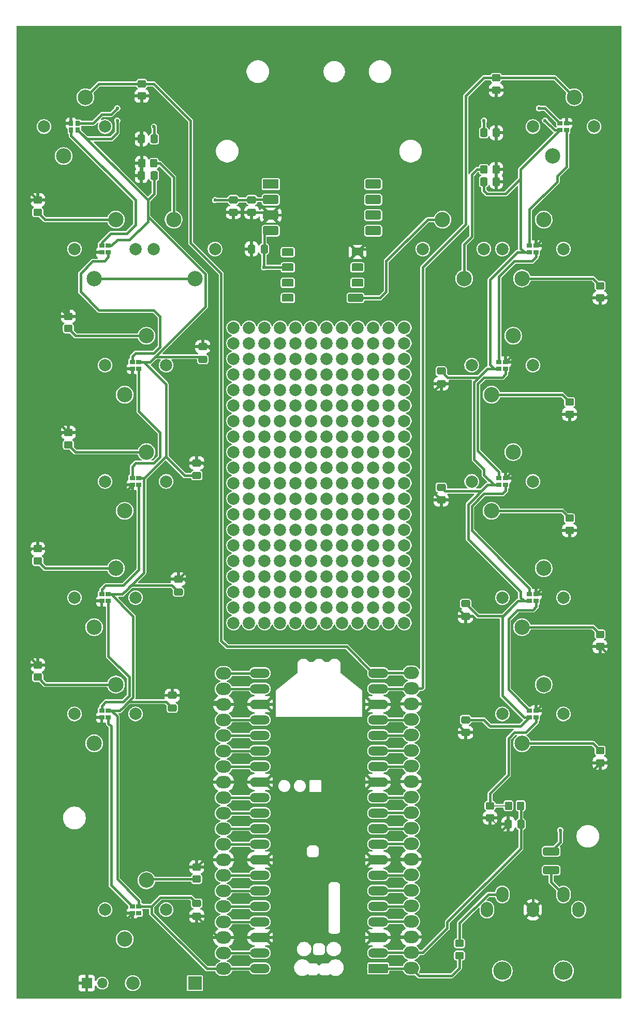
<source format=gtl>
%TF.GenerationSoftware,KiCad,Pcbnew,9.0.0*%
%TF.CreationDate,2025-03-25T20:45:47+10:00*%
%TF.ProjectId,PicoSax,5069636f-5361-4782-9e6b-696361645f70,rev?*%
%TF.SameCoordinates,Original*%
%TF.FileFunction,Copper,L1,Top*%
%TF.FilePolarity,Positive*%
%FSLAX46Y46*%
G04 Gerber Fmt 4.6, Leading zero omitted, Abs format (unit mm)*
G04 Created by KiCad (PCBNEW 9.0.0) date 2025-03-25 20:45:47*
%MOMM*%
%LPD*%
G01*
G04 APERTURE LIST*
G04 Aperture macros list*
%AMRoundRect*
0 Rectangle with rounded corners*
0 $1 Rounding radius*
0 $2 $3 $4 $5 $6 $7 $8 $9 X,Y pos of 4 corners*
0 Add a 4 corners polygon primitive as box body*
4,1,4,$2,$3,$4,$5,$6,$7,$8,$9,$2,$3,0*
0 Add four circle primitives for the rounded corners*
1,1,$1+$1,$2,$3*
1,1,$1+$1,$4,$5*
1,1,$1+$1,$6,$7*
1,1,$1+$1,$8,$9*
0 Add four rect primitives between the rounded corners*
20,1,$1+$1,$2,$3,$4,$5,0*
20,1,$1+$1,$4,$5,$6,$7,0*
20,1,$1+$1,$6,$7,$8,$9,0*
20,1,$1+$1,$8,$9,$2,$3,0*%
%AMFreePoly0*
4,1,37,0.800000,0.796148,0.878414,0.796148,1.032228,0.765552,1.177117,0.705537,1.307515,0.618408,1.418408,0.507515,1.505537,0.377117,1.565552,0.232228,1.596148,0.078414,1.596148,-0.078414,1.565552,-0.232228,1.505537,-0.377117,1.418408,-0.507515,1.307515,-0.618408,1.177117,-0.705537,1.032228,-0.765552,0.878414,-0.796148,0.800000,-0.796148,0.800000,-0.800000,-1.400000,-0.800000,
-1.403843,-0.796157,-1.439018,-0.796157,-1.511114,-0.766294,-1.566294,-0.711114,-1.596157,-0.639018,-1.596157,-0.603843,-1.600000,-0.600000,-1.600000,0.600000,-1.596157,0.603843,-1.596157,0.639018,-1.566294,0.711114,-1.511114,0.766294,-1.439018,0.796157,-1.403843,0.796157,-1.400000,0.800000,0.800000,0.800000,0.800000,0.796148,0.800000,0.796148,$1*%
%AMFreePoly1*
4,1,37,1.403843,0.796157,1.439018,0.796157,1.511114,0.766294,1.566294,0.711114,1.596157,0.639018,1.596157,0.603843,1.600000,0.600000,1.600000,-0.600000,1.596157,-0.603843,1.596157,-0.639018,1.566294,-0.711114,1.511114,-0.766294,1.439018,-0.796157,1.403843,-0.796157,1.400000,-0.800000,-0.800000,-0.800000,-0.800000,-0.796148,-0.878414,-0.796148,-1.032228,-0.765552,-1.177117,-0.705537,
-1.307515,-0.618408,-1.418408,-0.507515,-1.505537,-0.377117,-1.565552,-0.232228,-1.596148,-0.078414,-1.596148,0.078414,-1.565552,0.232228,-1.505537,0.377117,-1.418408,0.507515,-1.307515,0.618408,-1.177117,0.705537,-1.032228,0.765552,-0.878414,0.796148,-0.800000,0.796148,-0.800000,0.800000,1.400000,0.800000,1.403843,0.796157,1.403843,0.796157,$1*%
%AMFreePoly2*
4,1,37,0.603843,0.796157,0.639018,0.796157,0.711114,0.766294,0.766294,0.711114,0.796157,0.639018,0.796157,0.603843,0.800000,0.600000,0.800000,-0.600000,0.796157,-0.603843,0.796157,-0.639018,0.766294,-0.711114,0.711114,-0.766294,0.639018,-0.796157,0.603843,-0.796157,0.600000,-0.800000,0.000000,-0.800000,0.000000,-0.796148,-0.078414,-0.796148,-0.232228,-0.765552,-0.377117,-0.705537,
-0.507515,-0.618408,-0.618408,-0.507515,-0.705537,-0.377117,-0.765552,-0.232228,-0.796148,-0.078414,-0.796148,0.078414,-0.765552,0.232228,-0.705537,0.377117,-0.618408,0.507515,-0.507515,0.618408,-0.377117,0.705537,-0.232228,0.765552,-0.078414,0.796148,0.000000,0.796148,0.000000,0.800000,0.600000,0.800000,0.603843,0.796157,0.603843,0.796157,$1*%
%AMFreePoly3*
4,1,37,0.000000,0.796148,0.078414,0.796148,0.232228,0.765552,0.377117,0.705537,0.507515,0.618408,0.618408,0.507515,0.705537,0.377117,0.765552,0.232228,0.796148,0.078414,0.796148,-0.078414,0.765552,-0.232228,0.705537,-0.377117,0.618408,-0.507515,0.507515,-0.618408,0.377117,-0.705537,0.232228,-0.765552,0.078414,-0.796148,0.000000,-0.796148,0.000000,-0.800000,-0.600000,-0.800000,
-0.603843,-0.796157,-0.639018,-0.796157,-0.711114,-0.766294,-0.766294,-0.711114,-0.796157,-0.639018,-0.796157,-0.603843,-0.800000,-0.600000,-0.800000,0.600000,-0.796157,0.603843,-0.796157,0.639018,-0.766294,0.711114,-0.711114,0.766294,-0.639018,0.796157,-0.603843,0.796157,-0.600000,0.800000,0.000000,0.800000,0.000000,0.796148,0.000000,0.796148,$1*%
G04 Aperture macros list end*
%TA.AperFunction,SMDPad,CuDef*%
%ADD10RoundRect,0.250000X-0.450000X0.350000X-0.450000X-0.350000X0.450000X-0.350000X0.450000X0.350000X0*%
%TD*%
%TA.AperFunction,SMDPad,CuDef*%
%ADD11RoundRect,0.250000X0.450000X-0.350000X0.450000X0.350000X-0.450000X0.350000X-0.450000X-0.350000X0*%
%TD*%
%TA.AperFunction,SMDPad,CuDef*%
%ADD12RoundRect,0.250000X0.337500X0.475000X-0.337500X0.475000X-0.337500X-0.475000X0.337500X-0.475000X0*%
%TD*%
%TA.AperFunction,ComponentPad*%
%ADD13C,2.000000*%
%TD*%
%TA.AperFunction,ComponentPad*%
%ADD14C,2.500000*%
%TD*%
%TA.AperFunction,SMDPad,CuDef*%
%ADD15RoundRect,0.250000X-0.475000X0.337500X-0.475000X-0.337500X0.475000X-0.337500X0.475000X0.337500X0*%
%TD*%
%TA.AperFunction,SMDPad,CuDef*%
%ADD16R,0.812800X0.762000*%
%TD*%
%TA.AperFunction,SMDPad,CuDef*%
%ADD17RoundRect,0.250000X0.475000X-0.337500X0.475000X0.337500X-0.475000X0.337500X-0.475000X-0.337500X0*%
%TD*%
%TA.AperFunction,SMDPad,CuDef*%
%ADD18RoundRect,0.195000X1.055000X0.455000X-1.055000X0.455000X-1.055000X-0.455000X1.055000X-0.455000X0*%
%TD*%
%TA.AperFunction,SMDPad,CuDef*%
%ADD19RoundRect,0.190500X0.762000X0.444500X-0.762000X0.444500X-0.762000X-0.444500X0.762000X-0.444500X0*%
%TD*%
%TA.AperFunction,SMDPad,CuDef*%
%ADD20FreePoly0,180.000000*%
%TD*%
%TA.AperFunction,ComponentPad*%
%ADD21RoundRect,0.200000X0.600000X0.600000X-0.600000X0.600000X-0.600000X-0.600000X0.600000X-0.600000X0*%
%TD*%
%TA.AperFunction,SMDPad,CuDef*%
%ADD22RoundRect,0.800000X0.800000X0.000010X-0.800000X0.000010X-0.800000X-0.000010X0.800000X-0.000010X0*%
%TD*%
%TA.AperFunction,ComponentPad*%
%ADD23C,1.600000*%
%TD*%
%TA.AperFunction,SMDPad,CuDef*%
%ADD24FreePoly1,180.000000*%
%TD*%
%TA.AperFunction,ComponentPad*%
%ADD25FreePoly2,180.000000*%
%TD*%
%TA.AperFunction,ComponentPad*%
%ADD26FreePoly3,180.000000*%
%TD*%
%TA.AperFunction,SMDPad,CuDef*%
%ADD27R,2.540000X1.520000*%
%TD*%
%TA.AperFunction,SMDPad,CuDef*%
%ADD28RoundRect,0.250000X1.020000X0.510000X-1.020000X0.510000X-1.020000X-0.510000X1.020000X-0.510000X0*%
%TD*%
%TA.AperFunction,SMDPad,CuDef*%
%ADD29RoundRect,0.250000X-0.337500X-0.475000X0.337500X-0.475000X0.337500X0.475000X-0.337500X0.475000X0*%
%TD*%
%TA.AperFunction,SMDPad,CuDef*%
%ADD30RoundRect,0.250000X0.350000X0.450000X-0.350000X0.450000X-0.350000X-0.450000X0.350000X-0.450000X0*%
%TD*%
%TA.AperFunction,SMDPad,CuDef*%
%ADD31R,0.762000X0.812800*%
%TD*%
%TA.AperFunction,ComponentPad*%
%ADD32O,2.500000X2.000000*%
%TD*%
%TA.AperFunction,SMDPad,CuDef*%
%ADD33RoundRect,0.250000X-1.075000X0.400000X-1.075000X-0.400000X1.075000X-0.400000X1.075000X0.400000X0*%
%TD*%
%TA.AperFunction,ComponentPad*%
%ADD34C,3.000000*%
%TD*%
%TA.AperFunction,ComponentPad*%
%ADD35O,2.000000X2.500000*%
%TD*%
%TA.AperFunction,SMDPad,CuDef*%
%ADD36RoundRect,0.250000X-0.350000X-0.450000X0.350000X-0.450000X0.350000X0.450000X-0.350000X0.450000X0*%
%TD*%
%TA.AperFunction,ComponentPad*%
%ADD37R,1.700000X1.700000*%
%TD*%
%TA.AperFunction,ComponentPad*%
%ADD38O,1.700000X1.700000*%
%TD*%
%TA.AperFunction,ComponentPad*%
%ADD39R,2.200000X2.200000*%
%TD*%
%TA.AperFunction,ComponentPad*%
%ADD40O,2.200000X2.200000*%
%TD*%
%TA.AperFunction,ViaPad*%
%ADD41C,0.600000*%
%TD*%
%TA.AperFunction,Conductor*%
%ADD42C,0.400000*%
%TD*%
%TA.AperFunction,Conductor*%
%ADD43C,0.200000*%
%TD*%
G04 APERTURE END LIST*
D10*
%TO.P,R9,1*%
%TO.N,/Dup*%
X129000000Y-59000000D03*
%TO.P,R9,2*%
%TO.N,GND*%
X129000000Y-61000000D03*
%TD*%
D11*
%TO.P,R3,1*%
%TO.N,/E*%
X59000000Y-100000000D03*
%TO.P,R3,2*%
%TO.N,GND*%
X59000000Y-98000000D03*
%TD*%
D10*
%TO.P,R17,1*%
%TO.N,Net-(J2-Data)*%
X123000000Y-200500000D03*
%TO.P,R17,2*%
%TO.N,Net-(A1-GPIO0)*%
X123000000Y-202500000D03*
%TD*%
D12*
%TO.P,C10,1*%
%TO.N,/LEDS*%
X133037500Y-181000000D03*
%TO.P,C10,2*%
%TO.N,GND*%
X130962500Y-181000000D03*
%TD*%
D13*
%TO.P,SWE1,*%
%TO.N,*%
X65000000Y-106000000D03*
X75000000Y-106000000D03*
D14*
%TO.P,SWE1,1,A*%
%TO.N,+3V3*%
X68225000Y-110810000D03*
%TO.P,SWE1,2,B*%
%TO.N,/E*%
X71775000Y-101190000D03*
%TD*%
D15*
%TO.P,C8,1*%
%TO.N,+5V*%
X124000000Y-144962500D03*
%TO.P,C8,2*%
%TO.N,GND*%
X124000000Y-147037500D03*
%TD*%
%TO.P,C6,1*%
%TO.N,+5V*%
X120000000Y-106962500D03*
%TO.P,C6,2*%
%TO.N,GND*%
X120000000Y-109037500D03*
%TD*%
D11*
%TO.P,R6,1*%
%TO.N,/C*%
X54000000Y-157000000D03*
%TO.P,R6,2*%
%TO.N,GND*%
X54000000Y-155000000D03*
%TD*%
D16*
%TO.P,L7,1,DOut*%
%TO.N,unconnected-(L7-DOut-Pad1)*%
X70544401Y-195549999D03*
%TO.P,L7,2,AVDD*%
%TO.N,+5V*%
X70544401Y-194450001D03*
%TO.P,L7,3,DIn*%
%TO.N,Net-(L7-DIn)*%
X69455599Y-194450001D03*
%TO.P,L7,4,GND*%
%TO.N,GND*%
X69455599Y-195549999D03*
%TD*%
%TO.P,L12,1,DOut*%
%TO.N,Net-(L11-DIn)*%
X65544401Y-87549999D03*
%TO.P,L12,2,AVDD*%
%TO.N,+5V*%
X65544401Y-86450001D03*
%TO.P,L12,3,DIn*%
%TO.N,Net-(L12-DIn)*%
X64455599Y-86450001D03*
%TO.P,L12,4,GND*%
%TO.N,GND*%
X64455599Y-87549999D03*
%TD*%
%TO.P,L3,1,DOut*%
%TO.N,Net-(L2-DIn)*%
X129455599Y-105450001D03*
%TO.P,L3,2,AVDD*%
%TO.N,+5V*%
X129455599Y-106549999D03*
%TO.P,L3,3,DIn*%
%TO.N,Net-(L3-DIn)*%
X130544401Y-106549999D03*
%TO.P,L3,4,GND*%
%TO.N,GND*%
X130544401Y-105450001D03*
%TD*%
D11*
%TO.P,R2,1*%
%TO.N,/F*%
X54000000Y-81000000D03*
%TO.P,R2,2*%
%TO.N,GND*%
X54000000Y-79000000D03*
%TD*%
D17*
%TO.P,C13,1*%
%TO.N,+5V*%
X77000000Y-143037500D03*
%TO.P,C13,2*%
%TO.N,GND*%
X77000000Y-140962500D03*
%TD*%
D16*
%TO.P,L6,1,DOut*%
%TO.N,Net-(L5-DIn)*%
X134455599Y-162450001D03*
%TO.P,L6,2,AVDD*%
%TO.N,+5V*%
X134455599Y-163549999D03*
%TO.P,L6,3,DIn*%
%TO.N,Net-(L6-DIn)*%
X135544401Y-163549999D03*
%TO.P,L6,4,GND*%
%TO.N,GND*%
X135544401Y-162450001D03*
%TD*%
D11*
%TO.P,R7,1*%
%TO.N,/Ctrl*%
X80000000Y-190000000D03*
%TO.P,R7,2*%
%TO.N,GND*%
X80000000Y-188000000D03*
%TD*%
D15*
%TO.P,C7,1*%
%TO.N,+5V*%
X120000000Y-125962500D03*
%TO.P,C7,2*%
%TO.N,GND*%
X120000000Y-128037500D03*
%TD*%
D11*
%TO.P,R5,1*%
%TO.N,/Eb*%
X54000000Y-138000000D03*
%TO.P,R5,2*%
%TO.N,GND*%
X54000000Y-136000000D03*
%TD*%
D16*
%TO.P,L2,1,DOut*%
%TO.N,Net-(L1-DIn)*%
X134455599Y-86450001D03*
%TO.P,L2,2,AVDD*%
%TO.N,+5V*%
X134455599Y-87549999D03*
%TO.P,L2,3,DIn*%
%TO.N,Net-(L2-DIn)*%
X135544401Y-87549999D03*
%TO.P,L2,4,GND*%
%TO.N,GND*%
X135544401Y-86450001D03*
%TD*%
D18*
%TO.P,U2,1,Vs*%
%TO.N,+3V3*%
X106000000Y-95000000D03*
D19*
%TO.P,U2,2,NC2*%
%TO.N,unconnected-(U2-NC2-Pad2)*%
X106296895Y-92512218D03*
%TO.P,U2,3,NC3*%
%TO.N,unconnected-(U2-NC3-Pad3)*%
X106296895Y-90012218D03*
%TO.P,U2,4,GND*%
%TO.N,GND*%
X106296895Y-87472218D03*
%TO.P,U2,5,NC5*%
%TO.N,unconnected-(U2-NC5-Pad5)*%
X94896895Y-87512218D03*
%TO.P,U2,6,Vout*%
%TO.N,Net-(A1-GPIO26_ADC0)*%
X94896895Y-90012218D03*
%TO.P,U2,7,NC7*%
%TO.N,unconnected-(U2-NC7-Pad7)*%
X94896895Y-92512218D03*
%TO.P,U2,8,NC8*%
%TO.N,unconnected-(U2-NC8-Pad8)*%
X94896895Y-95012218D03*
%TD*%
D17*
%TO.P,C2,1*%
%TO.N,GND*%
X89000000Y-81037500D03*
%TO.P,C2,2*%
%TO.N,+3V3*%
X89000000Y-78962500D03*
%TD*%
D20*
%TO.P,A1,1,GPIO0*%
%TO.N,Net-(A1-GPIO0)*%
X109690000Y-204592500D03*
D21*
X108890000Y-204592500D03*
D22*
%TO.P,A1,2,GPIO1*%
%TO.N,/LEDS*%
X109690000Y-202052500D03*
D23*
X108890000Y-202052500D03*
D24*
%TO.P,A1,3,GND*%
%TO.N,GND*%
X109690000Y-199512500D03*
D25*
X108890000Y-199512500D03*
D22*
%TO.P,A1,4,GPIO2*%
%TO.N,Net-(A1-GPIO2)*%
X109690000Y-196972500D03*
D23*
X108890000Y-196972500D03*
D22*
%TO.P,A1,5,GPIO3*%
%TO.N,Net-(A1-GPIO3)*%
X109690000Y-194432500D03*
D23*
X108890000Y-194432500D03*
D22*
%TO.P,A1,6,GPIO4*%
%TO.N,Net-(A1-GPIO4)*%
X109690000Y-191892500D03*
D23*
X108890000Y-191892500D03*
D22*
%TO.P,A1,7,GPIO5*%
%TO.N,Net-(A1-GPIO5)*%
X109690000Y-189352500D03*
D23*
X108890000Y-189352500D03*
D24*
%TO.P,A1,8,GND*%
%TO.N,GND*%
X109690000Y-186812500D03*
D25*
X108890000Y-186812500D03*
D22*
%TO.P,A1,9,GPIO6*%
%TO.N,Net-(A1-GPIO6)*%
X109690000Y-184272500D03*
D23*
X108890000Y-184272500D03*
D22*
%TO.P,A1,10,GPIO7*%
%TO.N,Net-(A1-GPIO7)*%
X109690000Y-181732500D03*
D23*
X108890000Y-181732500D03*
D22*
%TO.P,A1,11,GPIO8*%
%TO.N,/Spr*%
X109690000Y-179192500D03*
D23*
X108890000Y-179192500D03*
D22*
%TO.P,A1,12,GPIO9*%
%TO.N,/Gs*%
X109690000Y-176652500D03*
D23*
X108890000Y-176652500D03*
D24*
%TO.P,A1,13,GND*%
%TO.N,GND*%
X109690000Y-174112500D03*
D25*
X108890000Y-174112500D03*
D22*
%TO.P,A1,14,GPIO10*%
%TO.N,/G*%
X109690000Y-171572500D03*
D23*
X108890000Y-171572500D03*
D22*
%TO.P,A1,15,GPIO11*%
%TO.N,/A*%
X109690000Y-169032500D03*
D23*
X108890000Y-169032500D03*
D22*
%TO.P,A1,16,GPIO12*%
%TO.N,/B*%
X109690000Y-166492500D03*
D23*
X108890000Y-166492500D03*
D22*
%TO.P,A1,17,GPIO13*%
%TO.N,/8va*%
X109690000Y-163952500D03*
D23*
X108890000Y-163952500D03*
D24*
%TO.P,A1,18,GND*%
%TO.N,GND*%
X109690000Y-161412500D03*
D25*
X108890000Y-161412500D03*
D22*
%TO.P,A1,19,GPIO14*%
%TO.N,/Dup*%
X109690000Y-158872500D03*
D23*
X108890000Y-158872500D03*
D22*
%TO.P,A1,20,GPIO15*%
%TO.N,/Bb*%
X109690000Y-156332500D03*
D23*
X108890000Y-156332500D03*
%TO.P,A1,21,GPIO16*%
%TO.N,/8vb*%
X91110000Y-156332500D03*
D22*
X90310000Y-156332500D03*
D23*
%TO.P,A1,22,GPIO17*%
%TO.N,/F*%
X91110000Y-158872500D03*
D22*
X90310000Y-158872500D03*
D26*
%TO.P,A1,23,GND*%
%TO.N,GND*%
X91110000Y-161412500D03*
D20*
X90310000Y-161412500D03*
D23*
%TO.P,A1,24,GPIO18*%
%TO.N,/E*%
X91110000Y-163952500D03*
D22*
X90310000Y-163952500D03*
D23*
%TO.P,A1,25,GPIO19*%
%TO.N,/D*%
X91110000Y-166492500D03*
D22*
X90310000Y-166492500D03*
D23*
%TO.P,A1,26,GPIO20*%
%TO.N,/Eb*%
X91110000Y-169032500D03*
D22*
X90310000Y-169032500D03*
D23*
%TO.P,A1,27,GPIO21*%
%TO.N,/C*%
X91110000Y-171572500D03*
D22*
X90310000Y-171572500D03*
D26*
%TO.P,A1,28,GND*%
%TO.N,GND*%
X91110000Y-174112500D03*
D20*
X90310000Y-174112500D03*
D23*
%TO.P,A1,29,GPIO22*%
%TO.N,/Ctrl*%
X91110000Y-176652500D03*
D22*
X90310000Y-176652500D03*
D23*
%TO.P,A1,30,RUN*%
%TO.N,Net-(A1-RUN)*%
X91110000Y-179192500D03*
D22*
X90310000Y-179192500D03*
D23*
%TO.P,A1,31,GPIO26_ADC0*%
%TO.N,Net-(A1-GPIO26_ADC0)*%
X91110000Y-181732500D03*
D22*
X90310000Y-181732500D03*
D23*
%TO.P,A1,32,GPIO27_ADC1*%
%TO.N,Net-(A1-GPIO27_ADC1)*%
X91110000Y-184272500D03*
D22*
X90310000Y-184272500D03*
D26*
%TO.P,A1,33,AGND*%
%TO.N,GND*%
X91110000Y-186812500D03*
D20*
X90310000Y-186812500D03*
D23*
%TO.P,A1,34,GPIO28_ADC2*%
%TO.N,Net-(A1-GPIO28_ADC2)*%
X91110000Y-189352500D03*
D22*
X90310000Y-189352500D03*
D23*
%TO.P,A1,35,ADC_VREF*%
%TO.N,Net-(A1-ADC_VREF)*%
X91110000Y-191892500D03*
D22*
X90310000Y-191892500D03*
D23*
%TO.P,A1,36,3V3*%
%TO.N,+3V3*%
X91110000Y-194432500D03*
D22*
X90310000Y-194432500D03*
D23*
%TO.P,A1,37,3V3_EN*%
%TO.N,Net-(A1-3V3_EN)*%
X91110000Y-196972500D03*
D22*
X90310000Y-196972500D03*
D26*
%TO.P,A1,38,GND*%
%TO.N,GND*%
X91110000Y-199512500D03*
D20*
X90310000Y-199512500D03*
D23*
%TO.P,A1,39,VSYS*%
%TO.N,Net-(A1-VSYS)*%
X91110000Y-202052500D03*
D22*
X90310000Y-202052500D03*
D23*
%TO.P,A1,40,VBUS*%
%TO.N,+5V*%
X91110000Y-204592500D03*
D22*
X90310000Y-204592500D03*
%TD*%
D17*
%TO.P,C14,1*%
%TO.N,+5V*%
X80000000Y-124037500D03*
%TO.P,C14,2*%
%TO.N,GND*%
X80000000Y-121962500D03*
%TD*%
D10*
%TO.P,R13,1*%
%TO.N,/Gs*%
X146000000Y-150000000D03*
%TO.P,R13,2*%
%TO.N,GND*%
X146000000Y-152000000D03*
%TD*%
%TO.P,R12,1*%
%TO.N,/G*%
X141000000Y-131000000D03*
%TO.P,R12,2*%
%TO.N,GND*%
X141000000Y-133000000D03*
%TD*%
D16*
%TO.P,L4,1,DOut*%
%TO.N,Net-(L3-DIn)*%
X129455599Y-124450001D03*
%TO.P,L4,2,AVDD*%
%TO.N,+5V*%
X129455599Y-125549999D03*
%TO.P,L4,3,DIn*%
%TO.N,Net-(L4-DIn)*%
X130544401Y-125549999D03*
%TO.P,L4,4,GND*%
%TO.N,GND*%
X130544401Y-124450001D03*
%TD*%
D13*
%TO.P,SWDup1,*%
%TO.N,*%
X135000000Y-67000000D03*
X145000000Y-67000000D03*
D14*
%TO.P,SWDup1,1,A*%
%TO.N,+3V3*%
X138225000Y-71810000D03*
%TO.P,SWDup1,2,B*%
%TO.N,/Dup*%
X141775000Y-62190000D03*
%TD*%
D13*
%TO.P,U1,*%
%TO.N,*%
X86030000Y-99870000D03*
X86030000Y-102410000D03*
X86030000Y-104950000D03*
X86030000Y-107490000D03*
X86030000Y-110030000D03*
X86030000Y-112570000D03*
X86030000Y-115110000D03*
X86030000Y-117650000D03*
X86030000Y-120190000D03*
X86030000Y-122730000D03*
X86030000Y-125270000D03*
X86030000Y-127810000D03*
X86030000Y-130350000D03*
X86030000Y-132890000D03*
X86030000Y-135430000D03*
X86030000Y-137970000D03*
X86030000Y-140510000D03*
X86030000Y-143050000D03*
X86030000Y-145590000D03*
X86030000Y-148130000D03*
X88570000Y-99870000D03*
X88570000Y-102410000D03*
X88570000Y-104950000D03*
X88570000Y-107490000D03*
X88570000Y-110030000D03*
X88570000Y-112570000D03*
X88570000Y-115110000D03*
X88570000Y-117650000D03*
X88570000Y-120190000D03*
X88570000Y-122730000D03*
X88570000Y-125270000D03*
X88570000Y-127810000D03*
X88570000Y-130350000D03*
X88570000Y-132890000D03*
X88570000Y-135430000D03*
X88570000Y-137970000D03*
X88570000Y-140510000D03*
X88570000Y-143050000D03*
X88570000Y-145590000D03*
X88570000Y-148130000D03*
X91110000Y-99870000D03*
X91110000Y-102410000D03*
X91110000Y-104950000D03*
X91110000Y-107490000D03*
X91110000Y-110030000D03*
X91110000Y-112570000D03*
X91110000Y-115110000D03*
X91110000Y-117650000D03*
X91110000Y-120190000D03*
X91110000Y-122730000D03*
X91110000Y-125270000D03*
X91110000Y-127810000D03*
X91110000Y-130350000D03*
X91110000Y-132890000D03*
X91110000Y-135430000D03*
X91110000Y-137970000D03*
X91110000Y-140510000D03*
X91110000Y-143050000D03*
X91110000Y-145590000D03*
X91110000Y-148130000D03*
X93650000Y-99870000D03*
X93650000Y-102410000D03*
X93650000Y-104950000D03*
X93650000Y-107490000D03*
X93650000Y-110030000D03*
X93650000Y-112570000D03*
X93650000Y-115110000D03*
X93650000Y-117650000D03*
X93650000Y-120190000D03*
X93650000Y-122730000D03*
X93650000Y-125270000D03*
X93650000Y-127810000D03*
X93650000Y-130350000D03*
X93650000Y-132890000D03*
X93650000Y-135430000D03*
X93650000Y-137970000D03*
X93650000Y-140510000D03*
X93650000Y-143050000D03*
X93650000Y-145590000D03*
X93650000Y-148130000D03*
X96190000Y-99870000D03*
X96190000Y-102410000D03*
X96190000Y-104950000D03*
X96190000Y-107490000D03*
X96190000Y-110030000D03*
X96190000Y-112570000D03*
X96190000Y-115110000D03*
X96190000Y-117650000D03*
X96190000Y-120190000D03*
X96190000Y-122730000D03*
X96190000Y-125270000D03*
X96190000Y-127810000D03*
X96190000Y-130350000D03*
X96190000Y-132890000D03*
X96190000Y-135430000D03*
X96190000Y-137970000D03*
X96190000Y-140510000D03*
X96190000Y-143050000D03*
X96190000Y-145590000D03*
X96190000Y-148130000D03*
X98730000Y-99870000D03*
X98730000Y-102410000D03*
X98730000Y-104950000D03*
X98730000Y-107490000D03*
X98730000Y-110030000D03*
X98730000Y-112570000D03*
X98730000Y-115110000D03*
X98730000Y-117650000D03*
X98730000Y-120190000D03*
X98730000Y-122730000D03*
X98730000Y-125270000D03*
X98730000Y-127810000D03*
X98730000Y-130350000D03*
X98730000Y-132890000D03*
X98730000Y-135430000D03*
X98730000Y-137970000D03*
X98730000Y-140510000D03*
X98730000Y-143050000D03*
X98730000Y-145590000D03*
X98730000Y-148130000D03*
X101270000Y-99870000D03*
X101270000Y-102410000D03*
X101270000Y-104950000D03*
X101270000Y-107490000D03*
X101270000Y-110030000D03*
X101270000Y-112570000D03*
X101270000Y-115110000D03*
X101270000Y-117650000D03*
X101270000Y-120190000D03*
X101270000Y-122730000D03*
X101270000Y-125270000D03*
X101270000Y-127810000D03*
X101270000Y-130350000D03*
X101270000Y-132890000D03*
X101270000Y-135430000D03*
X101270000Y-137970000D03*
X101270000Y-140510000D03*
X101270000Y-143050000D03*
X101270000Y-145590000D03*
X101270000Y-148130000D03*
X103810000Y-99870000D03*
X103810000Y-102410000D03*
X103810000Y-104950000D03*
X103810000Y-107490000D03*
X103810000Y-110030000D03*
X103810000Y-112570000D03*
X103810000Y-115110000D03*
X103810000Y-117650000D03*
X103810000Y-120190000D03*
X103810000Y-122730000D03*
X103810000Y-125270000D03*
X103810000Y-127810000D03*
X103810000Y-130350000D03*
X103810000Y-132890000D03*
X103810000Y-135430000D03*
X103810000Y-137970000D03*
X103810000Y-140510000D03*
X103810000Y-143050000D03*
X103810000Y-145590000D03*
X103810000Y-148130000D03*
X106350000Y-99870000D03*
X106350000Y-102410000D03*
X106350000Y-104950000D03*
X106350000Y-107490000D03*
X106350000Y-110030000D03*
X106350000Y-112570000D03*
X106350000Y-115110000D03*
X106350000Y-117650000D03*
X106350000Y-120190000D03*
X106350000Y-122730000D03*
X106350000Y-125270000D03*
X106350000Y-127810000D03*
X106350000Y-130350000D03*
X106350000Y-132890000D03*
X106350000Y-135430000D03*
X106350000Y-137970000D03*
X106350000Y-140510000D03*
X106350000Y-143050000D03*
X106350000Y-145590000D03*
X106350000Y-148130000D03*
X108890000Y-99870000D03*
X108890000Y-102410000D03*
X108890000Y-104950000D03*
X108890000Y-107490000D03*
X108890000Y-110030000D03*
X108890000Y-112570000D03*
X108890000Y-115110000D03*
X108890000Y-117650000D03*
X108890000Y-120190000D03*
X108890000Y-122730000D03*
X108890000Y-125270000D03*
X108890000Y-127810000D03*
X108890000Y-130350000D03*
X108890000Y-132890000D03*
X108890000Y-135430000D03*
X108890000Y-137970000D03*
X108890000Y-140510000D03*
X108890000Y-143050000D03*
X108890000Y-145590000D03*
X108890000Y-148130000D03*
X111430000Y-99870000D03*
X111430000Y-102410000D03*
X111430000Y-104950000D03*
X111430000Y-107490000D03*
X111430000Y-110030000D03*
X111430000Y-112570000D03*
X111430000Y-115110000D03*
X111430000Y-117650000D03*
X111430000Y-120190000D03*
X111430000Y-122730000D03*
X111430000Y-125270000D03*
X111430000Y-127810000D03*
X111430000Y-130350000D03*
X111430000Y-132890000D03*
X111430000Y-135430000D03*
X111430000Y-137970000D03*
X111430000Y-140510000D03*
X111430000Y-143050000D03*
X111430000Y-145590000D03*
X111430000Y-148130000D03*
X113970000Y-99870000D03*
X113970000Y-102410000D03*
X113970000Y-104950000D03*
X113970000Y-107490000D03*
X113970000Y-110030000D03*
X113970000Y-112570000D03*
X113970000Y-115110000D03*
X113970000Y-117650000D03*
X113970000Y-120190000D03*
X113970000Y-122730000D03*
X113970000Y-125270000D03*
X113970000Y-127810000D03*
X113970000Y-130350000D03*
X113970000Y-132890000D03*
X113970000Y-135430000D03*
X113970000Y-137970000D03*
X113970000Y-140510000D03*
X113970000Y-143050000D03*
X113970000Y-145590000D03*
X113970000Y-148130000D03*
%TD*%
%TO.P,SWA1,*%
%TO.N,*%
X135000000Y-106000000D03*
X125000000Y-106000000D03*
D14*
%TO.P,SWA1,1,A*%
%TO.N,+3V3*%
X131775000Y-101190000D03*
%TO.P,SWA1,2,B*%
%TO.N,/A*%
X128225000Y-110810000D03*
%TD*%
D11*
%TO.P,R4,1*%
%TO.N,/D*%
X59000000Y-119000000D03*
%TO.P,R4,2*%
%TO.N,GND*%
X59000000Y-117000000D03*
%TD*%
D13*
%TO.P,SWGs1,*%
%TO.N,*%
X140000000Y-144000000D03*
X130000000Y-144000000D03*
D14*
%TO.P,SWGs1,1,A*%
%TO.N,+3V3*%
X136775000Y-139190000D03*
%TO.P,SWGs1,2,B*%
%TO.N,/Gs*%
X133225000Y-148810000D03*
%TD*%
D10*
%TO.P,R10,1*%
%TO.N,/B*%
X146000000Y-93000000D03*
%TO.P,R10,2*%
%TO.N,GND*%
X146000000Y-95000000D03*
%TD*%
D27*
%TO.P,U3,1,N/C*%
%TO.N,unconnected-(U3-N{slash}C-Pad1)*%
X92120000Y-76390000D03*
D28*
%TO.P,U3,2,Vs*%
%TO.N,+3V3*%
X92120000Y-78930000D03*
%TO.P,U3,3,GND*%
%TO.N,GND*%
X92120000Y-81470000D03*
%TO.P,U3,4,Vout*%
%TO.N,Net-(A1-GPIO26_ADC0)*%
X92120000Y-84010000D03*
%TO.P,U3,5,N/C*%
%TO.N,unconnected-(U3-N{slash}C-Pad5)*%
X108880000Y-84010000D03*
%TO.P,U3,6,N/C*%
%TO.N,unconnected-(U3-N{slash}C-Pad6)*%
X108880000Y-81470000D03*
%TO.P,U3,7,N/C*%
%TO.N,unconnected-(U3-N{slash}C-Pad7)*%
X108880000Y-78930000D03*
%TO.P,U3,8,N/C*%
%TO.N,unconnected-(U3-N{slash}C-Pad8)*%
X108880000Y-76390000D03*
%TD*%
D29*
%TO.P,C4,1*%
%TO.N,+5V*%
X126962500Y-68000000D03*
%TO.P,C4,2*%
%TO.N,GND*%
X129037500Y-68000000D03*
%TD*%
D10*
%TO.P,R14,1*%
%TO.N,/Spr*%
X146000000Y-169000000D03*
%TO.P,R14,2*%
%TO.N,GND*%
X146000000Y-171000000D03*
%TD*%
D15*
%TO.P,C9,1*%
%TO.N,+5V*%
X124000000Y-163962500D03*
%TO.P,C9,2*%
%TO.N,GND*%
X124000000Y-166037500D03*
%TD*%
D10*
%TO.P,R11,1*%
%TO.N,/A*%
X141000000Y-112000000D03*
%TO.P,R11,2*%
%TO.N,GND*%
X141000000Y-114000000D03*
%TD*%
D30*
%TO.P,R8,1*%
%TO.N,/8vb*%
X73000000Y-73000000D03*
%TO.P,R8,2*%
%TO.N,GND*%
X71000000Y-73000000D03*
%TD*%
D31*
%TO.P,L13,1,DOut*%
%TO.N,Net-(L12-DIn)*%
X59450001Y-67544401D03*
%TO.P,L13,2,AVDD*%
%TO.N,+5V*%
X60549999Y-67544401D03*
%TO.P,L13,3,DIn*%
%TO.N,Net-(L1-DOut)*%
X60549999Y-66455599D03*
%TO.P,L13,4,GND*%
%TO.N,GND*%
X59450001Y-66455599D03*
%TD*%
D13*
%TO.P,SWCTRL1,*%
%TO.N,*%
X65000000Y-195000000D03*
X75000000Y-195000000D03*
D14*
%TO.P,SWCTRL1,1,A*%
%TO.N,+3V3*%
X68225000Y-199810000D03*
%TO.P,SWCTRL1,2,B*%
%TO.N,/Ctrl*%
X71775000Y-190190000D03*
%TD*%
D16*
%TO.P,L9,1,DOut*%
%TO.N,Net-(L8-DIn)*%
X65544401Y-144549999D03*
%TO.P,L9,2,AVDD*%
%TO.N,+5V*%
X65544401Y-143450001D03*
%TO.P,L9,3,DIn*%
%TO.N,Net-(L10-DOut)*%
X64455599Y-143450001D03*
%TO.P,L9,4,GND*%
%TO.N,GND*%
X64455599Y-144549999D03*
%TD*%
D13*
%TO.P,SWF1,*%
%TO.N,*%
X60000000Y-87000000D03*
X70000000Y-87000000D03*
D14*
%TO.P,SWF1,1,A*%
%TO.N,+3V3*%
X63225000Y-91810000D03*
%TO.P,SWF1,2,B*%
%TO.N,/F*%
X66775000Y-82190000D03*
%TD*%
D13*
%TO.P,SWSPR1,*%
%TO.N,*%
X140000000Y-163000000D03*
X130000000Y-163000000D03*
D14*
%TO.P,SWSPR1,1,A*%
%TO.N,+3V3*%
X136775000Y-158190000D03*
%TO.P,SWSPR1,2,B*%
%TO.N,/Spr*%
X133225000Y-167810000D03*
%TD*%
D13*
%TO.P,SWC1,*%
%TO.N,*%
X60000000Y-163000000D03*
X70000000Y-163000000D03*
D14*
%TO.P,SWC1,1,A*%
%TO.N,+3V3*%
X63225000Y-167810000D03*
%TO.P,SWC1,2,B*%
%TO.N,/C*%
X66775000Y-158190000D03*
%TD*%
D32*
%TO.P,J4,1,1*%
%TO.N,/8vb*%
X84400000Y-156382500D03*
%TO.P,J4,2,2*%
%TO.N,/F*%
X84400000Y-158922500D03*
%TO.P,J4,3,3*%
%TO.N,GND*%
X84400000Y-161462500D03*
%TO.P,J4,4,4*%
%TO.N,/E*%
X84400000Y-164002500D03*
%TO.P,J4,5,5*%
%TO.N,/D*%
X84400000Y-166542500D03*
%TO.P,J4,6,6*%
%TO.N,/Eb*%
X84400000Y-169082500D03*
%TO.P,J4,7,7*%
%TO.N,/C*%
X84400000Y-171622500D03*
%TO.P,J4,8,8*%
%TO.N,GND*%
X84400000Y-174162500D03*
%TO.P,J4,9,9*%
%TO.N,/Ctrl*%
X84400000Y-176702500D03*
%TO.P,J4,10,10*%
%TO.N,Net-(A1-RUN)*%
X84400000Y-179242500D03*
%TO.P,J4,11,11*%
%TO.N,Net-(A1-GPIO26_ADC0)*%
X84400000Y-181782500D03*
%TO.P,J4,12,12*%
%TO.N,Net-(A1-GPIO27_ADC1)*%
X84400000Y-184322500D03*
%TO.P,J4,13,13*%
%TO.N,GND*%
X84400000Y-186862500D03*
%TO.P,J4,14,14*%
%TO.N,Net-(A1-GPIO28_ADC2)*%
X84400000Y-189402500D03*
%TO.P,J4,15,15*%
%TO.N,Net-(A1-ADC_VREF)*%
X84400000Y-191942500D03*
%TO.P,J4,16,16*%
%TO.N,+3V3*%
X84400000Y-194482500D03*
%TO.P,J4,17,17*%
%TO.N,Net-(A1-3V3_EN)*%
X84400000Y-197022500D03*
%TO.P,J4,18,18*%
%TO.N,GND*%
X84400000Y-199562500D03*
%TO.P,J4,19,19*%
%TO.N,Net-(A1-VSYS)*%
X84400000Y-202102500D03*
%TO.P,J4,20,20*%
%TO.N,+5V*%
X84400000Y-204642500D03*
%TD*%
D12*
%TO.P,C16,1*%
%TO.N,+5V*%
X73037500Y-75000000D03*
%TO.P,C16,2*%
%TO.N,GND*%
X70962500Y-75000000D03*
%TD*%
D13*
%TO.P,SWB1,*%
%TO.N,*%
X140000000Y-87000000D03*
X130000000Y-87000000D03*
D14*
%TO.P,SWB1,1,A*%
%TO.N,+3V3*%
X136775000Y-82190000D03*
%TO.P,SWB1,2,B*%
%TO.N,/B*%
X133225000Y-91810000D03*
%TD*%
D10*
%TO.P,R18,1*%
%TO.N,Net-(L6-DIn)*%
X128000000Y-178000000D03*
%TO.P,R18,2*%
%TO.N,GND*%
X128000000Y-180000000D03*
%TD*%
D16*
%TO.P,L1,1,DOut*%
%TO.N,Net-(L1-DOut)*%
X139455599Y-66450001D03*
%TO.P,L1,2,AVDD*%
%TO.N,+5V*%
X139455599Y-67549999D03*
%TO.P,L1,3,DIn*%
%TO.N,Net-(L1-DIn)*%
X140544401Y-67549999D03*
%TO.P,L1,4,GND*%
%TO.N,GND*%
X140544401Y-66450001D03*
%TD*%
D17*
%TO.P,C12,1*%
%TO.N,+5V*%
X76000000Y-162037500D03*
%TO.P,C12,2*%
%TO.N,GND*%
X76000000Y-159962500D03*
%TD*%
D33*
%TO.P,R16,1*%
%TO.N,+3V3*%
X138000000Y-185450000D03*
%TO.P,R16,2*%
%TO.N,Net-(J2-Vref)*%
X138000000Y-188550000D03*
%TD*%
D34*
%TO.P,J2,*%
%TO.N,*%
X130000000Y-205000000D03*
X140000000Y-205000000D03*
D35*
%TO.P,J2,1,NC1*%
%TO.N,unconnected-(J2-NC1-Pad1)*%
X142500000Y-195000000D03*
%TO.P,J2,2,Shield*%
%TO.N,GND*%
X135000000Y-195000000D03*
%TO.P,J2,3,NC2*%
%TO.N,unconnected-(J2-NC2-Pad3)*%
X127500000Y-195000000D03*
%TO.P,J2,4,Vref*%
%TO.N,Net-(J2-Vref)*%
X140000000Y-192500000D03*
%TO.P,J2,5,Data*%
%TO.N,Net-(J2-Data)*%
X130000000Y-192500000D03*
%TD*%
D16*
%TO.P,L5,1,DOut*%
%TO.N,Net-(L4-DIn)*%
X134455599Y-143450001D03*
%TO.P,L5,2,AVDD*%
%TO.N,+5V*%
X134455599Y-144549999D03*
%TO.P,L5,3,DIn*%
%TO.N,Net-(L5-DIn)*%
X135544401Y-144549999D03*
%TO.P,L5,4,GND*%
%TO.N,GND*%
X135544401Y-143450001D03*
%TD*%
%TO.P,L10,1,DOut*%
%TO.N,Net-(L10-DOut)*%
X70544401Y-125549999D03*
%TO.P,L10,2,AVDD*%
%TO.N,+5V*%
X70544401Y-124450001D03*
%TO.P,L10,3,DIn*%
%TO.N,Net-(L10-DIn)*%
X69455599Y-124450001D03*
%TO.P,L10,4,GND*%
%TO.N,GND*%
X69455599Y-125549999D03*
%TD*%
D12*
%TO.P,C3,1*%
%TO.N,Net-(A1-GPIO26_ADC0)*%
X91037500Y-87000000D03*
%TO.P,C3,2*%
%TO.N,GND*%
X88962500Y-87000000D03*
%TD*%
D17*
%TO.P,C15,1*%
%TO.N,+5V*%
X81000000Y-105037500D03*
%TO.P,C15,2*%
%TO.N,GND*%
X81000000Y-102962500D03*
%TD*%
D36*
%TO.P,R15,1*%
%TO.N,/8va*%
X127000000Y-74000000D03*
%TO.P,R15,2*%
%TO.N,GND*%
X129000000Y-74000000D03*
%TD*%
D13*
%TO.P,SWEb1,*%
%TO.N,*%
X60000000Y-144000000D03*
X70000000Y-144000000D03*
D14*
%TO.P,SWEb1,1,A*%
%TO.N,+3V3*%
X63225000Y-148810000D03*
%TO.P,SWEb1,2,B*%
%TO.N,/Eb*%
X66775000Y-139190000D03*
%TD*%
D13*
%TO.P,SWG1,*%
%TO.N,*%
X135000000Y-125000000D03*
X125000000Y-125000000D03*
D14*
%TO.P,SWG1,1,A*%
%TO.N,+3V3*%
X131775000Y-120190000D03*
%TO.P,SWG1,2,B*%
%TO.N,/G*%
X128225000Y-129810000D03*
%TD*%
D16*
%TO.P,L8,1,DOut*%
%TO.N,Net-(L7-DIn)*%
X65544401Y-163549999D03*
%TO.P,L8,2,AVDD*%
%TO.N,+5V*%
X65544401Y-162450001D03*
%TO.P,L8,3,DIn*%
%TO.N,Net-(L8-DIn)*%
X64455599Y-162450001D03*
%TO.P,L8,4,GND*%
%TO.N,GND*%
X64455599Y-163549999D03*
%TD*%
D13*
%TO.P,SWBb1,*%
%TO.N,*%
X55000000Y-67000000D03*
X65000000Y-67000000D03*
D14*
%TO.P,SWBb1,1,A*%
%TO.N,+3V3*%
X58225000Y-71810000D03*
%TO.P,SWBb1,2,B*%
%TO.N,/Bb*%
X61775000Y-62190000D03*
%TD*%
D32*
%TO.P,J1,1,1*%
%TO.N,Net-(A1-GPIO0)*%
X115100000Y-204542500D03*
%TO.P,J1,2,2*%
%TO.N,/LEDS*%
X115100000Y-202002500D03*
%TO.P,J1,3,3*%
%TO.N,GND*%
X115100000Y-199462500D03*
%TO.P,J1,4,4*%
%TO.N,Net-(A1-GPIO2)*%
X115100000Y-196922500D03*
%TO.P,J1,5,5*%
%TO.N,Net-(A1-GPIO3)*%
X115100000Y-194382500D03*
%TO.P,J1,6,6*%
%TO.N,Net-(A1-GPIO4)*%
X115100000Y-191842500D03*
%TO.P,J1,7,7*%
%TO.N,Net-(A1-GPIO5)*%
X115100000Y-189302500D03*
%TO.P,J1,8,8*%
%TO.N,GND*%
X115100000Y-186762500D03*
%TO.P,J1,9,9*%
%TO.N,Net-(A1-GPIO6)*%
X115100000Y-184222500D03*
%TO.P,J1,10,10*%
%TO.N,Net-(A1-GPIO7)*%
X115100000Y-181682500D03*
%TO.P,J1,11,11*%
%TO.N,/Spr*%
X115100000Y-179142500D03*
%TO.P,J1,12,12*%
%TO.N,/Gs*%
X115100000Y-176602500D03*
%TO.P,J1,13,13*%
%TO.N,GND*%
X115100000Y-174062500D03*
%TO.P,J1,14,14*%
%TO.N,/G*%
X115100000Y-171522500D03*
%TO.P,J1,15,15*%
%TO.N,/A*%
X115100000Y-168982500D03*
%TO.P,J1,16,16*%
%TO.N,/B*%
X115100000Y-166442500D03*
%TO.P,J1,17,17*%
%TO.N,/8va*%
X115100000Y-163902500D03*
%TO.P,J1,18,18*%
%TO.N,GND*%
X115100000Y-161362500D03*
%TO.P,J1,19,19*%
%TO.N,/Dup*%
X115100000Y-158822500D03*
%TO.P,J1,20,20*%
%TO.N,/Bb*%
X115100000Y-156282500D03*
%TD*%
D36*
%TO.P,R19,1*%
%TO.N,Net-(L6-DIn)*%
X131000000Y-178000000D03*
%TO.P,R19,2*%
%TO.N,/LEDS*%
X133000000Y-178000000D03*
%TD*%
D13*
%TO.P,SWD1,*%
%TO.N,*%
X65000000Y-125000000D03*
X75000000Y-125000000D03*
D14*
%TO.P,SWD1,1,A*%
%TO.N,+3V3*%
X68225000Y-129810000D03*
%TO.P,SWD1,2,B*%
%TO.N,/D*%
X71775000Y-120190000D03*
%TD*%
D16*
%TO.P,L11,1,DOut*%
%TO.N,Net-(L10-DIn)*%
X70544401Y-106549999D03*
%TO.P,L11,2,AVDD*%
%TO.N,+5V*%
X70544401Y-105450001D03*
%TO.P,L11,3,DIn*%
%TO.N,Net-(L11-DIn)*%
X69455599Y-105450001D03*
%TO.P,L11,4,GND*%
%TO.N,GND*%
X69455599Y-106549999D03*
%TD*%
D15*
%TO.P,C11,1*%
%TO.N,+5V*%
X80000000Y-193962500D03*
%TO.P,C11,2*%
%TO.N,GND*%
X80000000Y-196037500D03*
%TD*%
D29*
%TO.P,C5,1*%
%TO.N,+5V*%
X126962500Y-76000000D03*
%TO.P,C5,2*%
%TO.N,GND*%
X129037500Y-76000000D03*
%TD*%
D12*
%TO.P,C17,1*%
%TO.N,+5V*%
X73037500Y-69000000D03*
%TO.P,C17,2*%
%TO.N,GND*%
X70962500Y-69000000D03*
%TD*%
D10*
%TO.P,R1,1*%
%TO.N,/Bb*%
X71000000Y-60000000D03*
%TO.P,R1,2*%
%TO.N,GND*%
X71000000Y-62000000D03*
%TD*%
D17*
%TO.P,C1,1*%
%TO.N,GND*%
X86000000Y-81037500D03*
%TO.P,C1,2*%
%TO.N,+3V3*%
X86000000Y-78962500D03*
%TD*%
D13*
%TO.P,SW8va1,*%
%TO.N,*%
X127000000Y-87000000D03*
X117000000Y-87000000D03*
D14*
%TO.P,SW8va1,1,A*%
%TO.N,+3V3*%
X120225000Y-82190000D03*
%TO.P,SW8va1,2,B*%
%TO.N,/8va*%
X123775000Y-91810000D03*
%TD*%
D37*
%TO.P,J3,1,Pin_1*%
%TO.N,GND*%
X62000000Y-207000000D03*
D38*
%TO.P,J3,2,Pin_2*%
%TO.N,Net-(D1-A)*%
X64540000Y-207000000D03*
%TD*%
D13*
%TO.P,SW8vb1,*%
%TO.N,*%
X73000000Y-87000000D03*
X83000000Y-87000000D03*
D14*
%TO.P,SW8vb1,1,A*%
%TO.N,+3V3*%
X79775000Y-91810000D03*
%TO.P,SW8vb1,2,B*%
%TO.N,/8vb*%
X76225000Y-82190000D03*
%TD*%
D39*
%TO.P,D1,1,K*%
%TO.N,Net-(A1-VSYS)*%
X79710000Y-207000000D03*
D40*
%TO.P,D1,2,A*%
%TO.N,Net-(D1-A)*%
X69550000Y-207000000D03*
%TD*%
D41*
%TO.N,GND*%
X60000000Y-174000000D03*
X68000000Y-174162500D03*
X109000000Y-87000000D03*
%TO.N,Net-(A1-GPIO26_ADC0)*%
X91000000Y-90000000D03*
%TO.N,+5V*%
X127000000Y-66000000D03*
X73000000Y-67000000D03*
X137000000Y-66000000D03*
X67000000Y-66000000D03*
%TO.N,+3V3*%
X139500000Y-182000000D03*
X83000000Y-79000000D03*
%TO.N,Net-(L1-DOut)*%
X67000000Y-64000000D03*
X136000000Y-64000000D03*
%TD*%
D42*
%TO.N,Net-(A1-GPIO28_ADC2)*%
X91060000Y-189402500D02*
X91110000Y-189352500D01*
X84400000Y-189402500D02*
X91060000Y-189402500D01*
%TO.N,/E*%
X71775000Y-101190000D02*
X60190000Y-101190000D01*
X84450000Y-163952500D02*
X84400000Y-164002500D01*
X60190000Y-101190000D02*
X59000000Y-100000000D01*
X91110000Y-163952500D02*
X84450000Y-163952500D01*
%TO.N,/B*%
X133225000Y-91810000D02*
X144810000Y-91810000D01*
X115050000Y-166492500D02*
X115100000Y-166442500D01*
X108890000Y-166492500D02*
X115050000Y-166492500D01*
X144810000Y-91810000D02*
X146000000Y-93000000D01*
%TO.N,GND*%
X145000000Y-115000000D02*
X144000000Y-114000000D01*
X108940000Y-174062500D02*
X108890000Y-174112500D01*
D43*
X130962500Y-181000000D02*
X129000000Y-181000000D01*
D42*
X79962500Y-159962500D02*
X76000000Y-159962500D01*
X83525000Y-199562500D02*
X80000000Y-196037500D01*
X80000000Y-188000000D02*
X81137500Y-186862500D01*
X140544401Y-66450001D02*
X140544401Y-65455599D01*
X146000000Y-104000000D02*
X131994402Y-104000000D01*
X115100000Y-186762500D02*
X125200000Y-186762500D01*
X141000000Y-114000000D02*
X144000000Y-114000000D01*
X147000000Y-171000000D02*
X148000000Y-170000000D01*
X54000000Y-121000000D02*
X54000000Y-136000000D01*
X107000000Y-197622500D02*
X108890000Y-199512500D01*
X81882476Y-102962500D02*
X81000000Y-102962500D01*
X124000000Y-166000000D02*
X119000000Y-161000000D01*
X53000000Y-136000000D02*
X52000000Y-137000000D01*
X52000000Y-91000000D02*
X52000000Y-80000000D01*
X82000000Y-136000000D02*
X82000000Y-123000000D01*
X91110000Y-174112500D02*
X93000000Y-172222500D01*
X91110000Y-186812500D02*
X84450000Y-186812500D01*
X129000000Y-61000000D02*
X137000000Y-61000000D01*
X53000000Y-155000000D02*
X54000000Y-155000000D01*
D43*
X131000000Y-180962500D02*
X130962500Y-181000000D01*
D42*
X131994402Y-104000000D02*
X130544401Y-105450001D01*
X52000000Y-80000000D02*
X53000000Y-79000000D01*
X54000000Y-136000000D02*
X55000000Y-136000000D01*
X84400000Y-161462500D02*
X91060000Y-161462500D01*
X108890000Y-161412500D02*
X107301000Y-163001500D01*
X52000000Y-156000000D02*
X53000000Y-155000000D01*
X70962500Y-71962500D02*
X70962500Y-69000000D01*
X52000000Y-153000000D02*
X54000000Y-155000000D01*
X107000000Y-172222500D02*
X108890000Y-174112500D01*
X53000000Y-78000000D02*
X53000000Y-66000000D01*
X71000000Y-73000000D02*
X71000000Y-72000000D01*
X148000000Y-170000000D02*
X148000000Y-161000000D01*
X129000000Y-73000000D02*
X129037500Y-72962500D01*
X137000000Y-61000000D02*
X141000000Y-65000000D01*
X146000000Y-152000000D02*
X147000000Y-152000000D01*
X107301000Y-163545758D02*
X107183258Y-163663500D01*
X93000000Y-163663500D02*
X92816742Y-163663500D01*
X89000000Y-81037500D02*
X91187500Y-81037500D01*
X118637500Y-161362500D02*
X115100000Y-161362500D01*
X59000000Y-117000000D02*
X58000000Y-117000000D01*
X147000000Y-152000000D02*
X148000000Y-151000000D01*
X148000000Y-94000000D02*
X147000000Y-95000000D01*
X108890000Y-199512500D02*
X115050000Y-199512500D01*
X93000000Y-197622500D02*
X93000000Y-188702500D01*
X146000000Y-171000000D02*
X147000000Y-171000000D01*
X55000000Y-64000000D02*
X60000000Y-64000000D01*
X93000000Y-184922500D02*
X93000000Y-176002500D01*
X79000000Y-152000000D02*
X79000000Y-142000000D01*
X148000000Y-67000000D02*
X148000000Y-85000000D01*
X62450001Y-144549999D02*
X64455599Y-144549999D01*
X115100000Y-174062500D02*
X108940000Y-174062500D01*
X91110000Y-174112500D02*
X84450000Y-174112500D01*
X144000000Y-114000000D02*
X146000000Y-112000000D01*
X107000000Y-176002500D02*
X107000000Y-184922500D01*
X118874000Y-126911500D02*
X118874000Y-110163500D01*
X135000000Y-182000000D02*
X146000000Y-171000000D01*
X119000000Y-161000000D02*
X124000000Y-156000000D01*
X120000000Y-143037500D02*
X120000000Y-128037500D01*
X62000000Y-203005598D02*
X69455599Y-195549999D01*
X58000000Y-174000000D02*
X52000000Y-168000000D01*
X93000000Y-188702500D02*
X107000000Y-188702500D01*
X124000000Y-147037500D02*
X120000000Y-143037500D01*
X148000000Y-154000000D02*
X146000000Y-152000000D01*
X53000000Y-79000000D02*
X54000000Y-79000000D01*
X70810000Y-62190000D02*
X71000000Y-62000000D01*
X148000000Y-151000000D02*
X148000000Y-142000000D01*
X82919976Y-104000000D02*
X81882476Y-102962500D01*
X81137500Y-186862500D02*
X84400000Y-186862500D01*
X79000000Y-142000000D02*
X77962500Y-140962500D01*
X146000000Y-112000000D02*
X146000000Y-104000000D01*
X77000000Y-140962500D02*
X81962500Y-136000000D01*
X59000000Y-117000000D02*
X59000000Y-115000000D01*
X107183258Y-163663500D02*
X107016742Y-163663500D01*
X67450001Y-106549999D02*
X69455599Y-106549999D01*
X80962500Y-121962500D02*
X80000000Y-121962500D01*
X63000000Y-64000000D02*
X65000000Y-62000000D01*
X54000000Y-136000000D02*
X53000000Y-136000000D01*
X59450001Y-66455599D02*
X59450001Y-64549999D01*
X59000000Y-115000000D02*
X67450001Y-106549999D01*
X129037500Y-72962500D02*
X129037500Y-68000000D01*
X83937500Y-161000000D02*
X81000000Y-161000000D01*
X92699000Y-163001500D02*
X91110000Y-161412500D01*
X91060000Y-161462500D02*
X91110000Y-161412500D01*
X52000000Y-137000000D02*
X52000000Y-153000000D01*
X145000000Y-123000000D02*
X145000000Y-115000000D01*
X82000000Y-123000000D02*
X80962500Y-121962500D01*
X91110000Y-186812500D02*
X93000000Y-184922500D01*
X76000000Y-159962500D02*
X76000000Y-155000000D01*
X106769113Y-87000000D02*
X106296895Y-87472218D01*
X71000000Y-74962500D02*
X70962500Y-75000000D01*
X81000000Y-161000000D02*
X79962500Y-159962500D01*
X148000000Y-161000000D02*
X136994402Y-161000000D01*
X108940000Y-161362500D02*
X108890000Y-161412500D01*
X76000000Y-155000000D02*
X79000000Y-152000000D01*
X62000000Y-207000000D02*
X62000000Y-203005598D01*
D43*
X91187500Y-81037500D02*
X91620000Y-81470000D01*
D42*
X136994402Y-142000000D02*
X135544401Y-143450001D01*
X71000000Y-68962500D02*
X70962500Y-69000000D01*
X84400000Y-199562500D02*
X83525000Y-199562500D01*
X86000000Y-81037500D02*
X89000000Y-81037500D01*
X68000000Y-174162500D02*
X84400000Y-174162500D01*
X71000000Y-73000000D02*
X71000000Y-74962500D01*
X63450001Y-163549999D02*
X64455599Y-163549999D01*
X71000000Y-72000000D02*
X70962500Y-71962500D01*
X108890000Y-186812500D02*
X115050000Y-186812500D01*
X129037500Y-74037500D02*
X129000000Y-74000000D01*
X118874000Y-110163500D02*
X120000000Y-109037500D01*
X148000000Y-142000000D02*
X136994402Y-142000000D01*
X115050000Y-199512500D02*
X115100000Y-199462500D01*
X84450000Y-186812500D02*
X84400000Y-186862500D01*
X124000000Y-156000000D02*
X124000000Y-147037500D01*
X58500000Y-97500000D02*
X58500000Y-91500000D01*
X144000000Y-133000000D02*
X141000000Y-133000000D01*
X60000000Y-174000000D02*
X60000000Y-167000000D01*
X108890000Y-186812500D02*
X107000000Y-188702500D01*
X136994402Y-85000000D02*
X135544401Y-86450001D01*
X100294677Y-81470000D02*
X91620000Y-81470000D01*
X140544401Y-65455599D02*
X141000000Y-65000000D01*
D43*
X129000000Y-181000000D02*
X128000000Y-180000000D01*
D42*
X146000000Y-65000000D02*
X148000000Y-67000000D01*
X125200000Y-186762500D02*
X130962500Y-181000000D01*
X120000000Y-128037500D02*
X118874000Y-126911500D01*
X54000000Y-79000000D02*
X53000000Y-78000000D01*
X71000000Y-62000000D02*
X71000000Y-68962500D01*
X53000000Y-66000000D02*
X55000000Y-64000000D01*
X59000000Y-98000000D02*
X57000000Y-98000000D01*
X129000000Y-74000000D02*
X129000000Y-73000000D01*
X60000000Y-174000000D02*
X58000000Y-174000000D01*
X144000000Y-133000000D02*
X145000000Y-132000000D01*
X59000000Y-98000000D02*
X58500000Y-97500000D01*
X54000000Y-155000000D02*
X54000000Y-153000000D01*
X60000000Y-167000000D02*
X63450001Y-163549999D01*
X129000000Y-61000000D02*
X129000000Y-67962500D01*
X65000000Y-62000000D02*
X71000000Y-62000000D01*
X107000000Y-184922500D02*
X108890000Y-186812500D01*
X77962500Y-140962500D02*
X77000000Y-140962500D01*
X147000000Y-95000000D02*
X146000000Y-95000000D01*
X108890000Y-174112500D02*
X107000000Y-176002500D01*
X129037500Y-76000000D02*
X129037500Y-74037500D01*
X148000000Y-85000000D02*
X148000000Y-94000000D01*
X82919976Y-122080024D02*
X82919976Y-104000000D01*
X81962500Y-136000000D02*
X82000000Y-136000000D01*
X91060000Y-199562500D02*
X91110000Y-199512500D01*
X148000000Y-137000000D02*
X144000000Y-133000000D01*
X145000000Y-123000000D02*
X131994402Y-123000000D01*
X109000000Y-87000000D02*
X106769113Y-87000000D01*
X146000000Y-104000000D02*
X146000000Y-95000000D01*
X60000000Y-64000000D02*
X63000000Y-64000000D01*
X93000000Y-188702500D02*
X91110000Y-186812500D01*
X84400000Y-199562500D02*
X91060000Y-199562500D01*
X135000000Y-195000000D02*
X135000000Y-182000000D01*
X115100000Y-161362500D02*
X108940000Y-161362500D01*
X92699000Y-163545758D02*
X92699000Y-163001500D01*
X92816742Y-163663500D02*
X92699000Y-163545758D01*
X131994402Y-123000000D02*
X130544401Y-124450001D01*
X115050000Y-186812500D02*
X115100000Y-186762500D01*
X148000000Y-161000000D02*
X148000000Y-154000000D01*
X148000000Y-85000000D02*
X136994402Y-85000000D01*
X107301000Y-163001500D02*
X107301000Y-163379243D01*
X136994402Y-161000000D02*
X135544401Y-162450001D01*
X84450000Y-174112500D02*
X84400000Y-174162500D01*
X56000000Y-99000000D02*
X56000000Y-114000000D01*
X59000000Y-98000000D02*
X52000000Y-91000000D01*
X141000000Y-65000000D02*
X146000000Y-65000000D01*
X58500000Y-91500000D02*
X62450001Y-87549999D01*
X62450001Y-87549999D02*
X64455599Y-87549999D01*
X107016742Y-163663500D02*
X107000000Y-163663500D01*
X82000000Y-123000000D02*
X82919976Y-122080024D01*
X107000000Y-163663500D02*
X107000000Y-172222500D01*
X52000000Y-168000000D02*
X52000000Y-156000000D01*
X59450001Y-64549999D02*
X60000000Y-64000000D01*
X129000000Y-67962500D02*
X129037500Y-68000000D01*
X107301000Y-163379243D02*
X107301000Y-163545758D01*
X119000000Y-161000000D02*
X118637500Y-161362500D01*
X145000000Y-132000000D02*
X145000000Y-123000000D01*
X107000000Y-188702500D02*
X107000000Y-197622500D01*
X93000000Y-172222500D02*
X93000000Y-163663500D01*
X55000000Y-136000000D02*
X61000000Y-130000000D01*
X106296895Y-87472218D02*
X100294677Y-81470000D01*
X65005598Y-130000000D02*
X69455599Y-125549999D01*
X148000000Y-142000000D02*
X148000000Y-137000000D01*
X54000000Y-153000000D02*
X62450001Y-144549999D01*
X58000000Y-117000000D02*
X54000000Y-121000000D01*
X88962500Y-87000000D02*
X88962500Y-81075000D01*
D43*
X88962500Y-81075000D02*
X89000000Y-81037500D01*
D42*
X56000000Y-114000000D02*
X59000000Y-117000000D01*
X91110000Y-199512500D02*
X93000000Y-197622500D01*
X93000000Y-176002500D02*
X91110000Y-174112500D01*
X124000000Y-166037500D02*
X124000000Y-166000000D01*
X61000000Y-130000000D02*
X65005598Y-130000000D01*
X57000000Y-98000000D02*
X56000000Y-99000000D01*
X84400000Y-161462500D02*
X83937500Y-161000000D01*
%TO.N,Net-(A1-GPIO2)*%
X115100000Y-196922500D02*
X108940000Y-196922500D01*
X108940000Y-196922500D02*
X108890000Y-196972500D01*
%TO.N,/Gs*%
X133225000Y-148810000D02*
X144810000Y-148810000D01*
X115050000Y-176652500D02*
X115100000Y-176602500D01*
X108890000Y-176652500D02*
X115050000Y-176652500D01*
X144810000Y-148810000D02*
X146000000Y-150000000D01*
%TO.N,/8va*%
X125000000Y-74871275D02*
X125871275Y-74000000D01*
X108890000Y-163952500D02*
X115050000Y-163952500D01*
X123775000Y-91810000D02*
X123775000Y-86225000D01*
X125000000Y-85000000D02*
X125000000Y-74871275D01*
X125871275Y-74000000D02*
X127000000Y-74000000D01*
X123775000Y-86225000D02*
X125000000Y-85000000D01*
X115050000Y-163952500D02*
X115100000Y-163902500D01*
%TO.N,/Dup*%
X116822500Y-158822500D02*
X117000000Y-158645000D01*
X138585000Y-59000000D02*
X129000000Y-59000000D01*
X127000000Y-59000000D02*
X129000000Y-59000000D01*
X124000000Y-62000000D02*
X127000000Y-59000000D01*
X117000000Y-158645000D02*
X117000000Y-90000000D01*
X115100000Y-158822500D02*
X116822500Y-158822500D01*
X141775000Y-62190000D02*
X138585000Y-59000000D01*
X108890000Y-158872500D02*
X115050000Y-158872500D01*
X124000000Y-83000000D02*
X124000000Y-62000000D01*
X117000000Y-90000000D02*
X124000000Y-83000000D01*
X115050000Y-158872500D02*
X115100000Y-158822500D01*
%TO.N,Net-(A1-ADC_VREF)*%
X84450000Y-191892500D02*
X84400000Y-191942500D01*
X91110000Y-191892500D02*
X84450000Y-191892500D01*
%TO.N,/Ctrl*%
X72000000Y-190000000D02*
X80000000Y-190000000D01*
X71775000Y-190190000D02*
X71810000Y-190190000D01*
X84400000Y-176702500D02*
X91060000Y-176702500D01*
X91060000Y-176702500D02*
X91110000Y-176652500D01*
X71810000Y-190190000D02*
X72000000Y-190000000D01*
%TO.N,Net-(A1-GPIO3)*%
X108890000Y-194432500D02*
X115050000Y-194432500D01*
X115050000Y-194432500D02*
X115100000Y-194382500D01*
%TO.N,Net-(A1-RUN)*%
X91060000Y-179242500D02*
X91110000Y-179192500D01*
X84400000Y-179242500D02*
X91060000Y-179242500D01*
%TO.N,Net-(A1-GPIO6)*%
X115100000Y-184222500D02*
X108940000Y-184222500D01*
X108940000Y-184222500D02*
X108890000Y-184272500D01*
%TO.N,Net-(A1-GPIO7)*%
X115050000Y-181732500D02*
X115100000Y-181682500D01*
X108890000Y-181732500D02*
X115050000Y-181732500D01*
%TO.N,Net-(A1-GPIO27_ADC1)*%
X91060000Y-184322500D02*
X91110000Y-184272500D01*
X84400000Y-184322500D02*
X91060000Y-184322500D01*
%TO.N,/Bb*%
X85000000Y-152000000D02*
X84000000Y-151000000D01*
X73000000Y-60000000D02*
X71000000Y-60000000D01*
X79000000Y-66000000D02*
X73000000Y-60000000D01*
X63965000Y-60000000D02*
X71000000Y-60000000D01*
X84000000Y-91000000D02*
X79000000Y-86000000D01*
X61775000Y-62190000D02*
X63965000Y-60000000D01*
X104557500Y-152000000D02*
X85000000Y-152000000D01*
X108940000Y-156282500D02*
X108890000Y-156332500D01*
X79000000Y-86000000D02*
X79000000Y-66000000D01*
X84000000Y-151000000D02*
X84000000Y-91000000D01*
X115100000Y-156282500D02*
X108940000Y-156282500D01*
X108890000Y-156332500D02*
X104557500Y-152000000D01*
%TO.N,Net-(A1-GPIO4)*%
X115100000Y-191842500D02*
X108940000Y-191842500D01*
X108940000Y-191842500D02*
X108890000Y-191892500D01*
%TO.N,Net-(A1-VSYS)*%
X84450000Y-202052500D02*
X84400000Y-202102500D01*
X91110000Y-202052500D02*
X84450000Y-202052500D01*
%TO.N,Net-(A1-3V3_EN)*%
X91110000Y-196972500D02*
X84450000Y-196972500D01*
X84450000Y-196972500D02*
X84400000Y-197022500D01*
%TO.N,/A*%
X128225000Y-110810000D02*
X139810000Y-110810000D01*
X108940000Y-168982500D02*
X108890000Y-169032500D01*
X115100000Y-168982500D02*
X108940000Y-168982500D01*
X139810000Y-110810000D02*
X141000000Y-112000000D01*
%TO.N,Net-(A1-GPIO0)*%
X121690000Y-205810000D02*
X123000000Y-204500000D01*
X115100000Y-204542500D02*
X116367500Y-205810000D01*
X123000000Y-204500000D02*
X123000000Y-202500000D01*
X108890000Y-204592500D02*
X115050000Y-204592500D01*
X116367500Y-205810000D02*
X121690000Y-205810000D01*
X115050000Y-204592500D02*
X115100000Y-204542500D01*
%TO.N,Net-(A1-GPIO26_ADC0)*%
X84450000Y-181732500D02*
X84400000Y-181782500D01*
X94884677Y-90000000D02*
X94896895Y-90012218D01*
X91037500Y-87000000D02*
X91037500Y-84592500D01*
X91110000Y-181732500D02*
X84450000Y-181732500D01*
X91000000Y-87037500D02*
X91037500Y-87000000D01*
X91000000Y-90000000D02*
X94884677Y-90000000D01*
X91000000Y-90000000D02*
X91000000Y-87037500D01*
X91037500Y-84592500D02*
X91620000Y-84010000D01*
%TO.N,/D*%
X71775000Y-120190000D02*
X60190000Y-120190000D01*
X91060000Y-166542500D02*
X91110000Y-166492500D01*
X60190000Y-120190000D02*
X59000000Y-119000000D01*
X84400000Y-166542500D02*
X91060000Y-166542500D01*
%TO.N,/Spr*%
X144810000Y-167810000D02*
X146000000Y-169000000D01*
X108940000Y-179142500D02*
X108890000Y-179192500D01*
X133225000Y-167810000D02*
X144810000Y-167810000D01*
X115100000Y-179142500D02*
X108940000Y-179142500D01*
%TO.N,/Eb*%
X91110000Y-169032500D02*
X84450000Y-169032500D01*
X66775000Y-139190000D02*
X55190000Y-139190000D01*
X55190000Y-139190000D02*
X54000000Y-138000000D01*
X84450000Y-169032500D02*
X84400000Y-169082500D01*
%TO.N,+5V*%
X125399000Y-108751058D02*
X125399000Y-121399000D01*
X75000000Y-120849942D02*
X75000000Y-121000000D01*
X138549999Y-67549999D02*
X139455599Y-67549999D01*
X60549999Y-67549999D02*
X72000000Y-79000000D01*
X69601000Y-147017198D02*
X66033803Y-143450001D01*
X67000000Y-163416198D02*
X66033803Y-162450001D01*
X71351801Y-124451001D02*
X71350801Y-124450001D01*
X60549999Y-67544401D02*
X62005598Y-69000000D01*
X67000000Y-190000000D02*
X67000000Y-163416198D01*
X129455599Y-106549999D02*
X127600059Y-106549999D01*
X66049999Y-86450001D02*
X67000000Y-85500000D01*
X127600059Y-125549999D02*
X124399000Y-128751058D01*
X124399000Y-134399000D02*
X133000000Y-143000000D01*
X75000000Y-121000000D02*
X78037500Y-124037500D01*
X66033803Y-162450001D02*
X65544401Y-162450001D01*
X69250000Y-142000000D02*
X68549999Y-142700001D01*
X128000000Y-105900800D02*
X128649199Y-106549999D01*
X66000000Y-69000000D02*
X67000000Y-68000000D01*
X120000000Y-125962500D02*
X120612529Y-126575029D01*
X70544401Y-194450001D02*
X72610109Y-194450001D01*
X126150058Y-108000000D02*
X127600059Y-106549999D01*
X124000000Y-144962500D02*
X126037500Y-147000000D01*
X73037500Y-69000000D02*
X73037500Y-67037500D01*
X67000000Y-68000000D02*
X67000000Y-66000000D01*
X75000000Y-120849942D02*
X75000000Y-109099200D01*
X124399000Y-128751058D02*
X124399000Y-134399000D01*
X133005598Y-165000000D02*
X128000000Y-165000000D01*
X130000000Y-160000000D02*
X133549999Y-163549999D01*
X70544401Y-193544401D02*
X67000000Y-190000000D01*
X127000000Y-123900800D02*
X128649199Y-125549999D01*
X126037500Y-147000000D02*
X130150058Y-147000000D01*
X129455599Y-125549999D02*
X127600059Y-125549999D01*
X73250942Y-104599000D02*
X72399941Y-105450001D01*
X134455599Y-163549999D02*
X133005598Y-165000000D01*
X133649199Y-87549999D02*
X134455599Y-87549999D01*
X133000000Y-144000000D02*
X133549999Y-144549999D01*
X133549999Y-163549999D02*
X134455599Y-163549999D01*
X134455599Y-144549999D02*
X132600059Y-144549999D01*
X72000000Y-79000000D02*
X72000000Y-81700133D01*
X128649199Y-125549999D02*
X129455599Y-125549999D01*
X80561500Y-104599000D02*
X73250942Y-104599000D01*
X81426000Y-91126133D02*
X75968868Y-85669001D01*
X74060110Y-193000000D02*
X72610109Y-194450001D01*
X126962500Y-66037500D02*
X127000000Y-66000000D01*
X65544401Y-143450001D02*
X67799999Y-143450001D01*
X68849942Y-161000000D02*
X67924971Y-161924971D01*
X130150058Y-147000000D02*
X132600059Y-144549999D01*
X128649199Y-106549999D02*
X129455599Y-106549999D01*
X69601000Y-160248942D02*
X69601000Y-147017198D01*
X72610109Y-194450001D02*
X72610109Y-195610109D01*
X126962500Y-76000000D02*
X126962500Y-77462500D01*
X72610109Y-195610109D02*
X81642500Y-204642500D01*
X132600059Y-144549999D02*
X130000000Y-147150058D01*
X74962500Y-161000000D02*
X68849942Y-161000000D01*
X60549999Y-67544401D02*
X60549999Y-67549999D01*
X121037500Y-108000000D02*
X126150058Y-108000000D01*
X128000000Y-165000000D02*
X126962500Y-163962500D01*
X126575029Y-126575029D02*
X127600059Y-125549999D01*
X130500000Y-78000000D02*
X133000000Y-75500000D01*
X66033803Y-143450001D02*
X65544401Y-143450001D01*
X67799999Y-143450001D02*
X68549999Y-142700001D01*
X133000000Y-143000000D02*
X133000000Y-144000000D01*
X91110000Y-204592500D02*
X84450000Y-204592500D01*
X139455599Y-67549999D02*
X133000000Y-74005598D01*
X126962500Y-163962500D02*
X124000000Y-163962500D01*
X133000000Y-86900800D02*
X133649199Y-87549999D01*
X80000000Y-193962500D02*
X79037500Y-193000000D01*
X65544401Y-162450001D02*
X67399941Y-162450001D01*
X67000000Y-85500000D02*
X69000000Y-85500000D01*
X120000000Y-106962500D02*
X121037500Y-108000000D01*
X79037500Y-193000000D02*
X74060110Y-193000000D01*
X67399941Y-162450001D02*
X67924971Y-161924971D01*
X81642500Y-204642500D02*
X84400000Y-204642500D01*
X73037500Y-75000000D02*
X73037500Y-77962500D01*
X127000000Y-123000000D02*
X127000000Y-123900800D01*
X76000000Y-162037500D02*
X74962500Y-161000000D01*
X70544401Y-194450001D02*
X70544401Y-193544401D01*
X73037500Y-67037500D02*
X73000000Y-67000000D01*
X75000000Y-109099200D02*
X71350801Y-105450001D01*
X77000000Y-143037500D02*
X75962500Y-142000000D01*
X137000000Y-66000000D02*
X138549999Y-67549999D01*
X75962500Y-142000000D02*
X69250000Y-142000000D01*
X78037500Y-124037500D02*
X80000000Y-124037500D01*
X127600059Y-106549999D02*
X125399000Y-108751058D01*
X133000000Y-74005598D02*
X133000000Y-86900800D01*
X70544401Y-105450001D02*
X72399941Y-105450001D01*
X81000000Y-105037500D02*
X80561500Y-104599000D01*
X132450001Y-87549999D02*
X128000000Y-92000000D01*
X133000000Y-75500000D02*
X133000000Y-74005598D01*
X71350801Y-124450001D02*
X70544401Y-124450001D01*
X68549999Y-142700001D02*
X71351801Y-139898199D01*
X71351801Y-139898199D02*
X71351801Y-124451001D01*
X72000000Y-81700133D02*
X75968868Y-85669001D01*
X126962500Y-77462500D02*
X127500000Y-78000000D01*
X70544401Y-124450001D02*
X71399941Y-124450001D01*
X65544401Y-86450001D02*
X66049999Y-86450001D01*
X125399000Y-121399000D02*
X127000000Y-123000000D01*
X84450000Y-204592500D02*
X84400000Y-204642500D01*
X126962500Y-68000000D02*
X126962500Y-66037500D01*
X133549999Y-144549999D02*
X134455599Y-144549999D01*
X62005598Y-69000000D02*
X66000000Y-69000000D01*
X72399941Y-105450001D02*
X81426000Y-96423942D01*
X127500000Y-78000000D02*
X130500000Y-78000000D01*
X71399941Y-124450001D02*
X75000000Y-120849942D01*
X130000000Y-147150058D02*
X130000000Y-160000000D01*
X71350801Y-105450001D02*
X70544401Y-105450001D01*
X81426000Y-96423942D02*
X81426000Y-91126133D01*
X67924971Y-161924971D02*
X69601000Y-160248942D01*
X73037500Y-77962500D02*
X72000000Y-79000000D01*
X72000000Y-82500000D02*
X72000000Y-81700133D01*
X134455599Y-87549999D02*
X132450001Y-87549999D01*
X128000000Y-92000000D02*
X128000000Y-105900800D01*
X120612529Y-126575029D02*
X126575029Y-126575029D01*
X69000000Y-85500000D02*
X72000000Y-82500000D01*
%TO.N,/F*%
X84450000Y-158872500D02*
X84400000Y-158922500D01*
X91110000Y-158872500D02*
X84450000Y-158872500D01*
X66775000Y-82190000D02*
X55190000Y-82190000D01*
X55190000Y-82190000D02*
X54000000Y-81000000D01*
%TO.N,Net-(A1-GPIO5)*%
X115050000Y-189352500D02*
X115100000Y-189302500D01*
X108890000Y-189352500D02*
X115050000Y-189352500D01*
%TO.N,/8vb*%
X74000000Y-73000000D02*
X76225000Y-75225000D01*
X91060000Y-156382500D02*
X91110000Y-156332500D01*
X84400000Y-156382500D02*
X91060000Y-156382500D01*
X76225000Y-75225000D02*
X76225000Y-82190000D01*
X73000000Y-73000000D02*
X74000000Y-73000000D01*
%TO.N,/G*%
X115050000Y-171572500D02*
X115100000Y-171522500D01*
X139810000Y-129810000D02*
X141000000Y-131000000D01*
X108890000Y-171572500D02*
X115050000Y-171572500D01*
X128225000Y-129810000D02*
X139810000Y-129810000D01*
%TO.N,+3V3*%
X110000000Y-95000000D02*
X111000000Y-94000000D01*
X117810000Y-82190000D02*
X120225000Y-82190000D01*
X89000000Y-78962500D02*
X86000000Y-78962500D01*
X111000000Y-94000000D02*
X111000000Y-89000000D01*
X111000000Y-89000000D02*
X117810000Y-82190000D01*
X106000000Y-95000000D02*
X110000000Y-95000000D01*
X63225000Y-91810000D02*
X79775000Y-91810000D01*
X91060000Y-194482500D02*
X91110000Y-194432500D01*
X85962500Y-79000000D02*
X86000000Y-78962500D01*
D43*
X89032500Y-78930000D02*
X89000000Y-78962500D01*
D42*
X84400000Y-194482500D02*
X91060000Y-194482500D01*
X83000000Y-79000000D02*
X85962500Y-79000000D01*
X139500000Y-183950000D02*
X139500000Y-182000000D01*
X91620000Y-78930000D02*
X89032500Y-78930000D01*
X138000000Y-185450000D02*
X139500000Y-183950000D01*
%TO.N,/C*%
X84400000Y-171622500D02*
X91060000Y-171622500D01*
X91060000Y-171622500D02*
X91110000Y-171572500D01*
X55190000Y-158190000D02*
X54000000Y-157000000D01*
X66775000Y-158190000D02*
X55190000Y-158190000D01*
%TO.N,Net-(J2-Vref)*%
X140000000Y-192500000D02*
X138000000Y-190500000D01*
X138000000Y-190500000D02*
X138000000Y-188550000D01*
%TO.N,Net-(J2-Data)*%
X127700051Y-192500000D02*
X130000000Y-192500000D01*
X123000000Y-197200051D02*
X127700051Y-192500000D01*
X123000000Y-197200051D02*
X123000000Y-200500000D01*
%TO.N,/LEDS*%
X133037500Y-178037500D02*
X133000000Y-178000000D01*
X108940000Y-202002500D02*
X108890000Y-202052500D01*
X121000000Y-198000000D02*
X121000000Y-197000000D01*
X133037500Y-181000000D02*
X133037500Y-178037500D01*
X115100000Y-202002500D02*
X116997500Y-202002500D01*
X133037500Y-184962500D02*
X133037500Y-181000000D01*
X116997500Y-202002500D02*
X121000000Y-198000000D01*
X115100000Y-202002500D02*
X108940000Y-202002500D01*
X121000000Y-197000000D02*
X133037500Y-184962500D01*
%TO.N,Net-(L1-DOut)*%
X63044401Y-66455599D02*
X64500000Y-65000000D01*
X137000000Y-64000000D02*
X136000000Y-64000000D01*
X60549999Y-66455599D02*
X63044401Y-66455599D01*
X139455599Y-66450001D02*
X139450001Y-66450001D01*
X64500000Y-65000000D02*
X66000000Y-65000000D01*
X66000000Y-65000000D02*
X67000000Y-64000000D01*
X139450001Y-66450001D02*
X137000000Y-64000000D01*
%TO.N,Net-(L1-DIn)*%
X139000000Y-76000000D02*
X139000000Y-75088802D01*
X139000000Y-75088802D02*
X140544401Y-73544401D01*
X134455599Y-86450001D02*
X134455599Y-80544401D01*
X140544401Y-73544401D02*
X140544401Y-67549999D01*
X134455599Y-80544401D02*
X139000000Y-76000000D01*
%TO.N,Net-(L10-DIn)*%
X73000000Y-122000000D02*
X70000000Y-122000000D01*
X74000000Y-117000000D02*
X74000000Y-121000000D01*
X70544401Y-113544401D02*
X74000000Y-117000000D01*
X70000000Y-122000000D02*
X69455599Y-122544401D01*
X69455599Y-122544401D02*
X69455599Y-124450001D01*
X70544401Y-106549999D02*
X70544401Y-113544401D01*
X74000000Y-121000000D02*
X73000000Y-122000000D01*
%TO.N,Net-(L10-DOut)*%
X65124600Y-142000000D02*
X64455599Y-142669001D01*
X70544401Y-139455599D02*
X68000000Y-142000000D01*
X70544401Y-125549999D02*
X70544401Y-139455599D01*
X64455599Y-142669001D02*
X64455599Y-143450001D01*
X68000000Y-142000000D02*
X65124600Y-142000000D01*
%TO.N,Net-(L2-DIn)*%
X129455599Y-91544401D02*
X132000000Y-89000000D01*
X135544401Y-88330999D02*
X135544401Y-87549999D01*
X129455599Y-105450001D02*
X129455599Y-91544401D01*
X132000000Y-89000000D02*
X134875400Y-89000000D01*
X134875400Y-89000000D02*
X135544401Y-88330999D01*
%TO.N,Net-(L3-DIn)*%
X129455599Y-124450001D02*
X129455599Y-123455599D01*
X126000000Y-109000000D02*
X127000000Y-108000000D01*
X126000000Y-120000000D02*
X126000000Y-109000000D01*
X127000000Y-108000000D02*
X130000000Y-108000000D01*
X130544401Y-107455599D02*
X130544401Y-106549999D01*
X129455599Y-123455599D02*
X126000000Y-120000000D01*
X130000000Y-108000000D02*
X130544401Y-107455599D01*
%TO.N,Net-(L4-DIn)*%
X127000000Y-127000000D02*
X130000000Y-127000000D01*
X134455599Y-143450001D02*
X134455599Y-142455599D01*
X125000000Y-129000000D02*
X127000000Y-127000000D01*
X125000000Y-133000000D02*
X125000000Y-129000000D01*
X130544401Y-126455599D02*
X130544401Y-125549999D01*
X134455599Y-142455599D02*
X125000000Y-133000000D01*
X130000000Y-127000000D02*
X130544401Y-126455599D01*
%TO.N,Net-(L5-DIn)*%
X131005598Y-159000000D02*
X131000000Y-159000000D01*
X135000000Y-146000000D02*
X135544401Y-145455599D01*
X135544401Y-145455599D02*
X135544401Y-144549999D01*
X131000000Y-147500000D02*
X132500000Y-146000000D01*
X132500000Y-146000000D02*
X135000000Y-146000000D01*
X134455599Y-162450001D02*
X131005598Y-159000000D01*
X131000000Y-159000000D02*
X131000000Y-147500000D01*
%TO.N,Net-(L6-DIn)*%
X131000000Y-173000000D02*
X131000000Y-167000000D01*
D43*
X131000000Y-178000000D02*
X128000000Y-178000000D01*
D42*
X128000000Y-176000000D02*
X131000000Y-173000000D01*
X133875400Y-166000000D02*
X135544401Y-164330999D01*
X135544401Y-164330999D02*
X135544401Y-163549999D01*
X132000000Y-166000000D02*
X133875400Y-166000000D01*
X128000000Y-178000000D02*
X128000000Y-176000000D01*
X131000000Y-167000000D02*
X132000000Y-166000000D01*
%TO.N,Net-(L7-DIn)*%
X66000000Y-165000000D02*
X66000000Y-190994402D01*
X65544401Y-163549999D02*
X65544401Y-164544401D01*
X66000000Y-190994402D02*
X69455599Y-194450001D01*
X65544401Y-164544401D02*
X66000000Y-165000000D01*
%TO.N,Net-(L8-DIn)*%
X64455599Y-161669001D02*
X64455599Y-162450001D01*
X69000000Y-157000000D02*
X69000000Y-160000000D01*
X69000000Y-160000000D02*
X68000000Y-161000000D01*
X65124600Y-161000000D02*
X64455599Y-161669001D01*
X65544401Y-144549999D02*
X65544401Y-153544401D01*
X65544401Y-153544401D02*
X69000000Y-157000000D01*
X68000000Y-161000000D02*
X65124600Y-161000000D01*
%TO.N,Net-(L11-DIn)*%
X70000000Y-104000000D02*
X69455599Y-104544401D01*
X61000000Y-91000000D02*
X61000000Y-94000000D01*
X73000000Y-97000000D02*
X74000000Y-98000000D01*
X64875400Y-89000000D02*
X63000000Y-89000000D01*
X65544401Y-87549999D02*
X65544401Y-88330999D01*
X74000000Y-103000000D02*
X73000000Y-104000000D01*
X69455599Y-104544401D02*
X69455599Y-105450001D01*
X73000000Y-104000000D02*
X70000000Y-104000000D01*
X61000000Y-94000000D02*
X64000000Y-97000000D01*
X65544401Y-88330999D02*
X64875400Y-89000000D01*
X64000000Y-97000000D02*
X73000000Y-97000000D01*
X63000000Y-89000000D02*
X61000000Y-91000000D01*
X74000000Y-98000000D02*
X74000000Y-103000000D01*
%TO.N,Net-(L12-DIn)*%
X65905002Y-84500000D02*
X64455599Y-85949403D01*
X70000000Y-83027005D02*
X68527005Y-84500000D01*
X59450001Y-68450001D02*
X70000000Y-79000000D01*
X64455599Y-85949403D02*
X64455599Y-86450001D01*
X59450001Y-67544401D02*
X59450001Y-68450001D01*
X68527005Y-84500000D02*
X65905002Y-84500000D01*
X70000000Y-79000000D02*
X70000000Y-83027005D01*
%TD*%
%TA.AperFunction,Conductor*%
%TO.N,GND*%
G36*
X113697764Y-197342685D02*
G01*
X113741209Y-197390704D01*
X113823240Y-197551699D01*
X113934310Y-197704573D01*
X114067927Y-197838190D01*
X114176047Y-197916744D01*
X114178727Y-197918691D01*
X114221392Y-197974021D01*
X114227371Y-198043635D01*
X114194765Y-198105430D01*
X114162137Y-198129493D01*
X114063831Y-198179583D01*
X113872813Y-198318366D01*
X113705866Y-198485313D01*
X113567085Y-198676328D01*
X113459897Y-198886697D01*
X113386934Y-199111252D01*
X113370898Y-199212500D01*
X114666988Y-199212500D01*
X114634075Y-199269507D01*
X114600000Y-199396674D01*
X114600000Y-199528326D01*
X114634075Y-199655493D01*
X114666988Y-199712500D01*
X113370898Y-199712500D01*
X113386934Y-199813747D01*
X113459897Y-200038302D01*
X113567085Y-200248671D01*
X113705866Y-200439686D01*
X113872813Y-200606633D01*
X114063828Y-200745414D01*
X114162136Y-200795505D01*
X114212932Y-200843480D01*
X114229727Y-200911301D01*
X114207190Y-200977436D01*
X114178727Y-201006307D01*
X114067933Y-201086805D01*
X114067924Y-201086812D01*
X113934312Y-201220424D01*
X113934312Y-201220425D01*
X113934310Y-201220427D01*
X113910795Y-201252793D01*
X113823240Y-201373300D01*
X113802137Y-201414718D01*
X113759146Y-201499094D01*
X113741210Y-201534295D01*
X113693236Y-201585091D01*
X113630725Y-201602000D01*
X111458578Y-201602000D01*
X111391539Y-201582315D01*
X111348670Y-201535412D01*
X111329699Y-201499095D01*
X111329698Y-201499093D01*
X111233339Y-201380918D01*
X111201109Y-201341390D01*
X111080820Y-201243308D01*
X111043407Y-201212802D01*
X110863049Y-201118591D01*
X110863048Y-201118590D01*
X110863045Y-201118589D01*
X110745829Y-201085050D01*
X110667418Y-201062614D01*
X110667415Y-201062613D01*
X110667413Y-201062613D01*
X110625815Y-201058915D01*
X110560783Y-201033370D01*
X110519884Y-200976722D01*
X110516104Y-200906954D01*
X110550644Y-200846219D01*
X110612536Y-200813798D01*
X110624645Y-200811999D01*
X110667298Y-200807798D01*
X110667302Y-200807798D01*
X110821864Y-200777055D01*
X110916612Y-200748314D01*
X111062198Y-200688009D01*
X111149501Y-200641344D01*
X111149521Y-200641332D01*
X111280530Y-200553795D01*
X111280536Y-200553791D01*
X111357064Y-200490985D01*
X111468485Y-200379564D01*
X111531291Y-200303036D01*
X111531295Y-200303030D01*
X111618832Y-200172021D01*
X111618844Y-200172001D01*
X111665509Y-200084698D01*
X111725814Y-199939112D01*
X111754556Y-199844360D01*
X111754559Y-199844349D01*
X111770839Y-199762500D01*
X109323012Y-199762500D01*
X109355925Y-199705493D01*
X109390000Y-199578326D01*
X109390000Y-199446674D01*
X109355925Y-199319507D01*
X109323012Y-199262500D01*
X111770839Y-199262500D01*
X111770839Y-199262499D01*
X111754559Y-199180650D01*
X111754556Y-199180639D01*
X111725814Y-199085887D01*
X111665509Y-198940301D01*
X111618844Y-198852998D01*
X111618832Y-198852978D01*
X111531295Y-198721969D01*
X111531291Y-198721963D01*
X111468485Y-198645435D01*
X111357064Y-198534014D01*
X111280536Y-198471208D01*
X111280530Y-198471204D01*
X111149521Y-198383667D01*
X111149501Y-198383655D01*
X111062198Y-198336990D01*
X110916612Y-198276685D01*
X110821864Y-198247944D01*
X110667301Y-198217201D01*
X110624640Y-198213000D01*
X110559853Y-198186839D01*
X110519494Y-198129805D01*
X110516377Y-198060005D01*
X110551491Y-197999600D01*
X110613689Y-197967769D01*
X110625805Y-197966085D01*
X110667418Y-197962386D01*
X110863049Y-197906409D01*
X111043407Y-197812198D01*
X111201109Y-197683609D01*
X111329698Y-197525907D01*
X111400905Y-197389587D01*
X111449391Y-197339281D01*
X111510813Y-197323000D01*
X113630725Y-197323000D01*
X113697764Y-197342685D01*
G37*
%TD.AperFunction*%
%TA.AperFunction,Conductor*%
G36*
X113697764Y-184642685D02*
G01*
X113741209Y-184690704D01*
X113823240Y-184851699D01*
X113934310Y-185004573D01*
X114067927Y-185138190D01*
X114176047Y-185216744D01*
X114178727Y-185218691D01*
X114221392Y-185274021D01*
X114227371Y-185343635D01*
X114194765Y-185405430D01*
X114162137Y-185429493D01*
X114063831Y-185479583D01*
X113872813Y-185618366D01*
X113705866Y-185785313D01*
X113567085Y-185976328D01*
X113459897Y-186186697D01*
X113386934Y-186411252D01*
X113370898Y-186512500D01*
X114666988Y-186512500D01*
X114634075Y-186569507D01*
X114600000Y-186696674D01*
X114600000Y-186828326D01*
X114634075Y-186955493D01*
X114666988Y-187012500D01*
X113370898Y-187012500D01*
X113386934Y-187113747D01*
X113459897Y-187338302D01*
X113567085Y-187548671D01*
X113705866Y-187739686D01*
X113872813Y-187906633D01*
X114063828Y-188045414D01*
X114162136Y-188095505D01*
X114212932Y-188143480D01*
X114229727Y-188211301D01*
X114207190Y-188277436D01*
X114178727Y-188306307D01*
X114067933Y-188386805D01*
X114067924Y-188386812D01*
X113934312Y-188520424D01*
X113934312Y-188520425D01*
X113934310Y-188520427D01*
X113894398Y-188575361D01*
X113823240Y-188673300D01*
X113737451Y-188841670D01*
X113729443Y-188866318D01*
X113690005Y-188923994D01*
X113625647Y-188951192D01*
X113611512Y-188952000D01*
X111484696Y-188952000D01*
X111417657Y-188932315D01*
X111374788Y-188885412D01*
X111329699Y-188799095D01*
X111329698Y-188799093D01*
X111229375Y-188676056D01*
X111201109Y-188641390D01*
X111052756Y-188520425D01*
X111043407Y-188512802D01*
X110863049Y-188418591D01*
X110863048Y-188418590D01*
X110863045Y-188418589D01*
X110745829Y-188385050D01*
X110667418Y-188362614D01*
X110667415Y-188362613D01*
X110667413Y-188362613D01*
X110625815Y-188358915D01*
X110560783Y-188333370D01*
X110519884Y-188276722D01*
X110516104Y-188206954D01*
X110550644Y-188146219D01*
X110612536Y-188113798D01*
X110624645Y-188111999D01*
X110667298Y-188107798D01*
X110667302Y-188107798D01*
X110821864Y-188077055D01*
X110916612Y-188048314D01*
X111062198Y-187988009D01*
X111149501Y-187941344D01*
X111149521Y-187941332D01*
X111280530Y-187853795D01*
X111280536Y-187853791D01*
X111357064Y-187790985D01*
X111468485Y-187679564D01*
X111531291Y-187603036D01*
X111531295Y-187603030D01*
X111618832Y-187472021D01*
X111618844Y-187472001D01*
X111665509Y-187384698D01*
X111725814Y-187239112D01*
X111754556Y-187144360D01*
X111754559Y-187144349D01*
X111770839Y-187062500D01*
X109323012Y-187062500D01*
X109355925Y-187005493D01*
X109390000Y-186878326D01*
X109390000Y-186746674D01*
X109355925Y-186619507D01*
X109323012Y-186562500D01*
X111770839Y-186562500D01*
X111770839Y-186562499D01*
X111754559Y-186480650D01*
X111754556Y-186480639D01*
X111725814Y-186385887D01*
X111665509Y-186240301D01*
X111618844Y-186152998D01*
X111618832Y-186152978D01*
X111531295Y-186021969D01*
X111531291Y-186021963D01*
X111468485Y-185945435D01*
X111357064Y-185834014D01*
X111280536Y-185771208D01*
X111280530Y-185771204D01*
X111149521Y-185683667D01*
X111149501Y-185683655D01*
X111062198Y-185636990D01*
X110916612Y-185576685D01*
X110821864Y-185547944D01*
X110667301Y-185517201D01*
X110624640Y-185513000D01*
X110559853Y-185486839D01*
X110519494Y-185429805D01*
X110516377Y-185360005D01*
X110551491Y-185299600D01*
X110613689Y-185267769D01*
X110625805Y-185266085D01*
X110667418Y-185262386D01*
X110863049Y-185206409D01*
X111043407Y-185112198D01*
X111201109Y-184983609D01*
X111329698Y-184825907D01*
X111400905Y-184689587D01*
X111449391Y-184639281D01*
X111510813Y-184623000D01*
X113630725Y-184623000D01*
X113697764Y-184642685D01*
G37*
%TD.AperFunction*%
%TA.AperFunction,Conductor*%
G36*
X113723240Y-171992685D02*
G01*
X113766685Y-172040704D01*
X113823240Y-172151699D01*
X113934310Y-172304573D01*
X114067927Y-172438190D01*
X114176047Y-172516744D01*
X114178727Y-172518691D01*
X114221392Y-172574021D01*
X114227371Y-172643635D01*
X114194765Y-172705430D01*
X114162137Y-172729493D01*
X114063831Y-172779583D01*
X113872813Y-172918366D01*
X113705866Y-173085313D01*
X113567085Y-173276328D01*
X113459897Y-173486697D01*
X113386934Y-173711252D01*
X113370898Y-173812500D01*
X114666988Y-173812500D01*
X114634075Y-173869507D01*
X114600000Y-173996674D01*
X114600000Y-174128326D01*
X114634075Y-174255493D01*
X114666988Y-174312500D01*
X113370898Y-174312500D01*
X113386934Y-174413747D01*
X113459897Y-174638302D01*
X113567085Y-174848671D01*
X113705866Y-175039686D01*
X113872813Y-175206633D01*
X114063828Y-175345414D01*
X114162136Y-175395505D01*
X114212932Y-175443480D01*
X114229727Y-175511301D01*
X114207190Y-175577436D01*
X114178727Y-175606307D01*
X114067933Y-175686805D01*
X114067924Y-175686812D01*
X113934312Y-175820424D01*
X113934312Y-175820425D01*
X113934310Y-175820427D01*
X113894398Y-175875361D01*
X113823240Y-175973300D01*
X113737451Y-176141670D01*
X113729443Y-176166318D01*
X113690005Y-176223994D01*
X113625647Y-176251192D01*
X113611512Y-176252000D01*
X111484696Y-176252000D01*
X111417657Y-176232315D01*
X111374788Y-176185412D01*
X111329699Y-176099095D01*
X111329698Y-176099093D01*
X111229375Y-175976056D01*
X111201109Y-175941390D01*
X111052756Y-175820425D01*
X111043407Y-175812802D01*
X110863049Y-175718591D01*
X110863048Y-175718590D01*
X110863045Y-175718589D01*
X110736672Y-175682430D01*
X110667418Y-175662614D01*
X110667415Y-175662613D01*
X110667413Y-175662613D01*
X110625815Y-175658915D01*
X110560783Y-175633370D01*
X110519884Y-175576722D01*
X110516104Y-175506954D01*
X110550644Y-175446219D01*
X110612536Y-175413798D01*
X110624645Y-175411999D01*
X110667298Y-175407798D01*
X110667302Y-175407798D01*
X110821864Y-175377055D01*
X110916612Y-175348314D01*
X111062198Y-175288009D01*
X111149501Y-175241344D01*
X111149521Y-175241332D01*
X111280530Y-175153795D01*
X111280536Y-175153791D01*
X111357064Y-175090985D01*
X111468485Y-174979564D01*
X111531291Y-174903036D01*
X111531295Y-174903030D01*
X111618833Y-174772020D01*
X111618844Y-174772001D01*
X111665509Y-174684698D01*
X111725814Y-174539112D01*
X111754556Y-174444360D01*
X111754559Y-174444349D01*
X111770839Y-174362500D01*
X109323012Y-174362500D01*
X109355925Y-174305493D01*
X109390000Y-174178326D01*
X109390000Y-174046674D01*
X109355925Y-173919507D01*
X109323012Y-173862500D01*
X111770839Y-173862500D01*
X111770839Y-173862499D01*
X111754559Y-173780650D01*
X111754556Y-173780639D01*
X111725814Y-173685887D01*
X111665509Y-173540301D01*
X111618844Y-173452998D01*
X111618832Y-173452978D01*
X111531295Y-173321969D01*
X111531291Y-173321963D01*
X111468485Y-173245435D01*
X111357064Y-173134014D01*
X111280536Y-173071208D01*
X111280530Y-173071204D01*
X111149521Y-172983667D01*
X111149501Y-172983655D01*
X111062198Y-172936990D01*
X110916612Y-172876685D01*
X110821864Y-172847944D01*
X110667301Y-172817201D01*
X110624640Y-172813000D01*
X110559853Y-172786839D01*
X110519494Y-172729805D01*
X110516377Y-172660005D01*
X110551491Y-172599600D01*
X110613689Y-172567769D01*
X110625805Y-172566085D01*
X110667418Y-172562386D01*
X110863049Y-172506409D01*
X111043407Y-172412198D01*
X111201109Y-172283609D01*
X111329698Y-172125907D01*
X111373170Y-172042685D01*
X111374788Y-172039588D01*
X111423275Y-171989281D01*
X111484696Y-171973000D01*
X113656201Y-171973000D01*
X113723240Y-171992685D01*
G37*
%TD.AperFunction*%
%TA.AperFunction,Conductor*%
G36*
X113723240Y-159292685D02*
G01*
X113766685Y-159340704D01*
X113823240Y-159451699D01*
X113934310Y-159604573D01*
X114067927Y-159738190D01*
X114176047Y-159816744D01*
X114178727Y-159818691D01*
X114221392Y-159874021D01*
X114227371Y-159943635D01*
X114194765Y-160005430D01*
X114162137Y-160029493D01*
X114063831Y-160079583D01*
X113872813Y-160218366D01*
X113705866Y-160385313D01*
X113567085Y-160576328D01*
X113459897Y-160786697D01*
X113386934Y-161011252D01*
X113370898Y-161112500D01*
X114666988Y-161112500D01*
X114634075Y-161169507D01*
X114600000Y-161296674D01*
X114600000Y-161428326D01*
X114634075Y-161555493D01*
X114666988Y-161612500D01*
X113370898Y-161612500D01*
X113386934Y-161713747D01*
X113459897Y-161938302D01*
X113567085Y-162148671D01*
X113705866Y-162339686D01*
X113872813Y-162506633D01*
X114063828Y-162645414D01*
X114162136Y-162695505D01*
X114212932Y-162743480D01*
X114229727Y-162811301D01*
X114207190Y-162877436D01*
X114178727Y-162906307D01*
X114067933Y-162986805D01*
X114067924Y-162986812D01*
X113934312Y-163120424D01*
X113934312Y-163120425D01*
X113934310Y-163120427D01*
X113894398Y-163175361D01*
X113823240Y-163273300D01*
X113737451Y-163441670D01*
X113729443Y-163466318D01*
X113690005Y-163523994D01*
X113625647Y-163551192D01*
X113611512Y-163552000D01*
X111484696Y-163552000D01*
X111417657Y-163532315D01*
X111374788Y-163485412D01*
X111329699Y-163399095D01*
X111329698Y-163399093D01*
X111229375Y-163276056D01*
X111201109Y-163241390D01*
X111052756Y-163120425D01*
X111043407Y-163112802D01*
X110863049Y-163018591D01*
X110863048Y-163018590D01*
X110863045Y-163018589D01*
X110738140Y-162982850D01*
X110667418Y-162962614D01*
X110667415Y-162962613D01*
X110667413Y-162962613D01*
X110625815Y-162958915D01*
X110560783Y-162933370D01*
X110519884Y-162876722D01*
X110516104Y-162806954D01*
X110550644Y-162746219D01*
X110612536Y-162713798D01*
X110624645Y-162711999D01*
X110667298Y-162707798D01*
X110667302Y-162707798D01*
X110821864Y-162677055D01*
X110916612Y-162648314D01*
X111062198Y-162588009D01*
X111149501Y-162541344D01*
X111149521Y-162541332D01*
X111280530Y-162453795D01*
X111280536Y-162453791D01*
X111357064Y-162390985D01*
X111468485Y-162279564D01*
X111531291Y-162203036D01*
X111531295Y-162203030D01*
X111618832Y-162072021D01*
X111618844Y-162072001D01*
X111665509Y-161984698D01*
X111725814Y-161839112D01*
X111754556Y-161744360D01*
X111754559Y-161744349D01*
X111770839Y-161662500D01*
X109323012Y-161662500D01*
X109355925Y-161605493D01*
X109390000Y-161478326D01*
X109390000Y-161346674D01*
X109355925Y-161219507D01*
X109323012Y-161162500D01*
X111770839Y-161162500D01*
X111770839Y-161162499D01*
X111754559Y-161080650D01*
X111754556Y-161080639D01*
X111725814Y-160985887D01*
X111665509Y-160840301D01*
X111618844Y-160752998D01*
X111618832Y-160752978D01*
X111531295Y-160621969D01*
X111531291Y-160621963D01*
X111468485Y-160545435D01*
X111357064Y-160434014D01*
X111280536Y-160371208D01*
X111280530Y-160371204D01*
X111149521Y-160283667D01*
X111149501Y-160283655D01*
X111062198Y-160236990D01*
X110916612Y-160176685D01*
X110821864Y-160147944D01*
X110667301Y-160117201D01*
X110624640Y-160113000D01*
X110559853Y-160086839D01*
X110519494Y-160029805D01*
X110516377Y-159960005D01*
X110551491Y-159899600D01*
X110613689Y-159867769D01*
X110625805Y-159866085D01*
X110667418Y-159862386D01*
X110863049Y-159806409D01*
X111043407Y-159712198D01*
X111201109Y-159583609D01*
X111329698Y-159425907D01*
X111351939Y-159383329D01*
X111374788Y-159339588D01*
X111423275Y-159289281D01*
X111484696Y-159273000D01*
X113656201Y-159273000D01*
X113723240Y-159292685D01*
G37*
%TD.AperFunction*%
%TA.AperFunction,Conductor*%
G36*
X88582343Y-197392685D02*
G01*
X88625212Y-197439588D01*
X88670300Y-197525904D01*
X88670302Y-197525907D01*
X88691333Y-197551699D01*
X88798890Y-197683609D01*
X88879870Y-197749639D01*
X88956593Y-197812198D01*
X89136951Y-197906409D01*
X89332582Y-197962386D01*
X89374182Y-197966084D01*
X89439215Y-197991627D01*
X89480114Y-198048275D01*
X89483895Y-198118042D01*
X89449357Y-198178778D01*
X89387465Y-198211200D01*
X89375357Y-198213000D01*
X89332697Y-198217201D01*
X89178135Y-198247944D01*
X89083387Y-198276685D01*
X88937801Y-198336990D01*
X88850498Y-198383655D01*
X88850478Y-198383667D01*
X88719469Y-198471204D01*
X88719463Y-198471208D01*
X88642935Y-198534014D01*
X88531514Y-198645435D01*
X88468708Y-198721963D01*
X88468704Y-198721969D01*
X88381167Y-198852978D01*
X88381155Y-198852998D01*
X88334490Y-198940301D01*
X88274185Y-199085887D01*
X88245443Y-199180639D01*
X88245440Y-199180650D01*
X88229160Y-199262499D01*
X88229161Y-199262500D01*
X90676988Y-199262500D01*
X90644075Y-199319507D01*
X90610000Y-199446674D01*
X90610000Y-199578326D01*
X90644075Y-199705493D01*
X90676988Y-199762500D01*
X88229160Y-199762500D01*
X88245440Y-199844349D01*
X88245443Y-199844360D01*
X88274185Y-199939112D01*
X88334490Y-200084698D01*
X88381155Y-200172001D01*
X88381167Y-200172021D01*
X88468704Y-200303030D01*
X88468708Y-200303036D01*
X88531514Y-200379564D01*
X88642935Y-200490985D01*
X88719463Y-200553791D01*
X88719469Y-200553795D01*
X88850478Y-200641332D01*
X88850498Y-200641344D01*
X88937801Y-200688009D01*
X89083387Y-200748314D01*
X89178135Y-200777055D01*
X89332697Y-200807798D01*
X89332703Y-200807799D01*
X89375356Y-200811999D01*
X89440144Y-200838158D01*
X89480504Y-200895192D01*
X89483623Y-200964992D01*
X89448509Y-201025397D01*
X89386313Y-201057230D01*
X89374187Y-201058915D01*
X89332584Y-201062613D01*
X89136954Y-201118589D01*
X89062973Y-201157234D01*
X88956593Y-201212802D01*
X88956591Y-201212803D01*
X88956590Y-201212804D01*
X88798890Y-201341390D01*
X88670302Y-201499093D01*
X88670300Y-201499095D01*
X88625212Y-201585412D01*
X88576725Y-201635719D01*
X88515304Y-201652000D01*
X85843799Y-201652000D01*
X85776760Y-201632315D01*
X85733314Y-201584295D01*
X85723830Y-201565681D01*
X85676760Y-201473301D01*
X85565690Y-201320427D01*
X85432073Y-201186810D01*
X85321271Y-201106307D01*
X85278607Y-201050977D01*
X85272628Y-200981364D01*
X85305234Y-200919569D01*
X85337863Y-200895505D01*
X85436171Y-200845414D01*
X85627186Y-200706633D01*
X85794133Y-200539686D01*
X85932914Y-200348671D01*
X86040102Y-200138302D01*
X86113065Y-199913747D01*
X86129102Y-199812500D01*
X84833012Y-199812500D01*
X84865925Y-199755493D01*
X84900000Y-199628326D01*
X84900000Y-199496674D01*
X84865925Y-199369507D01*
X84833012Y-199312500D01*
X86129102Y-199312500D01*
X86113065Y-199211252D01*
X86040102Y-198986697D01*
X85932914Y-198776328D01*
X85794133Y-198585313D01*
X85627186Y-198418366D01*
X85436166Y-198279581D01*
X85337863Y-198229493D01*
X85287067Y-198181519D01*
X85270272Y-198113698D01*
X85292810Y-198047563D01*
X85321273Y-198018691D01*
X85322213Y-198018008D01*
X85432073Y-197938190D01*
X85565690Y-197804573D01*
X85676760Y-197651699D01*
X85762547Y-197483332D01*
X85762548Y-197483329D01*
X85770557Y-197458682D01*
X85809995Y-197401006D01*
X85874353Y-197373808D01*
X85888488Y-197373000D01*
X88515304Y-197373000D01*
X88582343Y-197392685D01*
G37*
%TD.AperFunction*%
%TA.AperFunction,Conductor*%
G36*
X88608461Y-184742685D02*
G01*
X88651330Y-184789588D01*
X88667390Y-184820333D01*
X88670302Y-184825907D01*
X88690355Y-184850500D01*
X88798890Y-184983609D01*
X88879870Y-185049639D01*
X88956593Y-185112198D01*
X89136951Y-185206409D01*
X89136953Y-185206409D01*
X89136954Y-185206410D01*
X89156355Y-185211961D01*
X89332582Y-185262386D01*
X89374182Y-185266084D01*
X89439215Y-185291627D01*
X89480114Y-185348275D01*
X89483895Y-185418042D01*
X89449357Y-185478778D01*
X89387465Y-185511200D01*
X89375357Y-185513000D01*
X89332697Y-185517201D01*
X89178135Y-185547944D01*
X89083387Y-185576685D01*
X88937801Y-185636990D01*
X88850498Y-185683655D01*
X88850478Y-185683667D01*
X88719469Y-185771204D01*
X88719463Y-185771208D01*
X88642935Y-185834014D01*
X88531514Y-185945435D01*
X88468708Y-186021963D01*
X88468704Y-186021969D01*
X88381167Y-186152978D01*
X88381155Y-186152998D01*
X88334490Y-186240301D01*
X88274185Y-186385887D01*
X88245443Y-186480639D01*
X88245440Y-186480650D01*
X88229160Y-186562499D01*
X88229161Y-186562500D01*
X90676988Y-186562500D01*
X90644075Y-186619507D01*
X90610000Y-186746674D01*
X90610000Y-186878326D01*
X90644075Y-187005493D01*
X90676988Y-187062500D01*
X88229160Y-187062500D01*
X88245440Y-187144349D01*
X88245443Y-187144360D01*
X88274185Y-187239112D01*
X88334490Y-187384698D01*
X88381155Y-187472001D01*
X88381167Y-187472021D01*
X88468704Y-187603030D01*
X88468708Y-187603036D01*
X88531514Y-187679564D01*
X88642935Y-187790985D01*
X88719463Y-187853791D01*
X88719469Y-187853795D01*
X88850478Y-187941332D01*
X88850498Y-187941344D01*
X88937801Y-187988009D01*
X89083387Y-188048314D01*
X89178135Y-188077055D01*
X89332697Y-188107798D01*
X89332703Y-188107799D01*
X89375356Y-188111999D01*
X89440144Y-188138158D01*
X89480504Y-188195192D01*
X89483623Y-188264992D01*
X89448509Y-188325397D01*
X89386313Y-188357230D01*
X89374187Y-188358915D01*
X89332584Y-188362613D01*
X89136954Y-188418589D01*
X89090988Y-188442600D01*
X88956593Y-188512802D01*
X88956591Y-188512803D01*
X88956590Y-188512804D01*
X88798890Y-188641390D01*
X88670302Y-188799092D01*
X88645920Y-188845770D01*
X88599679Y-188934295D01*
X88599096Y-188935411D01*
X88550609Y-188985719D01*
X88489187Y-189002000D01*
X85869275Y-189002000D01*
X85802236Y-188982315D01*
X85758790Y-188934295D01*
X85676760Y-188773301D01*
X85565690Y-188620427D01*
X85432073Y-188486810D01*
X85321271Y-188406307D01*
X85278607Y-188350977D01*
X85272628Y-188281364D01*
X85305234Y-188219569D01*
X85337863Y-188195505D01*
X85436171Y-188145414D01*
X85627186Y-188006633D01*
X85794133Y-187839686D01*
X85932914Y-187648671D01*
X86040102Y-187438302D01*
X86113065Y-187213747D01*
X86129102Y-187112500D01*
X84833012Y-187112500D01*
X84865925Y-187055493D01*
X84900000Y-186928326D01*
X84900000Y-186796674D01*
X84865925Y-186669507D01*
X84833012Y-186612500D01*
X86129102Y-186612500D01*
X86113065Y-186511252D01*
X86040102Y-186286697D01*
X85932914Y-186076328D01*
X85794133Y-185885313D01*
X85627186Y-185718366D01*
X85436166Y-185579581D01*
X85337863Y-185529493D01*
X85287067Y-185481519D01*
X85270272Y-185413698D01*
X85292810Y-185347563D01*
X85321273Y-185318691D01*
X85322213Y-185318008D01*
X85432073Y-185238190D01*
X85565690Y-185104573D01*
X85676760Y-184951699D01*
X85758790Y-184790704D01*
X85806764Y-184739909D01*
X85869275Y-184723000D01*
X88541422Y-184723000D01*
X88608461Y-184742685D01*
G37*
%TD.AperFunction*%
%TA.AperFunction,Conductor*%
G36*
X88608461Y-172042685D02*
G01*
X88651330Y-172089588D01*
X88670300Y-172125904D01*
X88670302Y-172125907D01*
X88691333Y-172151699D01*
X88798890Y-172283609D01*
X88879870Y-172349639D01*
X88956593Y-172412198D01*
X89136951Y-172506409D01*
X89332582Y-172562386D01*
X89374182Y-172566084D01*
X89439215Y-172591627D01*
X89480114Y-172648275D01*
X89483895Y-172718042D01*
X89449357Y-172778778D01*
X89387465Y-172811200D01*
X89375357Y-172813000D01*
X89332697Y-172817201D01*
X89178135Y-172847944D01*
X89083387Y-172876685D01*
X88937801Y-172936990D01*
X88850498Y-172983655D01*
X88850478Y-172983667D01*
X88719469Y-173071204D01*
X88719463Y-173071208D01*
X88642935Y-173134014D01*
X88531514Y-173245435D01*
X88468708Y-173321963D01*
X88468704Y-173321969D01*
X88381167Y-173452978D01*
X88381155Y-173452998D01*
X88334490Y-173540301D01*
X88274185Y-173685887D01*
X88245443Y-173780639D01*
X88245440Y-173780650D01*
X88229160Y-173862499D01*
X88229161Y-173862500D01*
X90676988Y-173862500D01*
X90644075Y-173919507D01*
X90610000Y-174046674D01*
X90610000Y-174178326D01*
X90644075Y-174305493D01*
X90676988Y-174362500D01*
X88229160Y-174362500D01*
X88245440Y-174444349D01*
X88245443Y-174444360D01*
X88274185Y-174539112D01*
X88334490Y-174684698D01*
X88381155Y-174772001D01*
X88381167Y-174772020D01*
X88468704Y-174903030D01*
X88468708Y-174903036D01*
X88531514Y-174979564D01*
X88642935Y-175090985D01*
X88719463Y-175153791D01*
X88719469Y-175153795D01*
X88850478Y-175241332D01*
X88850498Y-175241344D01*
X88937801Y-175288009D01*
X89083387Y-175348314D01*
X89178135Y-175377055D01*
X89332697Y-175407798D01*
X89332703Y-175407799D01*
X89375356Y-175411999D01*
X89440144Y-175438158D01*
X89480504Y-175495192D01*
X89483623Y-175564992D01*
X89448509Y-175625397D01*
X89386313Y-175657230D01*
X89374187Y-175658915D01*
X89332584Y-175662613D01*
X89136954Y-175718589D01*
X89067914Y-175754653D01*
X88956593Y-175812802D01*
X88956591Y-175812803D01*
X88956590Y-175812804D01*
X88798890Y-175941390D01*
X88670302Y-176099092D01*
X88643599Y-176150214D01*
X88599679Y-176234295D01*
X88599096Y-176235411D01*
X88550609Y-176285719D01*
X88489187Y-176302000D01*
X85869275Y-176302000D01*
X85802236Y-176282315D01*
X85758790Y-176234295D01*
X85676760Y-176073301D01*
X85565690Y-175920427D01*
X85432073Y-175786810D01*
X85321271Y-175706307D01*
X85278607Y-175650977D01*
X85272628Y-175581364D01*
X85305234Y-175519569D01*
X85337863Y-175495505D01*
X85436171Y-175445414D01*
X85627186Y-175306633D01*
X85794133Y-175139686D01*
X85932914Y-174948671D01*
X86040102Y-174738302D01*
X86113065Y-174513747D01*
X86129102Y-174412500D01*
X84833012Y-174412500D01*
X84865925Y-174355493D01*
X84900000Y-174228326D01*
X84900000Y-174096674D01*
X84865925Y-173969507D01*
X84833012Y-173912500D01*
X86129102Y-173912500D01*
X86113065Y-173811252D01*
X86040102Y-173586697D01*
X85932914Y-173376328D01*
X85794133Y-173185313D01*
X85627186Y-173018366D01*
X85436166Y-172879581D01*
X85337863Y-172829493D01*
X85287067Y-172781519D01*
X85270272Y-172713698D01*
X85292810Y-172647563D01*
X85321273Y-172618691D01*
X85322213Y-172618008D01*
X85432073Y-172538190D01*
X85565690Y-172404573D01*
X85676760Y-172251699D01*
X85758790Y-172090704D01*
X85806764Y-172039909D01*
X85869275Y-172023000D01*
X88541422Y-172023000D01*
X88608461Y-172042685D01*
G37*
%TD.AperFunction*%
%TA.AperFunction,Conductor*%
G36*
X88582343Y-159292685D02*
G01*
X88625212Y-159339588D01*
X88670300Y-159425904D01*
X88670302Y-159425907D01*
X88674111Y-159430578D01*
X88798890Y-159583609D01*
X88868662Y-159640500D01*
X88956593Y-159712198D01*
X89136951Y-159806409D01*
X89332582Y-159862386D01*
X89374182Y-159866084D01*
X89439215Y-159891627D01*
X89480114Y-159948275D01*
X89483895Y-160018042D01*
X89449357Y-160078778D01*
X89387465Y-160111200D01*
X89375357Y-160113000D01*
X89332697Y-160117201D01*
X89178135Y-160147944D01*
X89083387Y-160176685D01*
X88937801Y-160236990D01*
X88850498Y-160283655D01*
X88850478Y-160283667D01*
X88719469Y-160371204D01*
X88719463Y-160371208D01*
X88642935Y-160434014D01*
X88531514Y-160545435D01*
X88468708Y-160621963D01*
X88468704Y-160621969D01*
X88381167Y-160752978D01*
X88381155Y-160752998D01*
X88334490Y-160840301D01*
X88274185Y-160985887D01*
X88245443Y-161080639D01*
X88245440Y-161080650D01*
X88229160Y-161162499D01*
X88229161Y-161162500D01*
X90676988Y-161162500D01*
X90644075Y-161219507D01*
X90610000Y-161346674D01*
X90610000Y-161478326D01*
X90644075Y-161605493D01*
X90676988Y-161662500D01*
X88229160Y-161662500D01*
X88245440Y-161744349D01*
X88245443Y-161744360D01*
X88274185Y-161839112D01*
X88334490Y-161984698D01*
X88381155Y-162072001D01*
X88381167Y-162072021D01*
X88468704Y-162203030D01*
X88468708Y-162203036D01*
X88531514Y-162279564D01*
X88642935Y-162390985D01*
X88719463Y-162453791D01*
X88719469Y-162453795D01*
X88850478Y-162541332D01*
X88850498Y-162541344D01*
X88937801Y-162588009D01*
X89083387Y-162648314D01*
X89178135Y-162677055D01*
X89332697Y-162707798D01*
X89332703Y-162707799D01*
X89375356Y-162711999D01*
X89440144Y-162738158D01*
X89480504Y-162795192D01*
X89483623Y-162864992D01*
X89448509Y-162925397D01*
X89386313Y-162957230D01*
X89374187Y-162958915D01*
X89332584Y-162962613D01*
X89136954Y-163018589D01*
X89090988Y-163042600D01*
X88956593Y-163112802D01*
X88956591Y-163112803D01*
X88956590Y-163112804D01*
X88798890Y-163241390D01*
X88670302Y-163399093D01*
X88670300Y-163399095D01*
X88625212Y-163485412D01*
X88576725Y-163535719D01*
X88515304Y-163552000D01*
X85843799Y-163552000D01*
X85776760Y-163532315D01*
X85733314Y-163484295D01*
X85721359Y-163460832D01*
X85676760Y-163373301D01*
X85565690Y-163220427D01*
X85432073Y-163086810D01*
X85321271Y-163006307D01*
X85278607Y-162950977D01*
X85272628Y-162881364D01*
X85305234Y-162819569D01*
X85337863Y-162795505D01*
X85436171Y-162745414D01*
X85627186Y-162606633D01*
X85794133Y-162439686D01*
X85932914Y-162248671D01*
X86040102Y-162038302D01*
X86113065Y-161813747D01*
X86129102Y-161712500D01*
X84833012Y-161712500D01*
X84865925Y-161655493D01*
X84900000Y-161528326D01*
X84900000Y-161396674D01*
X84865925Y-161269507D01*
X84833012Y-161212500D01*
X86129102Y-161212500D01*
X86113065Y-161111252D01*
X86040102Y-160886697D01*
X85932914Y-160676328D01*
X85794133Y-160485313D01*
X85627186Y-160318366D01*
X85436166Y-160179581D01*
X85337863Y-160129493D01*
X85287067Y-160081519D01*
X85270272Y-160013698D01*
X85292810Y-159947563D01*
X85321273Y-159918691D01*
X85322213Y-159918008D01*
X85432073Y-159838190D01*
X85565690Y-159704573D01*
X85676760Y-159551699D01*
X85762547Y-159383332D01*
X85762548Y-159383329D01*
X85770557Y-159358682D01*
X85809995Y-159301006D01*
X85874353Y-159273808D01*
X85888488Y-159273000D01*
X88515304Y-159273000D01*
X88582343Y-159292685D01*
G37*
%TD.AperFunction*%
%TA.AperFunction,Conductor*%
G36*
X149442539Y-50520185D02*
G01*
X149488294Y-50572989D01*
X149499500Y-50624500D01*
X149499500Y-209375500D01*
X149479815Y-209442539D01*
X149427011Y-209488294D01*
X149375500Y-209499500D01*
X50624500Y-209499500D01*
X50557461Y-209479815D01*
X50511706Y-209427011D01*
X50500500Y-209375500D01*
X50500500Y-206102155D01*
X60650000Y-206102155D01*
X60650000Y-206750000D01*
X61566988Y-206750000D01*
X61534075Y-206807007D01*
X61500000Y-206934174D01*
X61500000Y-207065826D01*
X61534075Y-207192993D01*
X61566988Y-207250000D01*
X60650000Y-207250000D01*
X60650000Y-207897844D01*
X60656401Y-207957372D01*
X60656403Y-207957379D01*
X60706645Y-208092086D01*
X60706649Y-208092093D01*
X60792809Y-208207187D01*
X60792812Y-208207190D01*
X60907906Y-208293350D01*
X60907913Y-208293354D01*
X61042620Y-208343596D01*
X61042627Y-208343598D01*
X61102155Y-208349999D01*
X61102172Y-208350000D01*
X61750000Y-208350000D01*
X61750000Y-207433012D01*
X61807007Y-207465925D01*
X61934174Y-207500000D01*
X62065826Y-207500000D01*
X62192993Y-207465925D01*
X62250000Y-207433012D01*
X62250000Y-208350000D01*
X62897828Y-208350000D01*
X62897844Y-208349999D01*
X62957372Y-208343598D01*
X62957379Y-208343596D01*
X63092086Y-208293354D01*
X63092093Y-208293350D01*
X63207187Y-208207190D01*
X63207190Y-208207187D01*
X63293350Y-208092093D01*
X63293354Y-208092086D01*
X63343596Y-207957379D01*
X63343598Y-207957372D01*
X63349999Y-207897844D01*
X63350000Y-207897827D01*
X63350000Y-207495564D01*
X63369685Y-207428525D01*
X63422489Y-207382770D01*
X63491647Y-207372826D01*
X63555203Y-207401851D01*
X63588561Y-207448112D01*
X63595939Y-207465925D01*
X63609059Y-207497598D01*
X63685701Y-207612302D01*
X63724024Y-207669657D01*
X63870342Y-207815975D01*
X63870345Y-207815977D01*
X64042402Y-207930941D01*
X64233580Y-208010130D01*
X64436530Y-208050499D01*
X64436534Y-208050500D01*
X64436535Y-208050500D01*
X64643466Y-208050500D01*
X64643467Y-208050499D01*
X64846420Y-208010130D01*
X65037598Y-207930941D01*
X65209655Y-207815977D01*
X65355977Y-207669655D01*
X65470941Y-207497598D01*
X65550130Y-207306420D01*
X65590500Y-207103465D01*
X65590500Y-206897648D01*
X68249500Y-206897648D01*
X68249500Y-207102352D01*
X68249677Y-207103469D01*
X68281522Y-207304534D01*
X68344781Y-207499223D01*
X68437715Y-207681613D01*
X68558028Y-207847213D01*
X68702786Y-207991971D01*
X68840585Y-208092086D01*
X68868390Y-208112287D01*
X68984607Y-208171503D01*
X69050776Y-208205218D01*
X69050778Y-208205218D01*
X69050781Y-208205220D01*
X69155137Y-208239127D01*
X69245465Y-208268477D01*
X69346557Y-208284488D01*
X69447648Y-208300500D01*
X69447649Y-208300500D01*
X69652351Y-208300500D01*
X69652352Y-208300500D01*
X69854534Y-208268477D01*
X70049219Y-208205220D01*
X70231610Y-208112287D01*
X70372217Y-208010131D01*
X70397213Y-207991971D01*
X70397215Y-207991968D01*
X70397219Y-207991966D01*
X70541966Y-207847219D01*
X70541968Y-207847215D01*
X70541971Y-207847213D01*
X70594732Y-207774590D01*
X70662287Y-207681610D01*
X70755220Y-207499219D01*
X70818477Y-207304534D01*
X70850500Y-207102352D01*
X70850500Y-206897648D01*
X70836144Y-206807007D01*
X70818477Y-206695465D01*
X70787426Y-206599901D01*
X70755220Y-206500781D01*
X70755218Y-206500778D01*
X70755218Y-206500776D01*
X70668378Y-206330345D01*
X70662287Y-206318390D01*
X70635298Y-206281242D01*
X70541971Y-206152786D01*
X70397213Y-206008028D01*
X70351034Y-205974478D01*
X70231613Y-205887715D01*
X70231612Y-205887714D01*
X70231610Y-205887713D01*
X70216957Y-205880247D01*
X78409500Y-205880247D01*
X78409500Y-208119752D01*
X78421131Y-208178229D01*
X78421132Y-208178230D01*
X78465447Y-208244552D01*
X78531769Y-208288867D01*
X78531770Y-208288868D01*
X78590247Y-208300499D01*
X78590250Y-208300500D01*
X78590252Y-208300500D01*
X80829750Y-208300500D01*
X80829751Y-208300499D01*
X80844568Y-208297552D01*
X80888229Y-208288868D01*
X80888229Y-208288867D01*
X80888231Y-208288867D01*
X80954552Y-208244552D01*
X80998867Y-208178231D01*
X80998867Y-208178229D01*
X80998868Y-208178229D01*
X81010499Y-208119752D01*
X81010500Y-208119750D01*
X81010500Y-205880249D01*
X81010499Y-205880247D01*
X80998868Y-205821770D01*
X80998867Y-205821769D01*
X80954552Y-205755447D01*
X80888230Y-205711132D01*
X80888229Y-205711131D01*
X80829752Y-205699500D01*
X80829748Y-205699500D01*
X78590252Y-205699500D01*
X78590247Y-205699500D01*
X78531770Y-205711131D01*
X78531769Y-205711132D01*
X78465447Y-205755447D01*
X78421132Y-205821769D01*
X78421131Y-205821770D01*
X78409500Y-205880247D01*
X70216957Y-205880247D01*
X70143856Y-205843000D01*
X70049223Y-205794781D01*
X69854534Y-205731522D01*
X69679995Y-205703878D01*
X69652352Y-205699500D01*
X69447648Y-205699500D01*
X69423329Y-205703351D01*
X69245465Y-205731522D01*
X69050776Y-205794781D01*
X68868386Y-205887715D01*
X68702786Y-206008028D01*
X68558028Y-206152786D01*
X68437715Y-206318386D01*
X68344781Y-206500776D01*
X68281522Y-206695465D01*
X68263856Y-206807007D01*
X68249500Y-206897648D01*
X65590500Y-206897648D01*
X65590500Y-206896535D01*
X65550130Y-206693580D01*
X65470941Y-206502402D01*
X65355977Y-206330345D01*
X65355975Y-206330342D01*
X65209657Y-206184024D01*
X65087130Y-206102155D01*
X65037598Y-206069059D01*
X64986448Y-206047872D01*
X64846420Y-205989870D01*
X64846412Y-205989868D01*
X64643469Y-205949500D01*
X64643465Y-205949500D01*
X64436535Y-205949500D01*
X64436530Y-205949500D01*
X64233587Y-205989868D01*
X64233579Y-205989870D01*
X64042403Y-206069058D01*
X63870342Y-206184024D01*
X63724024Y-206330342D01*
X63609058Y-206502403D01*
X63588561Y-206551888D01*
X63544720Y-206606291D01*
X63478426Y-206628356D01*
X63410726Y-206611077D01*
X63363116Y-206559939D01*
X63350000Y-206504435D01*
X63350000Y-206102172D01*
X63349999Y-206102155D01*
X63343598Y-206042627D01*
X63343596Y-206042620D01*
X63293354Y-205907913D01*
X63293350Y-205907906D01*
X63207190Y-205792812D01*
X63207187Y-205792809D01*
X63092093Y-205706649D01*
X63092086Y-205706645D01*
X62957379Y-205656403D01*
X62957372Y-205656401D01*
X62897844Y-205650000D01*
X62250000Y-205650000D01*
X62250000Y-206566988D01*
X62192993Y-206534075D01*
X62065826Y-206500000D01*
X61934174Y-206500000D01*
X61807007Y-206534075D01*
X61750000Y-206566988D01*
X61750000Y-205650000D01*
X61102155Y-205650000D01*
X61042627Y-205656401D01*
X61042620Y-205656403D01*
X60907913Y-205706645D01*
X60907906Y-205706649D01*
X60792812Y-205792809D01*
X60792809Y-205792812D01*
X60706649Y-205907906D01*
X60706645Y-205907913D01*
X60656403Y-206042620D01*
X60656401Y-206042627D01*
X60650000Y-206102155D01*
X50500500Y-206102155D01*
X50500500Y-199695837D01*
X66774500Y-199695837D01*
X66774500Y-199924162D01*
X66810215Y-200149660D01*
X66880770Y-200366803D01*
X66956097Y-200514639D01*
X66984421Y-200570228D01*
X67118621Y-200754937D01*
X67280063Y-200916379D01*
X67464772Y-201050579D01*
X67560884Y-201099550D01*
X67668196Y-201154229D01*
X67668198Y-201154229D01*
X67668201Y-201154231D01*
X67768472Y-201186811D01*
X67885339Y-201224784D01*
X68110838Y-201260500D01*
X68110843Y-201260500D01*
X68339162Y-201260500D01*
X68564660Y-201224784D01*
X68578069Y-201220427D01*
X68781799Y-201154231D01*
X68985228Y-201050579D01*
X69169937Y-200916379D01*
X69331379Y-200754937D01*
X69465579Y-200570228D01*
X69569231Y-200366799D01*
X69639784Y-200149660D01*
X69653145Y-200065301D01*
X69675500Y-199924162D01*
X69675500Y-199695837D01*
X69639784Y-199470339D01*
X69572252Y-199262499D01*
X69569231Y-199253201D01*
X69569229Y-199253198D01*
X69569229Y-199253196D01*
X69497490Y-199112401D01*
X69465579Y-199049772D01*
X69331379Y-198865063D01*
X69169937Y-198703621D01*
X68985228Y-198569421D01*
X68915738Y-198534014D01*
X68781803Y-198465770D01*
X68564660Y-198395215D01*
X68339162Y-198359500D01*
X68339157Y-198359500D01*
X68110843Y-198359500D01*
X68110838Y-198359500D01*
X67885339Y-198395215D01*
X67668196Y-198465770D01*
X67464771Y-198569421D01*
X67280061Y-198703622D01*
X67118622Y-198865061D01*
X66984421Y-199049771D01*
X66880770Y-199253196D01*
X66810215Y-199470339D01*
X66774500Y-199695837D01*
X50500500Y-199695837D01*
X50500500Y-194905513D01*
X63799500Y-194905513D01*
X63799500Y-195094486D01*
X63829059Y-195281118D01*
X63887454Y-195460836D01*
X63955838Y-195595045D01*
X63973240Y-195629199D01*
X64084310Y-195782073D01*
X64217927Y-195915690D01*
X64370801Y-196026760D01*
X64394017Y-196038589D01*
X64539163Y-196112545D01*
X64539165Y-196112545D01*
X64539168Y-196112547D01*
X64621557Y-196139317D01*
X64718881Y-196170940D01*
X64905514Y-196200500D01*
X64905519Y-196200500D01*
X65094486Y-196200500D01*
X65281118Y-196170940D01*
X65304597Y-196163311D01*
X65460832Y-196112547D01*
X65629199Y-196026760D01*
X65695151Y-195978843D01*
X68549199Y-195978843D01*
X68555600Y-196038371D01*
X68555602Y-196038378D01*
X68605844Y-196173085D01*
X68605848Y-196173092D01*
X68692008Y-196288186D01*
X68692011Y-196288189D01*
X68807105Y-196374349D01*
X68807112Y-196374353D01*
X68941819Y-196424595D01*
X68941826Y-196424597D01*
X69001354Y-196430998D01*
X69001371Y-196430999D01*
X69205599Y-196430999D01*
X69205599Y-195799999D01*
X68549199Y-195799999D01*
X68549199Y-195978843D01*
X65695151Y-195978843D01*
X65782073Y-195915690D01*
X65915690Y-195782073D01*
X66026760Y-195629199D01*
X66112547Y-195460832D01*
X66170940Y-195281118D01*
X66173560Y-195264574D01*
X66200500Y-195094486D01*
X66200500Y-194905513D01*
X66170940Y-194718881D01*
X66135535Y-194609918D01*
X66112547Y-194539168D01*
X66112545Y-194539165D01*
X66112545Y-194539163D01*
X66046475Y-194409494D01*
X66026760Y-194370801D01*
X65915690Y-194217927D01*
X65782073Y-194084310D01*
X65629199Y-193973240D01*
X65600439Y-193958586D01*
X65460836Y-193887454D01*
X65281118Y-193829059D01*
X65094486Y-193799500D01*
X65094481Y-193799500D01*
X64905519Y-193799500D01*
X64905514Y-193799500D01*
X64718881Y-193829059D01*
X64539163Y-193887454D01*
X64370800Y-193973240D01*
X64315407Y-194013486D01*
X64217927Y-194084310D01*
X64217925Y-194084312D01*
X64217924Y-194084312D01*
X64084312Y-194217924D01*
X64084312Y-194217925D01*
X64084310Y-194217927D01*
X64057315Y-194255082D01*
X63973240Y-194370800D01*
X63887454Y-194539163D01*
X63829059Y-194718881D01*
X63799500Y-194905513D01*
X50500500Y-194905513D01*
X50500500Y-179878711D01*
X58149500Y-179878711D01*
X58149500Y-180121288D01*
X58174796Y-180313440D01*
X58181162Y-180361789D01*
X58193092Y-180406312D01*
X58243947Y-180596104D01*
X58336773Y-180820205D01*
X58336777Y-180820214D01*
X58338155Y-180822600D01*
X58458064Y-181030289D01*
X58458066Y-181030292D01*
X58458067Y-181030293D01*
X58605733Y-181222736D01*
X58605739Y-181222743D01*
X58777256Y-181394260D01*
X58777263Y-181394266D01*
X58890321Y-181481018D01*
X58969711Y-181541936D01*
X59179788Y-181663224D01*
X59403900Y-181756054D01*
X59638211Y-181818838D01*
X59818586Y-181842584D01*
X59878711Y-181850500D01*
X59878712Y-181850500D01*
X60121289Y-181850500D01*
X60169388Y-181844167D01*
X60361789Y-181818838D01*
X60596100Y-181756054D01*
X60820212Y-181663224D01*
X61030289Y-181541936D01*
X61222738Y-181394265D01*
X61394265Y-181222738D01*
X61541936Y-181030289D01*
X61663224Y-180820212D01*
X61756054Y-180596100D01*
X61818838Y-180361789D01*
X61850500Y-180121288D01*
X61850500Y-179878712D01*
X61818838Y-179638211D01*
X61756054Y-179403900D01*
X61663224Y-179179788D01*
X61541936Y-178969711D01*
X61426638Y-178819451D01*
X61394266Y-178777263D01*
X61394260Y-178777256D01*
X61222743Y-178605739D01*
X61222736Y-178605733D01*
X61030293Y-178458067D01*
X61030292Y-178458066D01*
X61030289Y-178458064D01*
X60820212Y-178336776D01*
X60820205Y-178336773D01*
X60596104Y-178243947D01*
X60441848Y-178202614D01*
X60361789Y-178181162D01*
X60361788Y-178181161D01*
X60361785Y-178181161D01*
X60121289Y-178149500D01*
X60121288Y-178149500D01*
X59878712Y-178149500D01*
X59878711Y-178149500D01*
X59638214Y-178181161D01*
X59403895Y-178243947D01*
X59179794Y-178336773D01*
X59179785Y-178336777D01*
X59010180Y-178434699D01*
X58978254Y-178453132D01*
X58969706Y-178458067D01*
X58777263Y-178605733D01*
X58777256Y-178605739D01*
X58605739Y-178777256D01*
X58605733Y-178777263D01*
X58458067Y-178969706D01*
X58336777Y-179179785D01*
X58336773Y-179179794D01*
X58243947Y-179403895D01*
X58181161Y-179638214D01*
X58149500Y-179878711D01*
X50500500Y-179878711D01*
X50500500Y-167695837D01*
X61774500Y-167695837D01*
X61774500Y-167924162D01*
X61810215Y-168149660D01*
X61880770Y-168366803D01*
X61978489Y-168558586D01*
X61984421Y-168570228D01*
X62118621Y-168754937D01*
X62280063Y-168916379D01*
X62464772Y-169050579D01*
X62516589Y-169076981D01*
X62668196Y-169154229D01*
X62668198Y-169154229D01*
X62668201Y-169154231D01*
X62784592Y-169192049D01*
X62885339Y-169224784D01*
X63110838Y-169260500D01*
X63110843Y-169260500D01*
X63339162Y-169260500D01*
X63564660Y-169224784D01*
X63781799Y-169154231D01*
X63985228Y-169050579D01*
X64169937Y-168916379D01*
X64331379Y-168754937D01*
X64465579Y-168570228D01*
X64569231Y-168366799D01*
X64639784Y-168149660D01*
X64647872Y-168098595D01*
X64675500Y-167924162D01*
X64675500Y-167695837D01*
X64639784Y-167470339D01*
X64602093Y-167354340D01*
X64569231Y-167253201D01*
X64569229Y-167253198D01*
X64569229Y-167253196D01*
X64506601Y-167130282D01*
X64465579Y-167049772D01*
X64331379Y-166865063D01*
X64169937Y-166703621D01*
X63985228Y-166569421D01*
X63909972Y-166531076D01*
X63781803Y-166465770D01*
X63564660Y-166395215D01*
X63339162Y-166359500D01*
X63339157Y-166359500D01*
X63110843Y-166359500D01*
X63110838Y-166359500D01*
X62885339Y-166395215D01*
X62668196Y-166465770D01*
X62464771Y-166569421D01*
X62280061Y-166703622D01*
X62118622Y-166865061D01*
X61984421Y-167049771D01*
X61880770Y-167253196D01*
X61810215Y-167470339D01*
X61774500Y-167695837D01*
X50500500Y-167695837D01*
X50500500Y-162905513D01*
X58799500Y-162905513D01*
X58799500Y-163094486D01*
X58829059Y-163281118D01*
X58887454Y-163460836D01*
X58969821Y-163622488D01*
X58973240Y-163629199D01*
X59084310Y-163782073D01*
X59217927Y-163915690D01*
X59370801Y-164026760D01*
X59450347Y-164067290D01*
X59539163Y-164112545D01*
X59539165Y-164112545D01*
X59539168Y-164112547D01*
X59597496Y-164131499D01*
X59718881Y-164170940D01*
X59905514Y-164200500D01*
X59905519Y-164200500D01*
X60094486Y-164200500D01*
X60281118Y-164170940D01*
X60341920Y-164151184D01*
X60460832Y-164112547D01*
X60629199Y-164026760D01*
X60695151Y-163978843D01*
X63549199Y-163978843D01*
X63555600Y-164038371D01*
X63555602Y-164038378D01*
X63605844Y-164173085D01*
X63605848Y-164173092D01*
X63692008Y-164288186D01*
X63692011Y-164288189D01*
X63807105Y-164374349D01*
X63807112Y-164374353D01*
X63941819Y-164424595D01*
X63941826Y-164424597D01*
X64001354Y-164430998D01*
X64001371Y-164430999D01*
X64205599Y-164430999D01*
X64205599Y-163799999D01*
X63549199Y-163799999D01*
X63549199Y-163978843D01*
X60695151Y-163978843D01*
X60782073Y-163915690D01*
X60915690Y-163782073D01*
X61026760Y-163629199D01*
X61112547Y-163460832D01*
X61170940Y-163281118D01*
X61177232Y-163241390D01*
X61200500Y-163094486D01*
X61200500Y-162905513D01*
X61170940Y-162718881D01*
X61134468Y-162606633D01*
X61112547Y-162539168D01*
X61112545Y-162539165D01*
X61112545Y-162539163D01*
X61067114Y-162450001D01*
X61026760Y-162370801D01*
X60915690Y-162217927D01*
X60782073Y-162084310D01*
X60629199Y-161973240D01*
X60460836Y-161887454D01*
X60281118Y-161829059D01*
X60094486Y-161799500D01*
X60094481Y-161799500D01*
X59905519Y-161799500D01*
X59905514Y-161799500D01*
X59718881Y-161829059D01*
X59539163Y-161887454D01*
X59370800Y-161973240D01*
X59304827Y-162021173D01*
X59217927Y-162084310D01*
X59217925Y-162084312D01*
X59217924Y-162084312D01*
X59084312Y-162217924D01*
X59084312Y-162217925D01*
X59084310Y-162217927D01*
X59061973Y-162248671D01*
X58973240Y-162370800D01*
X58887454Y-162539163D01*
X58829059Y-162718881D01*
X58799500Y-162905513D01*
X50500500Y-162905513D01*
X50500500Y-155399986D01*
X52800001Y-155399986D01*
X52810494Y-155502697D01*
X52865641Y-155669119D01*
X52865643Y-155669124D01*
X52957684Y-155818345D01*
X53081654Y-155942315D01*
X53230875Y-156034356D01*
X53230880Y-156034358D01*
X53275972Y-156049300D01*
X53333417Y-156089072D01*
X53360240Y-156153588D01*
X53347925Y-156222364D01*
X53310602Y-156266776D01*
X53227850Y-156327850D01*
X53147207Y-156437117D01*
X53147206Y-156437119D01*
X53102353Y-156565298D01*
X53102353Y-156565300D01*
X53099500Y-156595730D01*
X53099500Y-157404269D01*
X53102353Y-157434699D01*
X53102353Y-157434701D01*
X53143903Y-157553440D01*
X53147207Y-157562882D01*
X53227850Y-157672150D01*
X53337118Y-157752793D01*
X53379845Y-157767744D01*
X53465299Y-157797646D01*
X53495730Y-157800500D01*
X53495734Y-157800500D01*
X54182745Y-157800500D01*
X54249784Y-157820185D01*
X54270426Y-157836819D01*
X54944087Y-158510480D01*
X55035412Y-158563207D01*
X55137273Y-158590500D01*
X65289893Y-158590500D01*
X65356932Y-158610185D01*
X65402687Y-158662989D01*
X65407821Y-158676175D01*
X65420171Y-158714184D01*
X65430770Y-158746803D01*
X65529536Y-158940641D01*
X65534421Y-158950228D01*
X65668621Y-159134937D01*
X65830063Y-159296379D01*
X66014772Y-159430579D01*
X66079026Y-159463318D01*
X66218196Y-159534229D01*
X66218198Y-159534229D01*
X66218201Y-159534231D01*
X66271962Y-159551699D01*
X66435339Y-159604784D01*
X66660838Y-159640500D01*
X66660843Y-159640500D01*
X66889162Y-159640500D01*
X67114660Y-159604784D01*
X67115309Y-159604573D01*
X67331799Y-159534231D01*
X67535228Y-159430579D01*
X67719937Y-159296379D01*
X67881379Y-159134937D01*
X68015579Y-158950228D01*
X68119231Y-158746799D01*
X68189784Y-158529660D01*
X68194571Y-158499439D01*
X68225500Y-158304162D01*
X68225500Y-158075837D01*
X68189784Y-157850339D01*
X68119229Y-157633196D01*
X68027638Y-157453440D01*
X68015579Y-157429772D01*
X67881379Y-157245063D01*
X67719937Y-157083621D01*
X67535228Y-156949421D01*
X67483998Y-156923318D01*
X67331803Y-156845770D01*
X67114660Y-156775215D01*
X66889162Y-156739500D01*
X66889157Y-156739500D01*
X66660843Y-156739500D01*
X66660838Y-156739500D01*
X66435339Y-156775215D01*
X66218196Y-156845770D01*
X66014771Y-156949421D01*
X65830061Y-157083622D01*
X65668622Y-157245061D01*
X65534421Y-157429771D01*
X65430770Y-157633196D01*
X65407824Y-157703819D01*
X65368386Y-157761494D01*
X65304027Y-157788692D01*
X65289893Y-157789500D01*
X55407255Y-157789500D01*
X55340216Y-157769815D01*
X55319574Y-157753181D01*
X54936819Y-157370426D01*
X54903334Y-157309103D01*
X54900500Y-157282745D01*
X54900500Y-156595730D01*
X54897646Y-156565300D01*
X54897646Y-156565298D01*
X54852793Y-156437119D01*
X54852792Y-156437117D01*
X54848307Y-156431040D01*
X54772150Y-156327850D01*
X54689396Y-156266775D01*
X54647147Y-156211129D01*
X54641688Y-156141472D01*
X54674756Y-156079923D01*
X54724028Y-156049300D01*
X54769117Y-156034359D01*
X54769124Y-156034356D01*
X54918345Y-155942315D01*
X55042315Y-155818345D01*
X55134356Y-155669124D01*
X55134358Y-155669119D01*
X55189505Y-155502697D01*
X55189506Y-155502690D01*
X55199999Y-155399986D01*
X55200000Y-155399973D01*
X55200000Y-155250000D01*
X52800001Y-155250000D01*
X52800001Y-155399986D01*
X50500500Y-155399986D01*
X50500500Y-154600013D01*
X52800000Y-154600013D01*
X52800000Y-154750000D01*
X53750000Y-154750000D01*
X54250000Y-154750000D01*
X55199999Y-154750000D01*
X55199999Y-154600028D01*
X55199998Y-154600013D01*
X55189505Y-154497302D01*
X55134358Y-154330879D01*
X55134356Y-154330875D01*
X55042315Y-154181654D01*
X54918345Y-154057684D01*
X54769124Y-153965643D01*
X54769119Y-153965641D01*
X54602697Y-153910494D01*
X54602690Y-153910493D01*
X54499986Y-153900000D01*
X54250000Y-153900000D01*
X54250000Y-154750000D01*
X53750000Y-154750000D01*
X53750000Y-153900000D01*
X53500029Y-153900000D01*
X53500012Y-153900001D01*
X53397302Y-153910494D01*
X53230880Y-153965641D01*
X53230875Y-153965643D01*
X53081654Y-154057684D01*
X52957684Y-154181654D01*
X52865643Y-154330875D01*
X52865642Y-154330879D01*
X52810494Y-154497302D01*
X52810493Y-154497309D01*
X52800000Y-154600013D01*
X50500500Y-154600013D01*
X50500500Y-148695837D01*
X61774500Y-148695837D01*
X61774500Y-148924162D01*
X61810215Y-149149660D01*
X61880770Y-149366803D01*
X61981909Y-149565298D01*
X61984421Y-149570228D01*
X62118621Y-149754937D01*
X62280063Y-149916379D01*
X62464772Y-150050579D01*
X62560884Y-150099550D01*
X62668196Y-150154229D01*
X62668198Y-150154229D01*
X62668201Y-150154231D01*
X62784592Y-150192049D01*
X62885339Y-150224784D01*
X63110838Y-150260500D01*
X63110843Y-150260500D01*
X63339162Y-150260500D01*
X63564660Y-150224784D01*
X63781799Y-150154231D01*
X63985228Y-150050579D01*
X64169937Y-149916379D01*
X64331379Y-149754937D01*
X64465579Y-149570228D01*
X64569231Y-149366799D01*
X64639784Y-149149660D01*
X64675500Y-148924162D01*
X64675500Y-148695837D01*
X64639784Y-148470339D01*
X64569229Y-148253196D01*
X64503908Y-148124998D01*
X64465579Y-148049772D01*
X64331379Y-147865063D01*
X64169937Y-147703621D01*
X63985228Y-147569421D01*
X63781803Y-147465770D01*
X63564660Y-147395215D01*
X63339162Y-147359500D01*
X63339157Y-147359500D01*
X63110843Y-147359500D01*
X63110838Y-147359500D01*
X62885339Y-147395215D01*
X62668196Y-147465770D01*
X62464771Y-147569421D01*
X62280061Y-147703622D01*
X62118622Y-147865061D01*
X61984421Y-148049771D01*
X61880770Y-148253196D01*
X61810215Y-148470339D01*
X61774500Y-148695837D01*
X50500500Y-148695837D01*
X50500500Y-143905513D01*
X58799500Y-143905513D01*
X58799500Y-144094486D01*
X58829059Y-144281118D01*
X58887454Y-144460836D01*
X58969821Y-144622488D01*
X58973240Y-144629199D01*
X59084310Y-144782073D01*
X59217927Y-144915690D01*
X59370801Y-145026760D01*
X59393603Y-145038378D01*
X59539163Y-145112545D01*
X59539165Y-145112545D01*
X59539168Y-145112547D01*
X59590322Y-145129168D01*
X59718881Y-145170940D01*
X59905514Y-145200500D01*
X59905519Y-145200500D01*
X60094486Y-145200500D01*
X60281118Y-145170940D01*
X60290182Y-145167995D01*
X60460832Y-145112547D01*
X60629199Y-145026760D01*
X60695151Y-144978843D01*
X63549199Y-144978843D01*
X63555600Y-145038371D01*
X63555602Y-145038378D01*
X63605844Y-145173085D01*
X63605848Y-145173092D01*
X63692008Y-145288186D01*
X63692011Y-145288189D01*
X63807105Y-145374349D01*
X63807112Y-145374353D01*
X63941819Y-145424595D01*
X63941826Y-145424597D01*
X64001354Y-145430998D01*
X64001371Y-145430999D01*
X64205599Y-145430999D01*
X64205599Y-144799999D01*
X63549199Y-144799999D01*
X63549199Y-144978843D01*
X60695151Y-144978843D01*
X60782073Y-144915690D01*
X60915690Y-144782073D01*
X61026760Y-144629199D01*
X61112547Y-144460832D01*
X61170940Y-144281118D01*
X61179112Y-144229520D01*
X61200500Y-144094486D01*
X61200500Y-143905513D01*
X61170940Y-143718881D01*
X61128375Y-143587882D01*
X61112547Y-143539168D01*
X61112545Y-143539165D01*
X61112545Y-143539163D01*
X61056549Y-143429266D01*
X61026760Y-143370801D01*
X60915690Y-143217927D01*
X60782073Y-143084310D01*
X60629199Y-142973240D01*
X60606409Y-142961628D01*
X60460836Y-142887454D01*
X60281118Y-142829059D01*
X60094486Y-142799500D01*
X60094481Y-142799500D01*
X59905519Y-142799500D01*
X59905514Y-142799500D01*
X59718881Y-142829059D01*
X59539163Y-142887454D01*
X59370800Y-142973240D01*
X59304827Y-143021173D01*
X59217927Y-143084310D01*
X59217925Y-143084312D01*
X59217924Y-143084312D01*
X59084312Y-143217924D01*
X59084312Y-143217925D01*
X59084310Y-143217927D01*
X59036610Y-143283579D01*
X58973240Y-143370800D01*
X58887454Y-143539163D01*
X58829059Y-143718881D01*
X58799500Y-143905513D01*
X50500500Y-143905513D01*
X50500500Y-136399986D01*
X52800001Y-136399986D01*
X52810494Y-136502697D01*
X52865641Y-136669119D01*
X52865643Y-136669124D01*
X52957684Y-136818345D01*
X53081654Y-136942315D01*
X53230875Y-137034356D01*
X53230880Y-137034358D01*
X53275972Y-137049300D01*
X53333417Y-137089072D01*
X53360240Y-137153588D01*
X53347925Y-137222364D01*
X53310602Y-137266776D01*
X53227850Y-137327850D01*
X53147207Y-137437117D01*
X53147206Y-137437119D01*
X53102353Y-137565298D01*
X53102353Y-137565300D01*
X53099500Y-137595730D01*
X53099500Y-138404269D01*
X53102353Y-138434699D01*
X53102353Y-138434701D01*
X53147206Y-138562880D01*
X53147207Y-138562882D01*
X53227850Y-138672150D01*
X53337118Y-138752793D01*
X53379845Y-138767744D01*
X53465299Y-138797646D01*
X53495730Y-138800500D01*
X53495734Y-138800500D01*
X54182745Y-138800500D01*
X54249784Y-138820185D01*
X54270426Y-138836819D01*
X54944087Y-139510480D01*
X55035412Y-139563207D01*
X55137273Y-139590500D01*
X55242727Y-139590500D01*
X65289893Y-139590500D01*
X65356932Y-139610185D01*
X65402687Y-139662989D01*
X65407824Y-139676181D01*
X65430770Y-139746803D01*
X65499046Y-139880801D01*
X65534421Y-139950228D01*
X65668621Y-140134937D01*
X65830063Y-140296379D01*
X66014772Y-140430579D01*
X66096658Y-140472302D01*
X66218196Y-140534229D01*
X66218198Y-140534229D01*
X66218201Y-140534231D01*
X66334592Y-140572049D01*
X66435339Y-140604784D01*
X66660838Y-140640500D01*
X66660843Y-140640500D01*
X66889162Y-140640500D01*
X67114660Y-140604784D01*
X67115593Y-140604481D01*
X67331799Y-140534231D01*
X67535228Y-140430579D01*
X67719937Y-140296379D01*
X67881379Y-140134937D01*
X68015579Y-139950228D01*
X68119231Y-139746799D01*
X68189784Y-139529660D01*
X68197136Y-139483240D01*
X68225500Y-139304162D01*
X68225500Y-139075837D01*
X68189784Y-138850339D01*
X68119229Y-138633196D01*
X68015578Y-138429771D01*
X67997050Y-138404269D01*
X67881379Y-138245063D01*
X67719937Y-138083621D01*
X67535228Y-137949421D01*
X67331803Y-137845770D01*
X67114660Y-137775215D01*
X66889162Y-137739500D01*
X66889157Y-137739500D01*
X66660843Y-137739500D01*
X66660838Y-137739500D01*
X66435339Y-137775215D01*
X66218196Y-137845770D01*
X66014771Y-137949421D01*
X65830061Y-138083622D01*
X65668622Y-138245061D01*
X65534421Y-138429771D01*
X65430770Y-138633196D01*
X65407824Y-138703819D01*
X65368386Y-138761494D01*
X65304027Y-138788692D01*
X65289893Y-138789500D01*
X55407255Y-138789500D01*
X55340216Y-138769815D01*
X55319574Y-138753181D01*
X54936819Y-138370426D01*
X54903334Y-138309103D01*
X54900500Y-138282745D01*
X54900500Y-137595730D01*
X54897646Y-137565300D01*
X54897646Y-137565298D01*
X54852793Y-137437119D01*
X54852792Y-137437117D01*
X54772150Y-137327850D01*
X54689396Y-137266775D01*
X54647147Y-137211129D01*
X54641688Y-137141472D01*
X54674756Y-137079923D01*
X54724028Y-137049300D01*
X54769117Y-137034359D01*
X54769124Y-137034356D01*
X54918345Y-136942315D01*
X55042315Y-136818345D01*
X55134356Y-136669124D01*
X55134358Y-136669119D01*
X55189505Y-136502697D01*
X55189506Y-136502690D01*
X55199999Y-136399986D01*
X55200000Y-136399973D01*
X55200000Y-136250000D01*
X52800001Y-136250000D01*
X52800001Y-136399986D01*
X50500500Y-136399986D01*
X50500500Y-135600013D01*
X52800000Y-135600013D01*
X52800000Y-135750000D01*
X53750000Y-135750000D01*
X54250000Y-135750000D01*
X55199999Y-135750000D01*
X55199999Y-135600028D01*
X55199998Y-135600013D01*
X55189505Y-135497302D01*
X55134358Y-135330880D01*
X55134356Y-135330875D01*
X55042315Y-135181654D01*
X54918345Y-135057684D01*
X54769124Y-134965643D01*
X54769119Y-134965641D01*
X54602697Y-134910494D01*
X54602690Y-134910493D01*
X54499986Y-134900000D01*
X54250000Y-134900000D01*
X54250000Y-135750000D01*
X53750000Y-135750000D01*
X53750000Y-134900000D01*
X53500029Y-134900000D01*
X53500012Y-134900001D01*
X53397302Y-134910494D01*
X53230880Y-134965641D01*
X53230875Y-134965643D01*
X53081654Y-135057684D01*
X52957684Y-135181654D01*
X52865643Y-135330875D01*
X52865641Y-135330880D01*
X52810494Y-135497302D01*
X52810493Y-135497309D01*
X52800000Y-135600013D01*
X50500500Y-135600013D01*
X50500500Y-129695837D01*
X66774500Y-129695837D01*
X66774500Y-129924162D01*
X66810215Y-130149660D01*
X66880770Y-130366803D01*
X66920352Y-130444486D01*
X66984421Y-130570228D01*
X67118621Y-130754937D01*
X67280063Y-130916379D01*
X67464772Y-131050579D01*
X67560884Y-131099550D01*
X67668196Y-131154229D01*
X67668198Y-131154229D01*
X67668201Y-131154231D01*
X67784592Y-131192049D01*
X67885339Y-131224784D01*
X68110838Y-131260500D01*
X68110843Y-131260500D01*
X68339162Y-131260500D01*
X68564660Y-131224784D01*
X68781799Y-131154231D01*
X68985228Y-131050579D01*
X69169937Y-130916379D01*
X69331379Y-130754937D01*
X69465579Y-130570228D01*
X69569231Y-130366799D01*
X69639784Y-130149660D01*
X69648334Y-130095676D01*
X69675500Y-129924162D01*
X69675500Y-129695837D01*
X69639784Y-129470339D01*
X69569229Y-129253196D01*
X69503908Y-129124998D01*
X69465579Y-129049772D01*
X69331379Y-128865063D01*
X69169937Y-128703621D01*
X68985228Y-128569421D01*
X68781803Y-128465770D01*
X68564660Y-128395215D01*
X68339162Y-128359500D01*
X68339157Y-128359500D01*
X68110843Y-128359500D01*
X68110838Y-128359500D01*
X67885339Y-128395215D01*
X67668196Y-128465770D01*
X67464771Y-128569421D01*
X67280061Y-128703622D01*
X67118622Y-128865061D01*
X66984421Y-129049771D01*
X66880770Y-129253196D01*
X66810215Y-129470339D01*
X66774500Y-129695837D01*
X50500500Y-129695837D01*
X50500500Y-124905513D01*
X63799500Y-124905513D01*
X63799500Y-125094486D01*
X63829059Y-125281118D01*
X63887454Y-125460836D01*
X63949946Y-125583482D01*
X63973240Y-125629199D01*
X64084310Y-125782073D01*
X64217927Y-125915690D01*
X64370801Y-126026760D01*
X64420481Y-126052073D01*
X64539163Y-126112545D01*
X64539165Y-126112545D01*
X64539168Y-126112547D01*
X64576799Y-126124774D01*
X64718881Y-126170940D01*
X64905514Y-126200500D01*
X64905519Y-126200500D01*
X65094486Y-126200500D01*
X65281118Y-126170940D01*
X65290182Y-126167995D01*
X65460832Y-126112547D01*
X65629199Y-126026760D01*
X65695151Y-125978843D01*
X68549199Y-125978843D01*
X68555600Y-126038371D01*
X68555602Y-126038378D01*
X68605844Y-126173085D01*
X68605848Y-126173092D01*
X68692008Y-126288186D01*
X68692011Y-126288189D01*
X68807105Y-126374349D01*
X68807112Y-126374353D01*
X68941819Y-126424595D01*
X68941826Y-126424597D01*
X69001354Y-126430998D01*
X69001371Y-126430999D01*
X69205599Y-126430999D01*
X69205599Y-125799999D01*
X68549199Y-125799999D01*
X68549199Y-125978843D01*
X65695151Y-125978843D01*
X65782073Y-125915690D01*
X65915690Y-125782073D01*
X66026760Y-125629199D01*
X66112547Y-125460832D01*
X66170940Y-125281118D01*
X66179112Y-125229521D01*
X66200500Y-125094486D01*
X66200500Y-124905513D01*
X66170940Y-124718881D01*
X66142854Y-124632442D01*
X66112547Y-124539168D01*
X66112545Y-124539165D01*
X66112545Y-124539163D01*
X66047093Y-124410707D01*
X66026760Y-124370801D01*
X65915690Y-124217927D01*
X65782073Y-124084310D01*
X65629199Y-123973240D01*
X65460836Y-123887454D01*
X65281118Y-123829059D01*
X65094486Y-123799500D01*
X65094481Y-123799500D01*
X64905519Y-123799500D01*
X64905514Y-123799500D01*
X64718881Y-123829059D01*
X64539163Y-123887454D01*
X64370800Y-123973240D01*
X64304827Y-124021173D01*
X64217927Y-124084310D01*
X64217925Y-124084312D01*
X64217924Y-124084312D01*
X64084312Y-124217924D01*
X64084312Y-124217925D01*
X64084310Y-124217927D01*
X64065919Y-124243240D01*
X63973240Y-124370800D01*
X63887454Y-124539163D01*
X63829059Y-124718881D01*
X63799500Y-124905513D01*
X50500500Y-124905513D01*
X50500500Y-117250000D01*
X57800001Y-117250000D01*
X57800001Y-117399986D01*
X57810494Y-117502697D01*
X57865641Y-117669119D01*
X57865643Y-117669124D01*
X57957684Y-117818345D01*
X58081654Y-117942315D01*
X58230875Y-118034356D01*
X58230880Y-118034358D01*
X58275972Y-118049300D01*
X58333417Y-118089072D01*
X58360240Y-118153588D01*
X58347925Y-118222364D01*
X58310602Y-118266776D01*
X58227850Y-118327850D01*
X58147207Y-118437117D01*
X58147206Y-118437119D01*
X58102353Y-118565298D01*
X58102353Y-118565300D01*
X58099500Y-118595730D01*
X58099500Y-119404269D01*
X58102353Y-119434699D01*
X58102353Y-119434701D01*
X58146478Y-119560800D01*
X58147207Y-119562882D01*
X58227850Y-119672150D01*
X58337118Y-119752793D01*
X58379845Y-119767744D01*
X58465299Y-119797646D01*
X58495730Y-119800500D01*
X58495734Y-119800500D01*
X59182745Y-119800500D01*
X59249784Y-119820185D01*
X59270426Y-119836819D01*
X59944087Y-120510480D01*
X60035412Y-120563207D01*
X60137273Y-120590500D01*
X60242727Y-120590500D01*
X70289893Y-120590500D01*
X70356932Y-120610185D01*
X70402687Y-120662989D01*
X70407824Y-120676181D01*
X70430770Y-120746803D01*
X70501437Y-120885493D01*
X70534421Y-120950228D01*
X70668621Y-121134937D01*
X70830063Y-121296379D01*
X70938527Y-121375183D01*
X70981191Y-121430512D01*
X70987170Y-121500126D01*
X70954564Y-121561921D01*
X70893725Y-121596278D01*
X70865640Y-121599500D01*
X69947273Y-121599500D01*
X69845410Y-121626793D01*
X69754087Y-121679520D01*
X69754084Y-121679522D01*
X69135121Y-122298485D01*
X69135119Y-122298488D01*
X69082393Y-122389810D01*
X69082392Y-122389812D01*
X69082392Y-122389813D01*
X69066565Y-122448882D01*
X69066565Y-122448883D01*
X69066564Y-122448882D01*
X69055099Y-122491672D01*
X69055099Y-123762431D01*
X69035414Y-123829470D01*
X68982610Y-123875225D01*
X68978555Y-123876991D01*
X68970967Y-123880134D01*
X68904646Y-123924448D01*
X68860331Y-123990770D01*
X68860330Y-123990771D01*
X68848699Y-124049248D01*
X68848699Y-124632442D01*
X68829014Y-124699481D01*
X68799011Y-124731708D01*
X68692008Y-124811811D01*
X68605848Y-124926905D01*
X68605844Y-124926912D01*
X68555602Y-125061619D01*
X68555600Y-125061626D01*
X68549199Y-125121154D01*
X68549199Y-125299999D01*
X69331599Y-125299999D01*
X69398638Y-125319684D01*
X69444393Y-125372488D01*
X69455599Y-125423999D01*
X69455599Y-125549999D01*
X69581599Y-125549999D01*
X69648638Y-125569684D01*
X69694393Y-125622488D01*
X69705599Y-125673999D01*
X69705599Y-126430999D01*
X69909827Y-126430999D01*
X69909843Y-126430998D01*
X69969371Y-126424597D01*
X69969376Y-126424596D01*
X69976565Y-126421915D01*
X70046257Y-126416929D01*
X70107581Y-126450413D01*
X70141067Y-126511736D01*
X70143901Y-126538096D01*
X70143901Y-139238344D01*
X70124216Y-139305383D01*
X70107582Y-139326025D01*
X67870426Y-141563181D01*
X67809103Y-141596666D01*
X67782745Y-141599500D01*
X65071873Y-141599500D01*
X64970010Y-141626793D01*
X64878687Y-141679520D01*
X64878684Y-141679522D01*
X64135121Y-142423085D01*
X64135119Y-142423088D01*
X64082393Y-142514411D01*
X64056729Y-142610189D01*
X64056728Y-142610188D01*
X64055099Y-142616271D01*
X64055099Y-142762431D01*
X64035414Y-142829470D01*
X63982610Y-142875225D01*
X63978555Y-142876991D01*
X63970967Y-142880134D01*
X63904646Y-142924448D01*
X63860331Y-142990770D01*
X63860330Y-142990771D01*
X63848699Y-143049248D01*
X63848699Y-143632442D01*
X63829014Y-143699481D01*
X63799011Y-143731708D01*
X63692008Y-143811811D01*
X63605848Y-143926905D01*
X63605844Y-143926912D01*
X63555602Y-144061619D01*
X63555600Y-144061626D01*
X63549199Y-144121154D01*
X63549199Y-144299999D01*
X64331599Y-144299999D01*
X64398638Y-144319684D01*
X64444393Y-144372488D01*
X64455599Y-144423999D01*
X64455599Y-144549999D01*
X64581599Y-144549999D01*
X64648638Y-144569684D01*
X64694393Y-144622488D01*
X64705599Y-144673999D01*
X64705599Y-145430999D01*
X64909827Y-145430999D01*
X64909843Y-145430998D01*
X64969371Y-145424597D01*
X64969376Y-145424596D01*
X64976565Y-145421915D01*
X65046257Y-145416929D01*
X65107581Y-145450413D01*
X65141067Y-145511736D01*
X65143901Y-145538096D01*
X65143901Y-153597127D01*
X65171194Y-153698990D01*
X65197557Y-153744651D01*
X65223921Y-153790314D01*
X65223923Y-153790316D01*
X68563181Y-157129574D01*
X68596666Y-157190897D01*
X68599500Y-157217255D01*
X68599500Y-159782745D01*
X68579815Y-159849784D01*
X68563181Y-159870426D01*
X67870426Y-160563181D01*
X67809103Y-160596666D01*
X67782745Y-160599500D01*
X65071873Y-160599500D01*
X64970010Y-160626793D01*
X64878687Y-160679520D01*
X64878684Y-160679522D01*
X64135121Y-161423085D01*
X64135119Y-161423088D01*
X64082392Y-161514413D01*
X64072384Y-161551764D01*
X64072384Y-161551765D01*
X64072383Y-161551764D01*
X64055099Y-161616272D01*
X64055099Y-161762431D01*
X64035414Y-161829470D01*
X63982610Y-161875225D01*
X63978555Y-161876991D01*
X63970967Y-161880134D01*
X63904646Y-161924448D01*
X63860331Y-161990770D01*
X63860330Y-161990771D01*
X63848699Y-162049248D01*
X63848699Y-162632442D01*
X63829014Y-162699481D01*
X63799011Y-162731708D01*
X63692008Y-162811811D01*
X63605848Y-162926905D01*
X63605844Y-162926912D01*
X63555602Y-163061619D01*
X63555600Y-163061626D01*
X63549199Y-163121154D01*
X63549199Y-163299999D01*
X64331599Y-163299999D01*
X64398638Y-163319684D01*
X64444393Y-163372488D01*
X64455599Y-163423999D01*
X64455599Y-163549999D01*
X64581599Y-163549999D01*
X64648638Y-163569684D01*
X64694393Y-163622488D01*
X64705599Y-163673999D01*
X64705599Y-164430999D01*
X64909827Y-164430999D01*
X64909843Y-164430998D01*
X64969371Y-164424597D01*
X64969376Y-164424596D01*
X64976565Y-164421915D01*
X65046257Y-164416929D01*
X65107581Y-164450413D01*
X65141067Y-164511736D01*
X65143901Y-164538096D01*
X65143901Y-164597128D01*
X65151123Y-164624081D01*
X65171194Y-164698990D01*
X65186303Y-164725158D01*
X65223921Y-164790314D01*
X65223923Y-164790316D01*
X65563181Y-165129574D01*
X65596666Y-165190897D01*
X65599500Y-165217255D01*
X65599500Y-190941675D01*
X65599500Y-191047129D01*
X65608056Y-191079060D01*
X65626793Y-191148991D01*
X65629187Y-191153137D01*
X65679520Y-191240315D01*
X65679522Y-191240317D01*
X68812380Y-194373175D01*
X68827083Y-194400102D01*
X68843676Y-194425921D01*
X68844567Y-194432121D01*
X68845865Y-194434498D01*
X68848699Y-194460856D01*
X68848699Y-194632442D01*
X68829014Y-194699481D01*
X68799011Y-194731708D01*
X68692008Y-194811811D01*
X68605848Y-194926905D01*
X68605844Y-194926912D01*
X68555602Y-195061619D01*
X68555600Y-195061626D01*
X68549199Y-195121154D01*
X68549199Y-195299999D01*
X69331599Y-195299999D01*
X69398638Y-195319684D01*
X69444393Y-195372488D01*
X69455599Y-195423999D01*
X69455599Y-195549999D01*
X69581599Y-195549999D01*
X69648638Y-195569684D01*
X69694393Y-195622488D01*
X69705599Y-195673999D01*
X69705599Y-196430999D01*
X69909827Y-196430999D01*
X69909843Y-196430998D01*
X69969371Y-196424597D01*
X69969378Y-196424595D01*
X70104085Y-196374353D01*
X70104092Y-196374349D01*
X70219186Y-196288189D01*
X70219189Y-196288186D01*
X70299289Y-196181188D01*
X70355222Y-196139317D01*
X70398555Y-196131499D01*
X70970551Y-196131499D01*
X70970552Y-196131498D01*
X70985369Y-196128551D01*
X71029030Y-196119867D01*
X71029030Y-196119866D01*
X71029032Y-196119866D01*
X71095353Y-196075551D01*
X71139668Y-196009230D01*
X71139668Y-196009228D01*
X71139669Y-196009228D01*
X71151300Y-195950751D01*
X71151301Y-195950749D01*
X71151301Y-195149248D01*
X71151300Y-195149246D01*
X71139669Y-195090769D01*
X71139668Y-195090767D01*
X71125051Y-195068892D01*
X71119077Y-195049814D01*
X71108570Y-195032805D01*
X71108849Y-195017152D01*
X71104172Y-195002215D01*
X71109460Y-194982937D01*
X71109817Y-194962947D01*
X71121833Y-194937830D01*
X71122656Y-194934834D01*
X71125050Y-194931109D01*
X71142088Y-194905610D01*
X71195700Y-194860805D01*
X71245190Y-194850501D01*
X72085609Y-194850501D01*
X72152648Y-194870186D01*
X72198403Y-194922990D01*
X72209609Y-194974501D01*
X72209609Y-195557382D01*
X72209609Y-195662836D01*
X72215012Y-195683000D01*
X72236902Y-195764698D01*
X72246935Y-195782075D01*
X72289629Y-195856022D01*
X81396587Y-204962980D01*
X81487912Y-205015707D01*
X81589773Y-205043000D01*
X82930725Y-205043000D01*
X82997764Y-205062685D01*
X83041209Y-205110704D01*
X83123240Y-205271699D01*
X83234310Y-205424573D01*
X83367927Y-205558190D01*
X83520801Y-205669260D01*
X83594181Y-205706649D01*
X83689163Y-205755045D01*
X83689165Y-205755045D01*
X83689168Y-205755047D01*
X83765183Y-205779746D01*
X83868881Y-205813440D01*
X84055514Y-205843000D01*
X84055519Y-205843000D01*
X84744486Y-205843000D01*
X84931118Y-205813440D01*
X84932472Y-205813000D01*
X85110832Y-205755047D01*
X85113433Y-205753722D01*
X85124515Y-205748075D01*
X85279199Y-205669260D01*
X85432073Y-205558190D01*
X85565690Y-205424573D01*
X85676760Y-205271699D01*
X85762547Y-205103332D01*
X85762548Y-205103329D01*
X85770557Y-205078682D01*
X85809995Y-205021006D01*
X85874353Y-204993808D01*
X85888488Y-204993000D01*
X88515304Y-204993000D01*
X88582343Y-205012685D01*
X88625212Y-205059588D01*
X88670300Y-205145904D01*
X88670302Y-205145907D01*
X88691333Y-205171699D01*
X88798890Y-205303609D01*
X88879870Y-205369639D01*
X88956593Y-205432198D01*
X89136951Y-205526409D01*
X89332582Y-205582386D01*
X89451963Y-205593000D01*
X91005324Y-205592999D01*
X91005346Y-205593000D01*
X91011459Y-205593000D01*
X91208541Y-205593000D01*
X91241280Y-205586487D01*
X91287418Y-205582386D01*
X91345612Y-205565734D01*
X91401835Y-205554551D01*
X91433589Y-205541397D01*
X91446912Y-205536748D01*
X91483049Y-205526409D01*
X91533885Y-205499854D01*
X91583914Y-205479132D01*
X91621016Y-205454340D01*
X91663407Y-205432198D01*
X91705396Y-205397959D01*
X91747782Y-205369639D01*
X91781581Y-205335839D01*
X91821109Y-205303609D01*
X91853339Y-205264081D01*
X91887139Y-205230282D01*
X91915459Y-205187896D01*
X91949698Y-205145907D01*
X91971840Y-205103516D01*
X91996632Y-205066414D01*
X92017354Y-205016385D01*
X92043909Y-204965549D01*
X92056191Y-204922623D01*
X92072051Y-204884335D01*
X92083234Y-204828112D01*
X92099886Y-204769918D01*
X92103396Y-204730432D01*
X92105290Y-204717228D01*
X92110500Y-204691041D01*
X92110500Y-204493959D01*
X92105284Y-204467742D01*
X92104797Y-204465140D01*
X92103867Y-204459876D01*
X92099886Y-204415082D01*
X92084635Y-204361785D01*
X92083286Y-204356213D01*
X95924500Y-204356213D01*
X95924500Y-204568786D01*
X95952554Y-204745915D01*
X95957754Y-204778743D01*
X96018452Y-204965552D01*
X96023444Y-204980914D01*
X96119951Y-205170320D01*
X96244890Y-205342286D01*
X96395213Y-205492609D01*
X96567179Y-205617548D01*
X96567181Y-205617549D01*
X96567184Y-205617551D01*
X96756588Y-205714057D01*
X96958757Y-205779746D01*
X97168713Y-205813000D01*
X97168714Y-205813000D01*
X97381286Y-205813000D01*
X97381287Y-205813000D01*
X97591243Y-205779746D01*
X97793412Y-205714057D01*
X97982816Y-205617551D01*
X98049283Y-205569260D01*
X98061137Y-205560648D01*
X98126943Y-205537168D01*
X98194997Y-205552993D01*
X98221703Y-205573285D01*
X98244306Y-205595888D01*
X98357833Y-205661433D01*
X98484455Y-205695361D01*
X98550000Y-205697500D01*
X99450000Y-205697500D01*
X99515545Y-205695361D01*
X99642167Y-205661432D01*
X99755694Y-205595888D01*
X99848388Y-205503194D01*
X99888282Y-205434093D01*
X99938848Y-205385879D01*
X100007454Y-205372655D01*
X100072319Y-205398622D01*
X100103056Y-205434093D01*
X100151612Y-205518194D01*
X100244306Y-205610888D01*
X100357833Y-205676433D01*
X100484455Y-205710361D01*
X100550000Y-205712500D01*
X101450000Y-205712500D01*
X101515545Y-205710361D01*
X101642167Y-205676432D01*
X101755694Y-205610888D01*
X101786985Y-205579596D01*
X101848305Y-205546112D01*
X101917997Y-205551096D01*
X101947550Y-205566960D01*
X101990274Y-205598000D01*
X102017184Y-205617551D01*
X102206588Y-205714057D01*
X102408757Y-205779746D01*
X102618713Y-205813000D01*
X102618714Y-205813000D01*
X102831286Y-205813000D01*
X102831287Y-205813000D01*
X103041243Y-205779746D01*
X103243412Y-205714057D01*
X103432816Y-205617551D01*
X103466609Y-205592999D01*
X103604786Y-205492609D01*
X103604788Y-205492606D01*
X103604792Y-205492604D01*
X103755104Y-205342292D01*
X103755106Y-205342288D01*
X103755109Y-205342286D01*
X103880048Y-205170320D01*
X103880047Y-205170320D01*
X103880051Y-205170316D01*
X103976557Y-204980912D01*
X104042246Y-204778743D01*
X104075500Y-204568787D01*
X104075500Y-204356213D01*
X104042246Y-204146257D01*
X103976557Y-203944088D01*
X103880051Y-203754684D01*
X103880049Y-203754681D01*
X103880048Y-203754679D01*
X103755109Y-203582713D01*
X103604786Y-203432390D01*
X103432820Y-203307451D01*
X103243414Y-203210944D01*
X103243413Y-203210943D01*
X103243412Y-203210943D01*
X103041243Y-203145254D01*
X103041241Y-203145253D01*
X103041240Y-203145253D01*
X102879957Y-203119708D01*
X102831287Y-203112000D01*
X102618713Y-203112000D01*
X102570042Y-203119708D01*
X102408760Y-203145253D01*
X102206585Y-203210944D01*
X102017179Y-203307451D01*
X101845213Y-203432390D01*
X101694890Y-203582713D01*
X101567085Y-203758625D01*
X101565996Y-203757833D01*
X101518706Y-203800596D01*
X101460780Y-203812851D01*
X101450009Y-203812500D01*
X101450000Y-203812500D01*
X101000000Y-203812500D01*
X100550000Y-203812500D01*
X100484455Y-203814639D01*
X100357833Y-203848567D01*
X100357831Y-203848567D01*
X100357831Y-203848568D01*
X100244306Y-203914112D01*
X100244303Y-203914114D01*
X100151614Y-204006803D01*
X100151610Y-204006809D01*
X100111715Y-204075907D01*
X100061147Y-204124122D01*
X99992540Y-204137343D01*
X99927676Y-204111374D01*
X99896941Y-204075904D01*
X99875690Y-204039095D01*
X99848388Y-203991806D01*
X99755694Y-203899112D01*
X99642167Y-203833568D01*
X99642168Y-203833568D01*
X99592513Y-203820263D01*
X99515545Y-203799639D01*
X99515542Y-203799638D01*
X99515543Y-203799638D01*
X99450000Y-203797500D01*
X99000000Y-203797500D01*
X98550000Y-203797500D01*
X98549995Y-203797500D01*
X98528928Y-203798187D01*
X98461282Y-203780698D01*
X98424569Y-203747139D01*
X98351312Y-203646308D01*
X98305107Y-203582711D01*
X98154786Y-203432390D01*
X97982820Y-203307451D01*
X97793414Y-203210944D01*
X97793413Y-203210943D01*
X97793412Y-203210943D01*
X97591243Y-203145254D01*
X97591241Y-203145253D01*
X97591240Y-203145253D01*
X97429957Y-203119708D01*
X97381287Y-203112000D01*
X97168713Y-203112000D01*
X97120042Y-203119708D01*
X96958760Y-203145253D01*
X96756585Y-203210944D01*
X96567179Y-203307451D01*
X96395213Y-203432390D01*
X96244890Y-203582713D01*
X96119951Y-203754679D01*
X96023444Y-203944085D01*
X95957753Y-204146260D01*
X95924500Y-204356213D01*
X92083286Y-204356213D01*
X92082241Y-204351895D01*
X92072051Y-204300665D01*
X92058898Y-204268911D01*
X92054244Y-204255572D01*
X92043909Y-204219451D01*
X92017354Y-204168614D01*
X91996632Y-204118586D01*
X91971840Y-204081483D01*
X91949698Y-204039093D01*
X91919183Y-204001670D01*
X91919182Y-204001668D01*
X91915455Y-203997097D01*
X91887139Y-203954718D01*
X91853339Y-203920918D01*
X91821109Y-203881391D01*
X91781581Y-203849160D01*
X91747782Y-203815361D01*
X91705396Y-203787040D01*
X91680988Y-203767138D01*
X91663408Y-203752802D01*
X91626936Y-203733751D01*
X91626936Y-203733750D01*
X91621006Y-203730652D01*
X91583914Y-203705868D01*
X91533895Y-203685149D01*
X91529017Y-203682601D01*
X91529010Y-203682598D01*
X91483045Y-203658589D01*
X91483042Y-203658588D01*
X91446924Y-203648253D01*
X91446924Y-203648254D01*
X91440122Y-203646307D01*
X91401835Y-203630449D01*
X91345615Y-203619265D01*
X91340703Y-203617860D01*
X91302236Y-203606854D01*
X91287418Y-203602614D01*
X91287415Y-203602613D01*
X91287413Y-203602613D01*
X91247928Y-203599102D01*
X91234725Y-203597207D01*
X91208544Y-203592000D01*
X91208541Y-203592000D01*
X91011459Y-203592000D01*
X91011458Y-203592000D01*
X89451971Y-203592000D01*
X89451965Y-203592000D01*
X89451964Y-203592001D01*
X89440316Y-203593036D01*
X89332584Y-203602613D01*
X89136954Y-203658589D01*
X89090986Y-203682601D01*
X88956593Y-203752802D01*
X88956591Y-203752803D01*
X88956590Y-203752804D01*
X88798890Y-203881390D01*
X88670302Y-204039093D01*
X88670300Y-204039095D01*
X88625212Y-204125412D01*
X88576725Y-204175719D01*
X88515304Y-204192000D01*
X85843799Y-204192000D01*
X85776760Y-204172315D01*
X85733314Y-204124295D01*
X85731295Y-204120333D01*
X85676760Y-204013301D01*
X85565690Y-203860427D01*
X85432073Y-203726810D01*
X85279199Y-203615740D01*
X85242826Y-203597207D01*
X85110836Y-203529954D01*
X85036472Y-203505791D01*
X84989195Y-203490430D01*
X84931521Y-203450993D01*
X84904323Y-203386634D01*
X84916238Y-203317788D01*
X84963482Y-203266312D01*
X84989194Y-203254569D01*
X85110832Y-203215047D01*
X85279199Y-203129260D01*
X85432073Y-203018190D01*
X85565690Y-202884573D01*
X85676760Y-202731699D01*
X85762547Y-202563332D01*
X85762548Y-202563329D01*
X85770557Y-202538682D01*
X85809995Y-202481006D01*
X85874353Y-202453808D01*
X85888488Y-202453000D01*
X88515304Y-202453000D01*
X88582343Y-202472685D01*
X88625212Y-202519588D01*
X88670300Y-202605904D01*
X88670302Y-202605907D01*
X88672009Y-202608000D01*
X88798890Y-202763609D01*
X88879870Y-202829639D01*
X88956593Y-202892198D01*
X89136951Y-202986409D01*
X89332582Y-203042386D01*
X89451963Y-203053000D01*
X91005324Y-203052999D01*
X91005346Y-203053000D01*
X91011459Y-203053000D01*
X91208541Y-203053000D01*
X91241280Y-203046487D01*
X91287418Y-203042386D01*
X91345612Y-203025734D01*
X91401835Y-203014551D01*
X91433589Y-203001397D01*
X91446912Y-202996748D01*
X91483049Y-202986409D01*
X91533885Y-202959854D01*
X91583914Y-202939132D01*
X91621016Y-202914340D01*
X91663407Y-202892198D01*
X91705396Y-202857959D01*
X91747782Y-202829639D01*
X91781581Y-202795839D01*
X91821109Y-202763609D01*
X91853339Y-202724081D01*
X91887139Y-202690282D01*
X91915459Y-202647896D01*
X91949698Y-202605907D01*
X91971840Y-202563516D01*
X91996632Y-202526414D01*
X92017354Y-202476385D01*
X92043909Y-202425549D01*
X92056191Y-202382623D01*
X92072051Y-202344335D01*
X92083234Y-202288112D01*
X92099886Y-202229918D01*
X92103396Y-202190432D01*
X92105290Y-202177228D01*
X92110500Y-202151041D01*
X92110500Y-201953959D01*
X92103987Y-201921219D01*
X92099886Y-201875082D01*
X92083234Y-201816887D01*
X92072051Y-201760665D01*
X92058898Y-201728911D01*
X92054244Y-201715572D01*
X92050462Y-201702353D01*
X92043909Y-201679451D01*
X92017354Y-201628614D01*
X91996632Y-201578586D01*
X91971840Y-201541483D01*
X91949698Y-201499093D01*
X91919183Y-201461670D01*
X91913033Y-201453456D01*
X91912619Y-201452852D01*
X91887139Y-201414718D01*
X91857788Y-201385367D01*
X91849367Y-201376047D01*
X91821109Y-201341391D01*
X91819386Y-201339986D01*
X96399500Y-201339986D01*
X96399500Y-201525014D01*
X96413972Y-201616389D01*
X96428445Y-201707765D01*
X96485619Y-201883732D01*
X96485620Y-201883735D01*
X96533674Y-201978045D01*
X96569622Y-202048596D01*
X96678379Y-202198287D01*
X96809213Y-202329121D01*
X96958904Y-202437878D01*
X97034478Y-202476385D01*
X97123764Y-202521879D01*
X97123767Y-202521880D01*
X97211750Y-202550467D01*
X97299736Y-202579055D01*
X97482486Y-202608000D01*
X97482487Y-202608000D01*
X97667513Y-202608000D01*
X97667514Y-202608000D01*
X97850264Y-202579055D01*
X98026235Y-202521879D01*
X98191096Y-202437878D01*
X98340787Y-202329121D01*
X98471621Y-202198287D01*
X98580378Y-202048596D01*
X98664379Y-201883735D01*
X98721555Y-201707764D01*
X98750500Y-201525014D01*
X98750500Y-201339986D01*
X98721555Y-201157236D01*
X98695790Y-201077938D01*
X98686321Y-201048795D01*
X98674528Y-201012500D01*
X99050000Y-201012500D01*
X99050000Y-201912500D01*
X99052139Y-201978045D01*
X99086067Y-202104667D01*
X99151612Y-202218194D01*
X99244306Y-202310888D01*
X99357833Y-202376433D01*
X99484455Y-202410361D01*
X99550000Y-202412500D01*
X100450000Y-202412500D01*
X100515545Y-202410361D01*
X100642167Y-202376432D01*
X100755694Y-202310888D01*
X100848388Y-202218194D01*
X100913932Y-202104667D01*
X100947861Y-201978045D01*
X100950000Y-201912500D01*
X100950000Y-201339986D01*
X101249500Y-201339986D01*
X101249500Y-201525014D01*
X101263972Y-201616389D01*
X101278445Y-201707765D01*
X101335619Y-201883732D01*
X101335620Y-201883735D01*
X101383674Y-201978045D01*
X101419622Y-202048596D01*
X101528379Y-202198287D01*
X101659213Y-202329121D01*
X101808904Y-202437878D01*
X101884478Y-202476385D01*
X101973764Y-202521879D01*
X101973767Y-202521880D01*
X102061750Y-202550467D01*
X102149736Y-202579055D01*
X102332486Y-202608000D01*
X102332487Y-202608000D01*
X102517513Y-202608000D01*
X102517514Y-202608000D01*
X102700264Y-202579055D01*
X102876235Y-202521879D01*
X103041096Y-202437878D01*
X103190787Y-202329121D01*
X103321621Y-202198287D01*
X103430378Y-202048596D01*
X103514379Y-201883735D01*
X103571555Y-201707764D01*
X103600500Y-201525014D01*
X103600500Y-201339986D01*
X103571555Y-201157236D01*
X103524528Y-201012500D01*
X103514380Y-200981267D01*
X103514379Y-200981264D01*
X103448046Y-200851079D01*
X103430378Y-200816404D01*
X103321621Y-200666713D01*
X103190787Y-200535879D01*
X103041096Y-200427122D01*
X102876235Y-200343120D01*
X102876232Y-200343119D01*
X102700265Y-200285945D01*
X102608889Y-200271472D01*
X102517514Y-200257000D01*
X102332486Y-200257000D01*
X102271569Y-200266648D01*
X102149734Y-200285945D01*
X101973767Y-200343119D01*
X101973764Y-200343120D01*
X101808903Y-200427122D01*
X101723499Y-200489172D01*
X101659213Y-200535879D01*
X101659211Y-200535881D01*
X101659210Y-200535881D01*
X101528381Y-200666710D01*
X101528381Y-200666711D01*
X101528379Y-200666713D01*
X101499252Y-200706803D01*
X101419622Y-200816403D01*
X101335620Y-200981264D01*
X101335619Y-200981267D01*
X101278445Y-201157234D01*
X101264221Y-201247040D01*
X101249500Y-201339986D01*
X100950000Y-201339986D01*
X100950000Y-201012500D01*
X100947861Y-200946955D01*
X100913932Y-200820333D01*
X100848388Y-200706806D01*
X100755694Y-200614112D01*
X100642167Y-200548568D01*
X100642168Y-200548568D01*
X100603420Y-200538185D01*
X100515545Y-200514639D01*
X100515542Y-200514638D01*
X100515543Y-200514638D01*
X100450000Y-200512500D01*
X100000000Y-200512500D01*
X99550000Y-200512500D01*
X99484455Y-200514639D01*
X99357833Y-200548567D01*
X99357831Y-200548567D01*
X99357831Y-200548568D01*
X99244306Y-200614112D01*
X99244303Y-200614114D01*
X99151614Y-200706803D01*
X99151612Y-200706806D01*
X99087703Y-200817500D01*
X99086067Y-200820333D01*
X99052139Y-200946955D01*
X99050000Y-201012500D01*
X98674528Y-201012500D01*
X98664380Y-200981267D01*
X98664379Y-200981264D01*
X98598046Y-200851079D01*
X98580378Y-200816404D01*
X98471621Y-200666713D01*
X98340787Y-200535879D01*
X98191096Y-200427122D01*
X98026235Y-200343120D01*
X98026232Y-200343119D01*
X97850265Y-200285945D01*
X97758889Y-200271472D01*
X97667514Y-200257000D01*
X97482486Y-200257000D01*
X97421569Y-200266648D01*
X97299734Y-200285945D01*
X97123767Y-200343119D01*
X97123764Y-200343120D01*
X96958903Y-200427122D01*
X96873499Y-200489172D01*
X96809213Y-200535879D01*
X96809211Y-200535881D01*
X96809210Y-200535881D01*
X96678381Y-200666710D01*
X96678381Y-200666711D01*
X96678379Y-200666713D01*
X96649252Y-200706803D01*
X96569622Y-200816403D01*
X96485620Y-200981264D01*
X96485619Y-200981267D01*
X96428445Y-201157234D01*
X96414221Y-201247040D01*
X96399500Y-201339986D01*
X91819386Y-201339986D01*
X91781581Y-201309160D01*
X91747782Y-201275361D01*
X91705396Y-201247040D01*
X91678102Y-201224784D01*
X91663408Y-201212802D01*
X91626936Y-201193751D01*
X91626936Y-201193750D01*
X91621006Y-201190652D01*
X91583914Y-201165868D01*
X91533895Y-201145149D01*
X91529017Y-201142601D01*
X91529010Y-201142598D01*
X91489357Y-201121886D01*
X91483049Y-201118591D01*
X91483048Y-201118590D01*
X91483045Y-201118589D01*
X91483042Y-201118588D01*
X91446924Y-201108253D01*
X91446924Y-201108254D01*
X91440122Y-201106307D01*
X91401835Y-201090449D01*
X91345615Y-201079265D01*
X91340703Y-201077860D01*
X91323112Y-201072827D01*
X91287418Y-201062614D01*
X91287413Y-201062613D01*
X91281753Y-201060994D01*
X91282410Y-201058695D01*
X91229396Y-201031805D01*
X91194063Y-200971528D01*
X91196927Y-200901717D01*
X91237079Y-200844537D01*
X91301772Y-200818142D01*
X91314372Y-200817500D01*
X91749786Y-200817500D01*
X91803762Y-200814606D01*
X91803764Y-200814606D01*
X91943039Y-200779058D01*
X91999584Y-200755636D01*
X91999584Y-200755635D01*
X91239410Y-199995462D01*
X91302993Y-199978425D01*
X91417007Y-199912599D01*
X91510099Y-199819507D01*
X91543012Y-199762500D01*
X91713551Y-199762500D01*
X92353135Y-200402084D01*
X92353136Y-200402084D01*
X92376552Y-200345553D01*
X92394544Y-200294553D01*
X92414998Y-200152285D01*
X107585000Y-200152285D01*
X107587893Y-200206262D01*
X107587893Y-200206264D01*
X107623438Y-200345530D01*
X107623442Y-200345543D01*
X107646862Y-200402084D01*
X108286448Y-199762500D01*
X107585000Y-199762500D01*
X107585000Y-200152285D01*
X92414998Y-200152285D01*
X92414999Y-200152280D01*
X92415000Y-200152279D01*
X92415000Y-199762500D01*
X91713551Y-199762500D01*
X91543012Y-199762500D01*
X91575925Y-199705493D01*
X91610000Y-199578326D01*
X91610000Y-199446674D01*
X91575925Y-199319507D01*
X91543011Y-199262499D01*
X91713551Y-199262499D01*
X91713552Y-199262500D01*
X92415000Y-199262500D01*
X92415000Y-198872714D01*
X92412106Y-198818737D01*
X92412106Y-198818735D01*
X92376561Y-198679469D01*
X92376559Y-198679462D01*
X92353135Y-198622914D01*
X91713551Y-199262499D01*
X91543011Y-199262499D01*
X91510099Y-199205493D01*
X91417007Y-199112401D01*
X91302993Y-199046575D01*
X91239410Y-199029537D01*
X91999584Y-198269362D01*
X91943059Y-198245949D01*
X91892053Y-198227955D01*
X91749780Y-198207500D01*
X91314372Y-198207500D01*
X91296733Y-198202320D01*
X91278347Y-198202152D01*
X91263901Y-198192680D01*
X91247333Y-198187815D01*
X91235295Y-198173923D01*
X91219918Y-198163840D01*
X91212886Y-198148061D01*
X91201578Y-198135011D01*
X91198961Y-198116816D01*
X91191477Y-198100021D01*
X91194091Y-198082947D01*
X91191634Y-198065853D01*
X91199271Y-198049128D01*
X91202055Y-198030956D01*
X91213484Y-198018008D01*
X91220659Y-198002297D01*
X91236125Y-197992357D01*
X91248292Y-197978574D01*
X91272007Y-197969297D01*
X91279437Y-197964523D01*
X91280530Y-197964207D01*
X91286734Y-197962446D01*
X91287418Y-197962386D01*
X91340968Y-197947063D01*
X91341009Y-197947063D01*
X91350594Y-197944742D01*
X91401835Y-197934551D01*
X91433589Y-197921397D01*
X91446912Y-197916748D01*
X91483049Y-197906409D01*
X91533885Y-197879854D01*
X91583914Y-197859132D01*
X91621016Y-197834340D01*
X91663407Y-197812198D01*
X91705396Y-197777959D01*
X91747782Y-197749639D01*
X91781581Y-197715839D01*
X91821109Y-197683609D01*
X91853339Y-197644081D01*
X91887139Y-197610282D01*
X91915459Y-197567896D01*
X91949698Y-197525907D01*
X91971840Y-197483516D01*
X91996632Y-197446414D01*
X92017354Y-197396385D01*
X92043909Y-197345549D01*
X92056191Y-197302623D01*
X92072051Y-197264335D01*
X92083234Y-197208112D01*
X92099886Y-197149918D01*
X92103396Y-197110432D01*
X92105290Y-197097228D01*
X92110500Y-197071041D01*
X92110500Y-196873959D01*
X92103987Y-196841219D01*
X92099886Y-196795082D01*
X92083234Y-196736887D01*
X92072051Y-196680665D01*
X92058898Y-196648911D01*
X92054244Y-196635572D01*
X92054243Y-196635567D01*
X92043909Y-196599451D01*
X92017354Y-196548614D01*
X91996632Y-196498586D01*
X91971840Y-196461483D01*
X91949698Y-196419093D01*
X91919183Y-196381670D01*
X91919182Y-196381668D01*
X91915455Y-196377097D01*
X91887139Y-196334718D01*
X91853339Y-196300918D01*
X91821109Y-196261391D01*
X91781581Y-196229160D01*
X91747782Y-196195361D01*
X91705396Y-196167040D01*
X91680988Y-196147138D01*
X91663408Y-196132802D01*
X91626936Y-196113751D01*
X91626936Y-196113750D01*
X91621006Y-196110652D01*
X91583914Y-196085868D01*
X91533895Y-196065149D01*
X91529017Y-196062601D01*
X91529010Y-196062598D01*
X91489357Y-196041886D01*
X91483049Y-196038591D01*
X91483048Y-196038590D01*
X91483045Y-196038589D01*
X91483042Y-196038588D01*
X91446924Y-196028253D01*
X91446924Y-196028254D01*
X91440122Y-196026307D01*
X91401835Y-196010449D01*
X91345615Y-195999265D01*
X91340703Y-195997860D01*
X91315310Y-195990594D01*
X91287418Y-195982614D01*
X91287415Y-195982613D01*
X91287413Y-195982613D01*
X91247928Y-195979102D01*
X91234725Y-195977207D01*
X91208544Y-195972000D01*
X91208541Y-195972000D01*
X91011459Y-195972000D01*
X91011458Y-195972000D01*
X89451971Y-195972000D01*
X89451965Y-195972000D01*
X89451964Y-195972001D01*
X89440316Y-195973036D01*
X89332584Y-195982613D01*
X89136954Y-196038589D01*
X89046772Y-196085696D01*
X88956593Y-196132802D01*
X88956591Y-196132803D01*
X88956590Y-196132804D01*
X88798890Y-196261390D01*
X88670302Y-196419093D01*
X88670300Y-196419095D01*
X88625212Y-196505412D01*
X88576725Y-196555719D01*
X88515304Y-196572000D01*
X85843799Y-196572000D01*
X85776760Y-196552315D01*
X85733314Y-196504295D01*
X85730405Y-196498586D01*
X85676760Y-196393301D01*
X85565690Y-196240427D01*
X85432073Y-196106810D01*
X85279199Y-195995740D01*
X85242826Y-195977207D01*
X85110836Y-195909954D01*
X85036472Y-195885791D01*
X84989195Y-195870430D01*
X84931521Y-195830993D01*
X84904323Y-195766634D01*
X84916238Y-195697788D01*
X84963482Y-195646312D01*
X84989194Y-195634569D01*
X85110832Y-195595047D01*
X85279199Y-195509260D01*
X85432073Y-195398190D01*
X85565690Y-195264573D01*
X85676760Y-195111699D01*
X85758790Y-194950704D01*
X85806764Y-194899909D01*
X85869275Y-194883000D01*
X88541422Y-194883000D01*
X88608461Y-194902685D01*
X88651330Y-194949588D01*
X88670300Y-194985904D01*
X88670302Y-194985907D01*
X88722411Y-195049814D01*
X88798890Y-195143609D01*
X88879870Y-195209639D01*
X88956593Y-195272198D01*
X89136951Y-195366409D01*
X89332582Y-195422386D01*
X89451963Y-195433000D01*
X91005324Y-195432999D01*
X91005346Y-195433000D01*
X91011459Y-195433000D01*
X91208541Y-195433000D01*
X91241280Y-195426487D01*
X91287418Y-195422386D01*
X91345612Y-195405734D01*
X91401835Y-195394551D01*
X91433589Y-195381397D01*
X91446912Y-195376748D01*
X91483049Y-195366409D01*
X91533885Y-195339854D01*
X91583914Y-195319132D01*
X91621016Y-195294340D01*
X91663407Y-195272198D01*
X91705396Y-195237959D01*
X91747782Y-195209639D01*
X91781581Y-195175839D01*
X91821109Y-195143609D01*
X91853339Y-195104081D01*
X91887139Y-195070282D01*
X91915459Y-195027896D01*
X91949698Y-194985907D01*
X91971840Y-194943516D01*
X91996632Y-194906414D01*
X92017354Y-194856385D01*
X92043909Y-194805549D01*
X92056191Y-194762623D01*
X92072051Y-194724335D01*
X92083234Y-194668112D01*
X92099886Y-194609918D01*
X92103396Y-194570432D01*
X92105290Y-194557228D01*
X92110500Y-194531041D01*
X92110500Y-194333959D01*
X92103987Y-194301219D01*
X92099886Y-194255082D01*
X92083234Y-194196887D01*
X92072051Y-194140665D01*
X92058898Y-194108911D01*
X92054244Y-194095572D01*
X92044728Y-194062315D01*
X92043909Y-194059451D01*
X92017354Y-194008614D01*
X91996632Y-193958586D01*
X91971840Y-193921483D01*
X91949698Y-193879093D01*
X91919183Y-193841670D01*
X91919182Y-193841668D01*
X91915455Y-193837097D01*
X91887139Y-193794718D01*
X91853339Y-193760918D01*
X91821109Y-193721391D01*
X91781581Y-193689160D01*
X91747782Y-193655361D01*
X91705396Y-193627040D01*
X91679429Y-193605866D01*
X91663408Y-193592802D01*
X91626936Y-193573751D01*
X91626936Y-193573750D01*
X91621006Y-193570652D01*
X91583914Y-193545868D01*
X91533895Y-193525149D01*
X91529017Y-193522601D01*
X91529010Y-193522598D01*
X91489357Y-193501886D01*
X91483049Y-193498591D01*
X91483048Y-193498590D01*
X91483045Y-193498589D01*
X91483042Y-193498588D01*
X91446924Y-193488253D01*
X91446924Y-193488254D01*
X91440122Y-193486307D01*
X91401835Y-193470449D01*
X91345615Y-193459265D01*
X91340703Y-193457860D01*
X91315310Y-193450594D01*
X91287418Y-193442614D01*
X91287415Y-193442613D01*
X91287413Y-193442613D01*
X91247928Y-193439102D01*
X91234725Y-193437207D01*
X91208544Y-193432000D01*
X91208541Y-193432000D01*
X91011459Y-193432000D01*
X91011458Y-193432000D01*
X89451971Y-193432000D01*
X89451965Y-193432000D01*
X89451964Y-193432001D01*
X89440316Y-193433036D01*
X89332584Y-193442613D01*
X89136954Y-193498589D01*
X89072853Y-193532073D01*
X88956593Y-193592802D01*
X88956591Y-193592803D01*
X88956590Y-193592804D01*
X88798890Y-193721390D01*
X88670302Y-193879092D01*
X88646610Y-193924449D01*
X88599679Y-194014295D01*
X88599096Y-194015411D01*
X88550609Y-194065719D01*
X88489187Y-194082000D01*
X85869275Y-194082000D01*
X85802236Y-194062315D01*
X85758790Y-194014295D01*
X85676760Y-193853301D01*
X85565690Y-193700427D01*
X85432073Y-193566810D01*
X85279199Y-193455740D01*
X85242826Y-193437207D01*
X85110836Y-193369954D01*
X85011934Y-193337819D01*
X84989195Y-193330430D01*
X84931521Y-193290993D01*
X84904323Y-193226634D01*
X84916238Y-193157788D01*
X84963482Y-193106312D01*
X84989194Y-193094569D01*
X85110832Y-193055047D01*
X85279199Y-192969260D01*
X85432073Y-192858190D01*
X85565690Y-192724573D01*
X85676760Y-192571699D01*
X85762547Y-192403332D01*
X85762548Y-192403329D01*
X85770557Y-192378682D01*
X85809995Y-192321006D01*
X85874353Y-192293808D01*
X85888488Y-192293000D01*
X88515304Y-192293000D01*
X88582343Y-192312685D01*
X88625212Y-192359588D01*
X88670300Y-192445904D01*
X88670302Y-192445907D01*
X88691333Y-192471699D01*
X88798890Y-192603609D01*
X88879870Y-192669639D01*
X88956593Y-192732198D01*
X89136951Y-192826409D01*
X89332582Y-192882386D01*
X89451963Y-192893000D01*
X91005324Y-192892999D01*
X91005346Y-192893000D01*
X91011459Y-192893000D01*
X91208541Y-192893000D01*
X91241280Y-192886487D01*
X91287418Y-192882386D01*
X91345612Y-192865734D01*
X91401835Y-192854551D01*
X91433589Y-192841397D01*
X91446912Y-192836748D01*
X91483049Y-192826409D01*
X91533885Y-192799854D01*
X91583914Y-192779132D01*
X91621016Y-192754340D01*
X91663407Y-192732198D01*
X91705396Y-192697959D01*
X91747782Y-192669639D01*
X91781581Y-192635839D01*
X91821109Y-192603609D01*
X91853339Y-192564081D01*
X91887139Y-192530282D01*
X91915459Y-192487896D01*
X91949698Y-192445907D01*
X91971840Y-192403516D01*
X91996632Y-192366414D01*
X92017354Y-192316385D01*
X92043909Y-192265549D01*
X92056191Y-192222623D01*
X92072051Y-192184335D01*
X92083234Y-192128112D01*
X92099886Y-192069918D01*
X92103396Y-192030432D01*
X92105290Y-192017228D01*
X92110500Y-191991041D01*
X92110500Y-191793959D01*
X92103987Y-191761219D01*
X92099886Y-191715082D01*
X92083234Y-191656887D01*
X92072051Y-191600665D01*
X92058898Y-191568911D01*
X92054244Y-191555572D01*
X92048137Y-191534229D01*
X92043909Y-191519451D01*
X92017354Y-191468614D01*
X91996632Y-191418586D01*
X91971840Y-191381483D01*
X91949698Y-191339093D01*
X91919183Y-191301670D01*
X91919182Y-191301668D01*
X91915455Y-191297097D01*
X91887139Y-191254718D01*
X91853339Y-191220918D01*
X91821109Y-191181391D01*
X91786450Y-191153130D01*
X91781042Y-191148454D01*
X91779047Y-191146626D01*
X91747782Y-191115361D01*
X91710286Y-191090307D01*
X91700825Y-191083313D01*
X91680988Y-191067138D01*
X91663408Y-191052802D01*
X91626936Y-191033751D01*
X91626936Y-191033750D01*
X91621006Y-191030652D01*
X91593840Y-191012500D01*
X101550000Y-191012500D01*
X101550000Y-194712500D01*
X101550000Y-198412500D01*
X101552139Y-198478045D01*
X101586067Y-198604667D01*
X101651612Y-198718194D01*
X101744306Y-198810888D01*
X101857833Y-198876433D01*
X101984455Y-198910361D01*
X102050000Y-198912500D01*
X102950000Y-198912500D01*
X103015545Y-198910361D01*
X103142167Y-198876433D01*
X103148600Y-198872719D01*
X107585000Y-198872719D01*
X107585000Y-199262500D01*
X108286448Y-199262500D01*
X108286448Y-199262499D01*
X107646863Y-198622914D01*
X107646862Y-198622915D01*
X107623446Y-198679447D01*
X107623431Y-198679487D01*
X107605457Y-198730439D01*
X107605455Y-198730446D01*
X107585000Y-198872719D01*
X103148600Y-198872719D01*
X103255694Y-198810888D01*
X103348388Y-198718194D01*
X103413933Y-198604667D01*
X103447861Y-198478045D01*
X103450000Y-198412500D01*
X103450000Y-194712500D01*
X103450000Y-191012500D01*
X103447861Y-190946955D01*
X103413932Y-190820333D01*
X103348388Y-190706806D01*
X103255694Y-190614112D01*
X103142167Y-190548568D01*
X103142168Y-190548568D01*
X103103420Y-190538185D01*
X103015545Y-190514639D01*
X103015542Y-190514638D01*
X103015543Y-190514638D01*
X102950000Y-190512500D01*
X102050000Y-190512500D01*
X101984458Y-190514638D01*
X101857832Y-190548568D01*
X101744307Y-190614111D01*
X101744304Y-190614113D01*
X101651613Y-190706804D01*
X101651611Y-190706807D01*
X101586068Y-190820332D01*
X101552138Y-190946958D01*
X101550216Y-191005868D01*
X101550000Y-191012500D01*
X91593840Y-191012500D01*
X91583914Y-191005868D01*
X91533895Y-190985149D01*
X91529017Y-190982601D01*
X91529010Y-190982598D01*
X91489357Y-190961886D01*
X91483049Y-190958591D01*
X91483048Y-190958590D01*
X91483045Y-190958589D01*
X91483042Y-190958588D01*
X91446924Y-190948253D01*
X91446924Y-190948254D01*
X91440122Y-190946307D01*
X91401835Y-190930449D01*
X91345615Y-190919265D01*
X91340703Y-190917860D01*
X91315310Y-190910594D01*
X91287418Y-190902614D01*
X91287415Y-190902613D01*
X91287413Y-190902613D01*
X91247928Y-190899102D01*
X91234725Y-190897207D01*
X91208544Y-190892000D01*
X91208541Y-190892000D01*
X91011459Y-190892000D01*
X91011458Y-190892000D01*
X89451971Y-190892000D01*
X89451965Y-190892000D01*
X89451964Y-190892001D01*
X89440316Y-190893036D01*
X89332584Y-190902613D01*
X89136954Y-190958589D01*
X89090988Y-190982600D01*
X88956593Y-191052802D01*
X88956591Y-191052803D01*
X88956590Y-191052804D01*
X88798890Y-191181390D01*
X88670302Y-191339093D01*
X88670300Y-191339095D01*
X88625212Y-191425412D01*
X88576725Y-191475719D01*
X88515304Y-191492000D01*
X85843799Y-191492000D01*
X85776760Y-191472315D01*
X85733314Y-191424295D01*
X85730405Y-191418586D01*
X85676760Y-191313301D01*
X85565690Y-191160427D01*
X85432073Y-191026810D01*
X85279199Y-190915740D01*
X85242826Y-190897207D01*
X85110836Y-190829954D01*
X85029434Y-190803505D01*
X84989195Y-190790430D01*
X84931521Y-190750993D01*
X84904323Y-190686634D01*
X84916238Y-190617788D01*
X84963482Y-190566312D01*
X84989194Y-190554569D01*
X85110832Y-190515047D01*
X85279199Y-190429260D01*
X85432073Y-190318190D01*
X85565690Y-190184573D01*
X85676760Y-190031699D01*
X85758790Y-189870704D01*
X85806764Y-189819909D01*
X85869275Y-189803000D01*
X88541422Y-189803000D01*
X88608461Y-189822685D01*
X88651330Y-189869588D01*
X88670300Y-189905904D01*
X88670302Y-189905907D01*
X88691333Y-189931699D01*
X88798890Y-190063609D01*
X88892803Y-190140184D01*
X88956593Y-190192198D01*
X89136951Y-190286409D01*
X89332582Y-190342386D01*
X89451963Y-190353000D01*
X91005324Y-190352999D01*
X91005346Y-190353000D01*
X91011459Y-190353000D01*
X91208541Y-190353000D01*
X91241280Y-190346487D01*
X91287418Y-190342386D01*
X91345612Y-190325734D01*
X91401835Y-190314551D01*
X91433589Y-190301397D01*
X91446912Y-190296748D01*
X91483049Y-190286409D01*
X91533885Y-190259854D01*
X91583914Y-190239132D01*
X91621016Y-190214340D01*
X91663407Y-190192198D01*
X91705396Y-190157959D01*
X91747782Y-190129639D01*
X91781581Y-190095839D01*
X91821109Y-190063609D01*
X91853339Y-190024081D01*
X91887139Y-189990282D01*
X91915459Y-189947896D01*
X91949698Y-189905907D01*
X91971840Y-189863516D01*
X91996632Y-189826414D01*
X92017354Y-189776385D01*
X92043909Y-189725549D01*
X92056191Y-189682623D01*
X92072051Y-189644335D01*
X92083234Y-189588112D01*
X92099886Y-189529918D01*
X92103396Y-189490432D01*
X92105290Y-189477228D01*
X92110500Y-189451041D01*
X92110500Y-189253959D01*
X92104971Y-189226166D01*
X92104691Y-189224532D01*
X92104751Y-189224013D01*
X92103395Y-189214560D01*
X92103090Y-189211129D01*
X92099886Y-189175082D01*
X92083234Y-189116887D01*
X92072051Y-189060665D01*
X92056191Y-189022376D01*
X92043909Y-188979451D01*
X92017354Y-188928614D01*
X91996632Y-188878586D01*
X91971840Y-188841483D01*
X91949698Y-188799093D01*
X91949697Y-188799092D01*
X91919183Y-188761670D01*
X91919182Y-188761668D01*
X91915455Y-188757097D01*
X91887139Y-188714718D01*
X91853339Y-188680918D01*
X91821109Y-188641391D01*
X91781581Y-188609160D01*
X91747782Y-188575361D01*
X91705396Y-188547040D01*
X91680988Y-188527138D01*
X91663408Y-188512802D01*
X91626936Y-188493751D01*
X91626936Y-188493750D01*
X91621006Y-188490652D01*
X91583914Y-188465868D01*
X91533895Y-188445149D01*
X91529017Y-188442601D01*
X91529010Y-188442598D01*
X91489357Y-188421886D01*
X91483049Y-188418591D01*
X91483048Y-188418590D01*
X91483045Y-188418589D01*
X91483042Y-188418588D01*
X91446924Y-188408253D01*
X91446924Y-188408254D01*
X91440122Y-188406307D01*
X91401835Y-188390449D01*
X91345615Y-188379265D01*
X91340703Y-188377860D01*
X91323112Y-188372827D01*
X91287418Y-188362614D01*
X91287413Y-188362613D01*
X91281753Y-188360994D01*
X91282410Y-188358695D01*
X91229396Y-188331805D01*
X91194063Y-188271528D01*
X91196927Y-188201717D01*
X91237079Y-188144537D01*
X91301772Y-188118142D01*
X91314372Y-188117500D01*
X91749786Y-188117500D01*
X91803762Y-188114606D01*
X91803764Y-188114606D01*
X91943039Y-188079058D01*
X91999584Y-188055636D01*
X91999584Y-188055635D01*
X91239410Y-187295462D01*
X91302993Y-187278425D01*
X91417007Y-187212599D01*
X91510099Y-187119507D01*
X91543012Y-187062500D01*
X91713551Y-187062500D01*
X92353135Y-187702084D01*
X92353136Y-187702084D01*
X92376552Y-187645553D01*
X92394544Y-187594553D01*
X92414998Y-187452285D01*
X107585000Y-187452285D01*
X107587893Y-187506262D01*
X107587893Y-187506264D01*
X107623438Y-187645530D01*
X107623442Y-187645543D01*
X107646862Y-187702084D01*
X108286448Y-187062500D01*
X107585000Y-187062500D01*
X107585000Y-187452285D01*
X92414998Y-187452285D01*
X92414999Y-187452280D01*
X92415000Y-187452279D01*
X92415000Y-187062500D01*
X91713551Y-187062500D01*
X91543012Y-187062500D01*
X91575925Y-187005493D01*
X91610000Y-186878326D01*
X91610000Y-186746674D01*
X91575925Y-186619507D01*
X91543011Y-186562499D01*
X91713551Y-186562499D01*
X91713552Y-186562500D01*
X92415000Y-186562500D01*
X92415000Y-186172714D01*
X92412106Y-186118737D01*
X92412106Y-186118735D01*
X92376561Y-185979469D01*
X92376559Y-185979462D01*
X92353135Y-185922914D01*
X91713551Y-186562499D01*
X91543011Y-186562499D01*
X91510099Y-186505493D01*
X91417007Y-186412401D01*
X91302993Y-186346575D01*
X91239410Y-186329537D01*
X91999584Y-185569362D01*
X91943059Y-185545949D01*
X91892053Y-185527955D01*
X91749780Y-185507500D01*
X91314372Y-185507500D01*
X91296733Y-185502320D01*
X91278347Y-185502152D01*
X91263901Y-185492680D01*
X91247333Y-185487815D01*
X91235295Y-185473923D01*
X91219918Y-185463840D01*
X91212886Y-185448061D01*
X91201578Y-185435011D01*
X91198961Y-185416816D01*
X91191477Y-185400021D01*
X91194091Y-185382947D01*
X91191634Y-185365853D01*
X91199271Y-185349128D01*
X91202055Y-185330956D01*
X91213484Y-185318008D01*
X91220659Y-185302297D01*
X91236125Y-185292357D01*
X91248292Y-185278574D01*
X91272007Y-185269297D01*
X91279437Y-185264523D01*
X91280530Y-185264207D01*
X91286734Y-185262446D01*
X91287418Y-185262386D01*
X91340968Y-185247063D01*
X91341009Y-185247063D01*
X91350594Y-185244742D01*
X91401835Y-185234551D01*
X91433589Y-185221397D01*
X91446912Y-185216748D01*
X91483049Y-185206409D01*
X91533885Y-185179854D01*
X91583914Y-185159132D01*
X91621016Y-185134340D01*
X91663407Y-185112198D01*
X91705396Y-185077959D01*
X91747782Y-185049639D01*
X91781581Y-185015839D01*
X91785676Y-185012500D01*
X98050000Y-185012500D01*
X98050000Y-185912500D01*
X98052139Y-185978045D01*
X98086067Y-186104667D01*
X98151612Y-186218194D01*
X98244306Y-186310888D01*
X98357833Y-186376433D01*
X98484455Y-186410361D01*
X98550000Y-186412500D01*
X99450000Y-186412500D01*
X99515545Y-186410361D01*
X99642167Y-186376432D01*
X99755694Y-186310888D01*
X99848388Y-186218194D01*
X99874643Y-186172719D01*
X107585000Y-186172719D01*
X107585000Y-186562500D01*
X108286448Y-186562500D01*
X108286448Y-186562499D01*
X107646863Y-185922914D01*
X107646862Y-185922915D01*
X107623446Y-185979447D01*
X107623431Y-185979487D01*
X107605457Y-186030439D01*
X107605455Y-186030446D01*
X107585000Y-186172719D01*
X99874643Y-186172719D01*
X99874646Y-186172714D01*
X99912996Y-186106290D01*
X99913608Y-186105227D01*
X99913932Y-186104667D01*
X99947861Y-185978045D01*
X99950000Y-185912500D01*
X99950000Y-185012500D01*
X99947861Y-184946955D01*
X99913932Y-184820333D01*
X99848388Y-184706806D01*
X99755694Y-184614112D01*
X99642167Y-184548568D01*
X99642168Y-184548568D01*
X99603420Y-184538185D01*
X99515545Y-184514639D01*
X99515542Y-184514638D01*
X99515543Y-184514638D01*
X99450000Y-184512500D01*
X99000000Y-184512500D01*
X98550000Y-184512500D01*
X98484455Y-184514639D01*
X98357833Y-184548567D01*
X98357831Y-184548567D01*
X98357831Y-184548568D01*
X98244306Y-184614112D01*
X98244303Y-184614114D01*
X98151614Y-184706803D01*
X98151612Y-184706806D01*
X98107430Y-184783332D01*
X98086067Y-184820333D01*
X98052139Y-184946955D01*
X98050000Y-185012500D01*
X91785676Y-185012500D01*
X91821109Y-184983609D01*
X91849368Y-184948951D01*
X91857776Y-184939643D01*
X91887139Y-184910282D01*
X91912195Y-184872780D01*
X91919177Y-184863335D01*
X91949698Y-184825907D01*
X91971840Y-184783516D01*
X91996632Y-184746414D01*
X92017354Y-184696385D01*
X92043909Y-184645549D01*
X92056191Y-184602623D01*
X92072051Y-184564335D01*
X92083234Y-184508112D01*
X92099886Y-184449918D01*
X92103396Y-184410432D01*
X92105290Y-184397228D01*
X92110500Y-184371041D01*
X92110500Y-184173959D01*
X92103987Y-184141219D01*
X92099886Y-184095082D01*
X92083234Y-184036887D01*
X92072051Y-183980665D01*
X92058898Y-183948911D01*
X92054244Y-183935572D01*
X92044728Y-183902315D01*
X92043909Y-183899451D01*
X92017354Y-183848614D01*
X91996632Y-183798586D01*
X91971840Y-183761483D01*
X91949698Y-183719093D01*
X91919183Y-183681670D01*
X91919182Y-183681668D01*
X91915455Y-183677097D01*
X91887139Y-183634718D01*
X91853339Y-183600918D01*
X91849414Y-183596104D01*
X91849375Y-183596056D01*
X91849367Y-183596047D01*
X91821109Y-183561391D01*
X91781581Y-183529160D01*
X91747782Y-183495361D01*
X91705396Y-183467040D01*
X91680988Y-183447138D01*
X91663408Y-183432802D01*
X91626936Y-183413751D01*
X91626936Y-183413750D01*
X91621006Y-183410652D01*
X91583914Y-183385868D01*
X91533895Y-183365149D01*
X91529017Y-183362601D01*
X91529010Y-183362598D01*
X91489357Y-183341886D01*
X91483049Y-183338591D01*
X91483048Y-183338590D01*
X91483045Y-183338589D01*
X91483042Y-183338588D01*
X91446924Y-183328253D01*
X91446924Y-183328254D01*
X91440122Y-183326307D01*
X91401835Y-183310449D01*
X91345615Y-183299265D01*
X91340703Y-183297860D01*
X91315310Y-183290594D01*
X91287418Y-183282614D01*
X91287415Y-183282613D01*
X91287413Y-183282613D01*
X91247928Y-183279102D01*
X91234725Y-183277207D01*
X91208544Y-183272000D01*
X91208541Y-183272000D01*
X91011459Y-183272000D01*
X91011458Y-183272000D01*
X89451971Y-183272000D01*
X89451965Y-183272000D01*
X89451964Y-183272001D01*
X89440316Y-183273036D01*
X89332584Y-183282613D01*
X89136954Y-183338589D01*
X89090988Y-183362600D01*
X88956593Y-183432802D01*
X88956591Y-183432803D01*
X88956590Y-183432804D01*
X88798890Y-183561390D01*
X88670302Y-183719092D01*
X88636342Y-183784107D01*
X88599679Y-183854295D01*
X88599096Y-183855411D01*
X88550609Y-183905719D01*
X88489187Y-183922000D01*
X85869275Y-183922000D01*
X85802236Y-183902315D01*
X85758790Y-183854295D01*
X85676760Y-183693301D01*
X85565690Y-183540427D01*
X85432073Y-183406810D01*
X85279199Y-183295740D01*
X85242826Y-183277207D01*
X85110836Y-183209954D01*
X85036472Y-183185791D01*
X84989195Y-183170430D01*
X84931521Y-183130993D01*
X84904323Y-183066634D01*
X84916238Y-182997788D01*
X84963482Y-182946312D01*
X84989194Y-182934569D01*
X85110832Y-182895047D01*
X85279199Y-182809260D01*
X85432073Y-182698190D01*
X85565690Y-182564573D01*
X85676760Y-182411699D01*
X85762547Y-182243332D01*
X85768504Y-182224999D01*
X85770557Y-182218682D01*
X85809995Y-182161006D01*
X85874353Y-182133808D01*
X85888488Y-182133000D01*
X88515304Y-182133000D01*
X88582343Y-182152685D01*
X88625212Y-182199588D01*
X88670300Y-182285904D01*
X88670302Y-182285907D01*
X88691333Y-182311699D01*
X88798890Y-182443609D01*
X88879870Y-182509639D01*
X88956593Y-182572198D01*
X89136951Y-182666409D01*
X89332582Y-182722386D01*
X89451963Y-182733000D01*
X91005324Y-182732999D01*
X91005346Y-182733000D01*
X91011459Y-182733000D01*
X91208541Y-182733000D01*
X91241280Y-182726487D01*
X91287418Y-182722386D01*
X91345612Y-182705734D01*
X91401835Y-182694551D01*
X91433589Y-182681397D01*
X91446912Y-182676748D01*
X91483049Y-182666409D01*
X91533885Y-182639854D01*
X91583914Y-182619132D01*
X91621016Y-182594340D01*
X91663407Y-182572198D01*
X91705396Y-182537959D01*
X91747782Y-182509639D01*
X91781581Y-182475839D01*
X91821109Y-182443609D01*
X91853339Y-182404081D01*
X91887139Y-182370282D01*
X91915459Y-182327896D01*
X91949698Y-182285907D01*
X91971840Y-182243516D01*
X91996632Y-182206414D01*
X92017354Y-182156385D01*
X92043909Y-182105549D01*
X92056191Y-182062623D01*
X92072051Y-182024335D01*
X92083234Y-181968112D01*
X92099886Y-181909918D01*
X92103396Y-181870432D01*
X92105290Y-181857228D01*
X92110500Y-181831041D01*
X92110500Y-181633959D01*
X92103987Y-181601219D01*
X92099886Y-181555082D01*
X92083234Y-181496887D01*
X92072051Y-181440665D01*
X92058898Y-181408911D01*
X92054244Y-181395572D01*
X92054243Y-181395567D01*
X92043909Y-181359451D01*
X92017354Y-181308614D01*
X91996632Y-181258586D01*
X91971840Y-181221483D01*
X91949698Y-181179093D01*
X91919183Y-181141670D01*
X91919182Y-181141668D01*
X91915455Y-181137097D01*
X91887139Y-181094718D01*
X91853339Y-181060918D01*
X91821109Y-181021391D01*
X91781581Y-180989160D01*
X91747782Y-180955361D01*
X91705396Y-180927040D01*
X91680988Y-180907138D01*
X91663408Y-180892802D01*
X91626936Y-180873751D01*
X91626936Y-180873750D01*
X91621006Y-180870652D01*
X91583914Y-180845868D01*
X91533895Y-180825149D01*
X91529017Y-180822601D01*
X91529010Y-180822598D01*
X91489357Y-180801886D01*
X91483049Y-180798591D01*
X91483048Y-180798590D01*
X91483045Y-180798589D01*
X91483042Y-180798588D01*
X91446924Y-180788253D01*
X91446924Y-180788254D01*
X91440122Y-180786307D01*
X91401835Y-180770449D01*
X91345615Y-180759265D01*
X91340703Y-180757860D01*
X91315310Y-180750594D01*
X91287418Y-180742614D01*
X91287415Y-180742613D01*
X91287413Y-180742613D01*
X91247928Y-180739102D01*
X91234725Y-180737207D01*
X91208544Y-180732000D01*
X91208541Y-180732000D01*
X91011459Y-180732000D01*
X91011458Y-180732000D01*
X89451971Y-180732000D01*
X89451965Y-180732000D01*
X89451964Y-180732001D01*
X89440316Y-180733036D01*
X89332584Y-180742613D01*
X89136954Y-180798589D01*
X89090988Y-180822600D01*
X88956593Y-180892802D01*
X88956591Y-180892803D01*
X88956590Y-180892804D01*
X88798890Y-181021390D01*
X88670302Y-181179093D01*
X88670300Y-181179095D01*
X88625212Y-181265412D01*
X88576725Y-181315719D01*
X88515304Y-181332000D01*
X85843799Y-181332000D01*
X85776760Y-181312315D01*
X85733314Y-181264295D01*
X85712139Y-181222736D01*
X85676760Y-181153301D01*
X85565690Y-181000427D01*
X85432073Y-180866810D01*
X85279199Y-180755740D01*
X85242826Y-180737207D01*
X85110836Y-180669954D01*
X85036472Y-180645791D01*
X84989195Y-180630430D01*
X84931521Y-180590993D01*
X84904323Y-180526634D01*
X84916238Y-180457788D01*
X84963482Y-180406312D01*
X84989194Y-180394569D01*
X85110832Y-180355047D01*
X85279199Y-180269260D01*
X85432073Y-180158190D01*
X85565690Y-180024573D01*
X85676760Y-179871699D01*
X85758790Y-179710704D01*
X85806764Y-179659909D01*
X85869275Y-179643000D01*
X88541422Y-179643000D01*
X88608461Y-179662685D01*
X88651330Y-179709588D01*
X88670300Y-179745904D01*
X88670302Y-179745907D01*
X88700807Y-179783318D01*
X88798890Y-179903609D01*
X88879870Y-179969639D01*
X88956593Y-180032198D01*
X89136951Y-180126409D01*
X89332582Y-180182386D01*
X89451963Y-180193000D01*
X91005324Y-180192999D01*
X91005346Y-180193000D01*
X91011459Y-180193000D01*
X91208541Y-180193000D01*
X91241280Y-180186487D01*
X91287418Y-180182386D01*
X91345612Y-180165734D01*
X91401835Y-180154551D01*
X91433589Y-180141397D01*
X91446912Y-180136748D01*
X91483049Y-180126409D01*
X91533885Y-180099854D01*
X91583914Y-180079132D01*
X91621016Y-180054340D01*
X91663407Y-180032198D01*
X91705396Y-179997959D01*
X91747782Y-179969639D01*
X91781581Y-179935839D01*
X91821109Y-179903609D01*
X91853339Y-179864081D01*
X91887139Y-179830282D01*
X91915459Y-179787896D01*
X91949698Y-179745907D01*
X91971840Y-179703516D01*
X91996632Y-179666414D01*
X92017354Y-179616385D01*
X92043909Y-179565549D01*
X92056191Y-179522623D01*
X92072051Y-179484335D01*
X92083234Y-179428112D01*
X92099886Y-179369918D01*
X92103396Y-179330432D01*
X92105290Y-179317228D01*
X92110500Y-179291041D01*
X92110500Y-179093959D01*
X92103987Y-179061219D01*
X92099886Y-179015082D01*
X92083234Y-178956887D01*
X92072051Y-178900665D01*
X92058898Y-178868911D01*
X92054244Y-178855572D01*
X92053449Y-178852792D01*
X92043909Y-178819451D01*
X92017354Y-178768614D01*
X91996632Y-178718586D01*
X91971840Y-178681483D01*
X91949698Y-178639093D01*
X91919183Y-178601670D01*
X91919182Y-178601668D01*
X91915455Y-178597097D01*
X91887139Y-178554718D01*
X91853339Y-178520918D01*
X91821109Y-178481391D01*
X91781581Y-178449160D01*
X91747782Y-178415361D01*
X91705396Y-178387040D01*
X91680988Y-178367138D01*
X91663408Y-178352802D01*
X91626936Y-178333751D01*
X91626936Y-178333750D01*
X91621006Y-178330652D01*
X91583914Y-178305868D01*
X91533895Y-178285149D01*
X91529017Y-178282601D01*
X91529010Y-178282598D01*
X91489357Y-178261886D01*
X91483049Y-178258591D01*
X91483048Y-178258590D01*
X91483045Y-178258589D01*
X91483042Y-178258588D01*
X91446924Y-178248253D01*
X91446924Y-178248254D01*
X91440122Y-178246307D01*
X91401835Y-178230449D01*
X91345615Y-178219265D01*
X91340703Y-178217860D01*
X91315310Y-178210594D01*
X91287418Y-178202614D01*
X91287415Y-178202613D01*
X91287413Y-178202613D01*
X91247928Y-178199102D01*
X91234725Y-178197207D01*
X91208544Y-178192000D01*
X91208541Y-178192000D01*
X91011459Y-178192000D01*
X91011458Y-178192000D01*
X89451971Y-178192000D01*
X89451965Y-178192000D01*
X89451964Y-178192001D01*
X89440316Y-178193036D01*
X89332584Y-178202613D01*
X89136954Y-178258589D01*
X89090988Y-178282600D01*
X88956593Y-178352802D01*
X88956591Y-178352803D01*
X88956590Y-178352804D01*
X88798890Y-178481390D01*
X88670302Y-178639092D01*
X88632521Y-178711420D01*
X88599679Y-178774295D01*
X88599096Y-178775411D01*
X88550609Y-178825719D01*
X88489187Y-178842000D01*
X85869275Y-178842000D01*
X85802236Y-178822315D01*
X85758790Y-178774295D01*
X85676760Y-178613301D01*
X85565690Y-178460427D01*
X85432073Y-178326810D01*
X85279199Y-178215740D01*
X85242826Y-178197207D01*
X85110836Y-178129954D01*
X85036472Y-178105791D01*
X84989195Y-178090430D01*
X84931521Y-178050993D01*
X84904323Y-177986634D01*
X84916238Y-177917788D01*
X84963482Y-177866312D01*
X84989194Y-177854569D01*
X85110832Y-177815047D01*
X85279199Y-177729260D01*
X85432073Y-177618190D01*
X85565690Y-177484573D01*
X85676760Y-177331699D01*
X85758790Y-177170704D01*
X85806764Y-177119909D01*
X85869275Y-177103000D01*
X88541422Y-177103000D01*
X88608461Y-177122685D01*
X88651330Y-177169588D01*
X88668446Y-177202354D01*
X88670302Y-177205907D01*
X88691333Y-177231699D01*
X88798890Y-177363609D01*
X88879870Y-177429639D01*
X88956593Y-177492198D01*
X89136951Y-177586409D01*
X89136953Y-177586409D01*
X89136954Y-177586410D01*
X89156355Y-177591961D01*
X89332582Y-177642386D01*
X89451963Y-177653000D01*
X91005324Y-177652999D01*
X91005346Y-177653000D01*
X91011459Y-177653000D01*
X91208541Y-177653000D01*
X91241280Y-177646487D01*
X91287418Y-177642386D01*
X91345612Y-177625734D01*
X91401835Y-177614551D01*
X91433589Y-177601397D01*
X91446912Y-177596748D01*
X91483049Y-177586409D01*
X91533885Y-177559854D01*
X91583914Y-177539132D01*
X91621016Y-177514340D01*
X91663407Y-177492198D01*
X91705396Y-177457959D01*
X91747782Y-177429639D01*
X91781581Y-177395839D01*
X91821109Y-177363609D01*
X91853339Y-177324081D01*
X91887139Y-177290282D01*
X91915459Y-177247896D01*
X91949698Y-177205907D01*
X91971840Y-177163516D01*
X91996632Y-177126414D01*
X92017354Y-177076385D01*
X92043909Y-177025549D01*
X92056191Y-176982623D01*
X92072051Y-176944335D01*
X92083234Y-176888112D01*
X92099886Y-176829918D01*
X92103396Y-176790432D01*
X92105290Y-176777228D01*
X92110500Y-176751041D01*
X92110500Y-176553959D01*
X92104971Y-176526166D01*
X92104691Y-176524532D01*
X92104751Y-176524013D01*
X92103395Y-176514560D01*
X92099886Y-176475082D01*
X92083234Y-176416887D01*
X92072051Y-176360665D01*
X92056191Y-176322376D01*
X92043909Y-176279451D01*
X92017354Y-176228614D01*
X91996632Y-176178586D01*
X91971840Y-176141483D01*
X91949698Y-176099093D01*
X91919183Y-176061670D01*
X91919182Y-176061668D01*
X91915455Y-176057097D01*
X91887139Y-176014718D01*
X91853339Y-175980918D01*
X91821109Y-175941391D01*
X91781581Y-175909160D01*
X91747782Y-175875361D01*
X91705396Y-175847040D01*
X91680988Y-175827138D01*
X91663408Y-175812802D01*
X91626936Y-175793751D01*
X91626936Y-175793750D01*
X91621006Y-175790652D01*
X91583914Y-175765868D01*
X91533895Y-175745149D01*
X91529017Y-175742601D01*
X91529010Y-175742598D01*
X91489357Y-175721886D01*
X91483049Y-175718591D01*
X91483048Y-175718590D01*
X91483045Y-175718589D01*
X91483042Y-175718588D01*
X91446924Y-175708253D01*
X91446924Y-175708254D01*
X91440122Y-175706307D01*
X91401835Y-175690449D01*
X91345615Y-175679265D01*
X91340703Y-175677860D01*
X91323112Y-175672827D01*
X91287418Y-175662614D01*
X91287413Y-175662613D01*
X91281753Y-175660994D01*
X91282410Y-175658695D01*
X91229396Y-175631805D01*
X91194063Y-175571528D01*
X91196927Y-175501717D01*
X91237079Y-175444537D01*
X91301772Y-175418142D01*
X91314372Y-175417500D01*
X91749786Y-175417500D01*
X91803762Y-175414606D01*
X91803764Y-175414606D01*
X91943039Y-175379058D01*
X91999584Y-175355636D01*
X91999584Y-175355635D01*
X91239410Y-174595462D01*
X91302993Y-174578425D01*
X91417007Y-174512599D01*
X91510099Y-174419507D01*
X91543012Y-174362500D01*
X91713551Y-174362500D01*
X92353135Y-175002084D01*
X92353136Y-175002084D01*
X92376552Y-174945553D01*
X92394544Y-174894553D01*
X92413529Y-174762502D01*
X93343722Y-174762502D01*
X93362617Y-174955212D01*
X93418586Y-175140591D01*
X93418586Y-175140592D01*
X93496970Y-175288009D01*
X93509494Y-175311563D01*
X93631880Y-175461623D01*
X93781081Y-175585053D01*
X93951416Y-175677152D01*
X93951418Y-175677152D01*
X93951419Y-175677153D01*
X94136390Y-175734412D01*
X94136392Y-175734412D01*
X94136395Y-175734413D01*
X94328973Y-175754654D01*
X94521816Y-175737104D01*
X94707576Y-175682431D01*
X94776444Y-175646428D01*
X94879168Y-175592726D01*
X94879173Y-175592722D01*
X94879180Y-175592719D01*
X95030091Y-175471384D01*
X95154559Y-175323048D01*
X95247846Y-175153360D01*
X95306397Y-174968785D01*
X95327981Y-174776353D01*
X95327980Y-174776347D01*
X95327981Y-174776344D01*
X95327835Y-174774606D01*
X95326819Y-174762502D01*
X95883722Y-174762502D01*
X95902617Y-174955212D01*
X95958586Y-175140591D01*
X95958586Y-175140592D01*
X96036970Y-175288009D01*
X96049494Y-175311563D01*
X96171880Y-175461623D01*
X96321081Y-175585053D01*
X96491416Y-175677152D01*
X96491418Y-175677152D01*
X96491419Y-175677153D01*
X96676390Y-175734412D01*
X96676392Y-175734412D01*
X96676395Y-175734413D01*
X96868973Y-175754654D01*
X97061816Y-175737104D01*
X97247576Y-175682431D01*
X97316444Y-175646428D01*
X97419168Y-175592726D01*
X97419173Y-175592722D01*
X97419180Y-175592719D01*
X97570091Y-175471384D01*
X97694559Y-175323048D01*
X97787846Y-175153360D01*
X97846397Y-174968785D01*
X97867981Y-174776353D01*
X97851778Y-174583393D01*
X97798404Y-174397255D01*
X97709892Y-174225029D01*
X97589613Y-174073275D01*
X97474257Y-173975100D01*
X98428500Y-173975100D01*
X98428500Y-175549900D01*
X98429843Y-175577436D01*
X98430422Y-175589302D01*
X98460574Y-175662096D01*
X98460575Y-175662098D01*
X98460577Y-175662102D01*
X98516298Y-175717823D01*
X98582260Y-175745145D01*
X98589098Y-175747977D01*
X98589097Y-175747977D01*
X98589100Y-175747978D01*
X98628500Y-175749900D01*
X98628515Y-175749900D01*
X100203285Y-175749900D01*
X100203300Y-175749900D01*
X100242700Y-175747978D01*
X100315502Y-175717822D01*
X100315503Y-175717821D01*
X100315505Y-175717820D01*
X100371220Y-175662105D01*
X100371221Y-175662103D01*
X100371222Y-175662102D01*
X100401378Y-175589300D01*
X100403300Y-175549900D01*
X100403300Y-174752285D01*
X107585000Y-174752285D01*
X107587893Y-174806262D01*
X107587893Y-174806264D01*
X107623438Y-174945530D01*
X107623442Y-174945543D01*
X107646862Y-175002084D01*
X108286448Y-174362500D01*
X107585000Y-174362500D01*
X107585000Y-174752285D01*
X100403300Y-174752285D01*
X100403300Y-173975100D01*
X100401378Y-173935700D01*
X100371222Y-173862898D01*
X100371221Y-173862897D01*
X100371221Y-173862896D01*
X100315503Y-173807178D01*
X100262916Y-173785396D01*
X100242700Y-173777022D01*
X100203300Y-173775100D01*
X99415900Y-173775100D01*
X98628500Y-173775100D01*
X98598192Y-173776578D01*
X98589097Y-173777022D01*
X98516303Y-173807174D01*
X98516295Y-173807179D01*
X98460579Y-173862895D01*
X98460574Y-173862903D01*
X98430422Y-173935697D01*
X98430422Y-173935700D01*
X98428500Y-173975100D01*
X97474257Y-173975100D01*
X97442149Y-173947774D01*
X97442145Y-173947772D01*
X97442142Y-173947769D01*
X97273118Y-173853305D01*
X97088955Y-173793466D01*
X96896680Y-173770540D01*
X96896679Y-173770540D01*
X96837413Y-173775100D01*
X96703608Y-173785395D01*
X96703605Y-173785396D01*
X96517103Y-173837469D01*
X96344265Y-173924775D01*
X96191672Y-174043995D01*
X96065143Y-174190581D01*
X95969502Y-174358939D01*
X95908377Y-174542686D01*
X95884108Y-174734798D01*
X95884108Y-174734802D01*
X95883722Y-174762502D01*
X95326819Y-174762502D01*
X95311778Y-174583398D01*
X95311778Y-174583393D01*
X95258404Y-174397255D01*
X95169892Y-174225029D01*
X95049613Y-174073275D01*
X94902149Y-173947774D01*
X94902145Y-173947772D01*
X94902142Y-173947769D01*
X94733118Y-173853305D01*
X94548955Y-173793466D01*
X94356680Y-173770540D01*
X94356679Y-173770540D01*
X94297413Y-173775100D01*
X94163608Y-173785395D01*
X94163605Y-173785396D01*
X93977103Y-173837469D01*
X93804265Y-173924775D01*
X93651672Y-174043995D01*
X93525143Y-174190581D01*
X93429502Y-174358939D01*
X93368377Y-174542686D01*
X93344108Y-174734798D01*
X93344108Y-174734802D01*
X93343722Y-174762502D01*
X92413529Y-174762502D01*
X92414999Y-174752280D01*
X92415000Y-174752278D01*
X92415000Y-174362500D01*
X91713551Y-174362500D01*
X91543012Y-174362500D01*
X91575925Y-174305493D01*
X91610000Y-174178326D01*
X91610000Y-174046674D01*
X91575925Y-173919507D01*
X91543011Y-173862499D01*
X91713551Y-173862499D01*
X91713552Y-173862500D01*
X92415000Y-173862500D01*
X92415000Y-173472724D01*
X92415000Y-173472719D01*
X107585000Y-173472719D01*
X107585000Y-173862500D01*
X108286448Y-173862500D01*
X108286448Y-173862499D01*
X107646863Y-173222914D01*
X107646862Y-173222915D01*
X107623446Y-173279447D01*
X107623431Y-173279487D01*
X107605457Y-173330439D01*
X107605455Y-173330446D01*
X107585000Y-173472719D01*
X92415000Y-173472719D01*
X92414999Y-173472704D01*
X92412106Y-173418737D01*
X92412106Y-173418735D01*
X92376561Y-173279469D01*
X92376559Y-173279462D01*
X92353135Y-173222914D01*
X91713551Y-173862499D01*
X91543011Y-173862499D01*
X91510099Y-173805493D01*
X91417007Y-173712401D01*
X91302993Y-173646575D01*
X91239410Y-173629537D01*
X91999584Y-172869362D01*
X91943059Y-172845949D01*
X91892053Y-172827955D01*
X91749780Y-172807500D01*
X91314372Y-172807500D01*
X91296733Y-172802320D01*
X91278347Y-172802152D01*
X91263901Y-172792680D01*
X91247333Y-172787815D01*
X91235295Y-172773923D01*
X91219918Y-172763840D01*
X91212886Y-172748061D01*
X91201578Y-172735011D01*
X91198961Y-172716816D01*
X91191477Y-172700021D01*
X91194091Y-172682947D01*
X91191634Y-172665853D01*
X91199271Y-172649128D01*
X91202055Y-172630956D01*
X91213484Y-172618008D01*
X91220659Y-172602297D01*
X91236125Y-172592357D01*
X91248292Y-172578574D01*
X91272007Y-172569297D01*
X91279437Y-172564523D01*
X91280530Y-172564207D01*
X91286734Y-172562446D01*
X91287418Y-172562386D01*
X91340968Y-172547063D01*
X91341009Y-172547063D01*
X91350594Y-172544742D01*
X91401835Y-172534551D01*
X91433589Y-172521397D01*
X91446912Y-172516748D01*
X91483049Y-172506409D01*
X91533885Y-172479854D01*
X91583914Y-172459132D01*
X91621016Y-172434340D01*
X91663407Y-172412198D01*
X91705396Y-172377959D01*
X91747782Y-172349639D01*
X91781581Y-172315839D01*
X91821109Y-172283609D01*
X91853339Y-172244081D01*
X91887139Y-172210282D01*
X91915459Y-172167896D01*
X91949698Y-172125907D01*
X91971840Y-172083516D01*
X91996632Y-172046414D01*
X92017354Y-171996385D01*
X92043909Y-171945549D01*
X92056191Y-171902623D01*
X92072051Y-171864335D01*
X92083234Y-171808112D01*
X92099886Y-171749918D01*
X92103396Y-171710432D01*
X92105290Y-171697228D01*
X92110500Y-171671041D01*
X92110500Y-171473959D01*
X92103987Y-171441219D01*
X92099886Y-171395082D01*
X92083234Y-171336887D01*
X92072051Y-171280665D01*
X92058898Y-171248911D01*
X92054244Y-171235572D01*
X92044728Y-171202315D01*
X92043909Y-171199451D01*
X92017354Y-171148614D01*
X91996632Y-171098586D01*
X91971840Y-171061483D01*
X91949698Y-171019093D01*
X91919183Y-170981670D01*
X91919182Y-170981668D01*
X91915455Y-170977097D01*
X91887139Y-170934718D01*
X91853339Y-170900918D01*
X91821109Y-170861391D01*
X91781581Y-170829160D01*
X91747782Y-170795361D01*
X91705396Y-170767040D01*
X91680988Y-170747138D01*
X91663408Y-170732802D01*
X91626936Y-170713751D01*
X91626936Y-170713750D01*
X91621006Y-170710652D01*
X91583914Y-170685868D01*
X91533895Y-170665149D01*
X91529017Y-170662601D01*
X91529010Y-170662598D01*
X91489357Y-170641886D01*
X91483049Y-170638591D01*
X91483048Y-170638590D01*
X91483045Y-170638589D01*
X91483042Y-170638588D01*
X91446924Y-170628253D01*
X91446924Y-170628254D01*
X91440122Y-170626307D01*
X91401835Y-170610449D01*
X91345615Y-170599265D01*
X91340703Y-170597860D01*
X91315310Y-170590594D01*
X91287418Y-170582614D01*
X91287415Y-170582613D01*
X91287413Y-170582613D01*
X91247928Y-170579102D01*
X91234725Y-170577207D01*
X91208544Y-170572000D01*
X91208541Y-170572000D01*
X91011459Y-170572000D01*
X91011458Y-170572000D01*
X89451971Y-170572000D01*
X89451965Y-170572000D01*
X89451964Y-170572001D01*
X89440316Y-170573036D01*
X89332584Y-170582613D01*
X89136954Y-170638589D01*
X89090988Y-170662600D01*
X88956593Y-170732802D01*
X88956591Y-170732803D01*
X88956590Y-170732804D01*
X88798890Y-170861390D01*
X88670302Y-171019092D01*
X88635187Y-171086318D01*
X88599679Y-171154295D01*
X88599096Y-171155411D01*
X88550609Y-171205719D01*
X88489187Y-171222000D01*
X85869275Y-171222000D01*
X85802236Y-171202315D01*
X85758790Y-171154295D01*
X85676760Y-170993301D01*
X85565690Y-170840427D01*
X85432073Y-170706810D01*
X85279199Y-170595740D01*
X85242826Y-170577207D01*
X85110836Y-170509954D01*
X85036472Y-170485791D01*
X84989195Y-170470430D01*
X84931521Y-170430993D01*
X84904323Y-170366634D01*
X84916238Y-170297788D01*
X84963482Y-170246312D01*
X84989194Y-170234569D01*
X85110832Y-170195047D01*
X85279199Y-170109260D01*
X85432073Y-169998190D01*
X85565690Y-169864573D01*
X85676760Y-169711699D01*
X85762547Y-169543332D01*
X85762548Y-169543329D01*
X85770557Y-169518682D01*
X85809995Y-169461006D01*
X85874353Y-169433808D01*
X85888488Y-169433000D01*
X88515304Y-169433000D01*
X88582343Y-169452685D01*
X88625212Y-169499588D01*
X88670300Y-169585904D01*
X88670302Y-169585907D01*
X88691333Y-169611699D01*
X88798890Y-169743609D01*
X88840619Y-169777634D01*
X88956593Y-169872198D01*
X89136951Y-169966409D01*
X89332582Y-170022386D01*
X89451963Y-170033000D01*
X91005324Y-170032999D01*
X91005346Y-170033000D01*
X91011459Y-170033000D01*
X91208541Y-170033000D01*
X91241280Y-170026487D01*
X91287418Y-170022386D01*
X91345612Y-170005734D01*
X91401835Y-169994551D01*
X91433589Y-169981397D01*
X91446912Y-169976748D01*
X91483049Y-169966409D01*
X91533885Y-169939854D01*
X91583914Y-169919132D01*
X91621016Y-169894340D01*
X91663407Y-169872198D01*
X91705396Y-169837959D01*
X91747782Y-169809639D01*
X91781581Y-169775839D01*
X91821109Y-169743609D01*
X91853339Y-169704081D01*
X91887139Y-169670282D01*
X91915459Y-169627896D01*
X91949698Y-169585907D01*
X91971840Y-169543516D01*
X91996632Y-169506414D01*
X92017354Y-169456385D01*
X92043909Y-169405549D01*
X92056191Y-169362623D01*
X92072051Y-169324335D01*
X92083234Y-169268112D01*
X92099886Y-169209918D01*
X92103396Y-169170432D01*
X92105290Y-169157228D01*
X92110500Y-169131041D01*
X92110500Y-168933959D01*
X92103987Y-168901219D01*
X92099886Y-168855082D01*
X92083234Y-168796887D01*
X92072051Y-168740665D01*
X92058898Y-168708911D01*
X92054244Y-168695572D01*
X92054243Y-168695567D01*
X92043909Y-168659451D01*
X92017354Y-168608614D01*
X91996632Y-168558586D01*
X91971840Y-168521483D01*
X91949698Y-168479093D01*
X91919183Y-168441670D01*
X91919182Y-168441668D01*
X91915455Y-168437097D01*
X91887139Y-168394718D01*
X91853339Y-168360918D01*
X91821109Y-168321391D01*
X91781581Y-168289160D01*
X91747782Y-168255361D01*
X91705396Y-168227040D01*
X91680988Y-168207138D01*
X91663408Y-168192802D01*
X91626936Y-168173751D01*
X91626936Y-168173750D01*
X91621006Y-168170652D01*
X91583914Y-168145868D01*
X91533895Y-168125149D01*
X91529017Y-168122601D01*
X91529010Y-168122598D01*
X91489357Y-168101886D01*
X91483049Y-168098591D01*
X91483048Y-168098590D01*
X91483045Y-168098589D01*
X91483042Y-168098588D01*
X91446924Y-168088253D01*
X91446924Y-168088254D01*
X91440122Y-168086307D01*
X91401835Y-168070449D01*
X91345615Y-168059265D01*
X91340703Y-168057860D01*
X91315310Y-168050594D01*
X91287418Y-168042614D01*
X91287415Y-168042613D01*
X91287413Y-168042613D01*
X91247928Y-168039102D01*
X91234725Y-168037207D01*
X91208544Y-168032000D01*
X91208541Y-168032000D01*
X91011459Y-168032000D01*
X91011458Y-168032000D01*
X89451971Y-168032000D01*
X89451965Y-168032000D01*
X89451964Y-168032001D01*
X89440316Y-168033036D01*
X89332584Y-168042613D01*
X89136954Y-168098589D01*
X89090988Y-168122600D01*
X88956593Y-168192802D01*
X88956591Y-168192803D01*
X88956590Y-168192804D01*
X88798890Y-168321390D01*
X88670302Y-168479093D01*
X88670300Y-168479095D01*
X88625212Y-168565412D01*
X88576725Y-168615719D01*
X88515304Y-168632000D01*
X85843799Y-168632000D01*
X85776760Y-168612315D01*
X85733314Y-168564295D01*
X85730405Y-168558586D01*
X85676760Y-168453301D01*
X85565690Y-168300427D01*
X85432073Y-168166810D01*
X85279199Y-168055740D01*
X85242826Y-168037207D01*
X85110836Y-167969954D01*
X85036472Y-167945791D01*
X84989195Y-167930430D01*
X84931521Y-167890993D01*
X84904323Y-167826634D01*
X84916238Y-167757788D01*
X84963482Y-167706312D01*
X84989194Y-167694569D01*
X85110832Y-167655047D01*
X85279199Y-167569260D01*
X85432073Y-167458190D01*
X85565690Y-167324573D01*
X85676760Y-167171699D01*
X85758790Y-167010704D01*
X85806764Y-166959909D01*
X85869275Y-166943000D01*
X88541422Y-166943000D01*
X88608461Y-166962685D01*
X88651330Y-167009588D01*
X88670300Y-167045904D01*
X88670302Y-167045907D01*
X88691333Y-167071699D01*
X88798890Y-167203609D01*
X88879870Y-167269639D01*
X88956593Y-167332198D01*
X89136951Y-167426409D01*
X89332582Y-167482386D01*
X89451963Y-167493000D01*
X91005324Y-167492999D01*
X91005346Y-167493000D01*
X91011459Y-167493000D01*
X91208541Y-167493000D01*
X91241280Y-167486487D01*
X91287418Y-167482386D01*
X91345612Y-167465734D01*
X91401835Y-167454551D01*
X91433589Y-167441397D01*
X91446912Y-167436748D01*
X91483049Y-167426409D01*
X91533885Y-167399854D01*
X91583914Y-167379132D01*
X91621016Y-167354340D01*
X91663407Y-167332198D01*
X91705396Y-167297959D01*
X91747782Y-167269639D01*
X91781581Y-167235839D01*
X91821109Y-167203609D01*
X91853339Y-167164081D01*
X91887139Y-167130282D01*
X91915459Y-167087896D01*
X91949698Y-167045907D01*
X91971840Y-167003516D01*
X91996632Y-166966414D01*
X92017354Y-166916385D01*
X92043909Y-166865549D01*
X92056191Y-166822623D01*
X92072051Y-166784335D01*
X92083234Y-166728112D01*
X92099886Y-166669918D01*
X92103396Y-166630432D01*
X92105290Y-166617228D01*
X92110500Y-166591041D01*
X92110500Y-166393959D01*
X92103987Y-166361219D01*
X92099886Y-166315082D01*
X92083234Y-166256887D01*
X92072051Y-166200665D01*
X92058898Y-166168911D01*
X92054244Y-166155572D01*
X92044728Y-166122315D01*
X92043909Y-166119451D01*
X92017354Y-166068614D01*
X91996632Y-166018586D01*
X91971840Y-165981483D01*
X91949698Y-165939093D01*
X91919183Y-165901670D01*
X91919182Y-165901668D01*
X91915455Y-165897097D01*
X91887139Y-165854718D01*
X91853339Y-165820918D01*
X91821109Y-165781391D01*
X91781581Y-165749160D01*
X91747782Y-165715361D01*
X91705396Y-165687040D01*
X91680988Y-165667138D01*
X91663408Y-165652802D01*
X91626936Y-165633751D01*
X91626936Y-165633750D01*
X91621006Y-165630652D01*
X91583914Y-165605868D01*
X91533895Y-165585149D01*
X91529017Y-165582601D01*
X91529010Y-165582598D01*
X91489357Y-165561886D01*
X91483049Y-165558591D01*
X91483048Y-165558590D01*
X91483045Y-165558589D01*
X91483042Y-165558588D01*
X91446924Y-165548253D01*
X91446924Y-165548254D01*
X91440122Y-165546307D01*
X91401835Y-165530449D01*
X91345615Y-165519265D01*
X91340703Y-165517860D01*
X91315310Y-165510594D01*
X91287418Y-165502614D01*
X91287415Y-165502613D01*
X91287413Y-165502613D01*
X91247928Y-165499102D01*
X91234725Y-165497207D01*
X91208544Y-165492000D01*
X91208541Y-165492000D01*
X91011459Y-165492000D01*
X91011458Y-165492000D01*
X89451971Y-165492000D01*
X89451965Y-165492000D01*
X89451964Y-165492001D01*
X89440316Y-165493036D01*
X89332584Y-165502613D01*
X89136954Y-165558589D01*
X89058635Y-165599500D01*
X88956593Y-165652802D01*
X88956591Y-165652803D01*
X88956590Y-165652804D01*
X88798890Y-165781390D01*
X88670302Y-165939092D01*
X88635187Y-166006318D01*
X88599679Y-166074295D01*
X88599096Y-166075411D01*
X88550609Y-166125719D01*
X88489187Y-166142000D01*
X85869275Y-166142000D01*
X85802236Y-166122315D01*
X85758790Y-166074295D01*
X85676760Y-165913301D01*
X85565690Y-165760427D01*
X85432073Y-165626810D01*
X85279199Y-165515740D01*
X85242826Y-165497207D01*
X85110836Y-165429954D01*
X85036472Y-165405791D01*
X84989195Y-165390430D01*
X84931521Y-165350993D01*
X84904323Y-165286634D01*
X84916238Y-165217788D01*
X84963482Y-165166312D01*
X84989194Y-165154569D01*
X85110832Y-165115047D01*
X85279199Y-165029260D01*
X85432073Y-164918190D01*
X85565690Y-164784573D01*
X85676760Y-164631699D01*
X85762547Y-164463332D01*
X85766745Y-164450413D01*
X85770557Y-164438682D01*
X85809995Y-164381006D01*
X85874353Y-164353808D01*
X85888488Y-164353000D01*
X88515304Y-164353000D01*
X88582343Y-164372685D01*
X88625212Y-164419588D01*
X88659688Y-164485588D01*
X88670302Y-164505907D01*
X88691333Y-164531699D01*
X88798890Y-164663609D01*
X88846945Y-164702792D01*
X88956593Y-164792198D01*
X89136951Y-164886409D01*
X89332582Y-164942386D01*
X89451963Y-164953000D01*
X91005324Y-164952999D01*
X91005346Y-164953000D01*
X91011459Y-164953000D01*
X91208541Y-164953000D01*
X91241280Y-164946487D01*
X91287418Y-164942386D01*
X91345612Y-164925734D01*
X91401835Y-164914551D01*
X91433589Y-164901397D01*
X91446912Y-164896748D01*
X91483049Y-164886409D01*
X91533885Y-164859854D01*
X91583914Y-164839132D01*
X91621016Y-164814340D01*
X91663407Y-164792198D01*
X91705396Y-164757959D01*
X91747782Y-164729639D01*
X91781581Y-164695839D01*
X91821109Y-164663609D01*
X91853339Y-164624081D01*
X91887139Y-164590282D01*
X91915459Y-164547896D01*
X91949698Y-164505907D01*
X91971840Y-164463516D01*
X91996632Y-164426414D01*
X92017354Y-164376385D01*
X92043909Y-164325549D01*
X92056191Y-164282623D01*
X92072051Y-164244335D01*
X92083234Y-164188112D01*
X92099886Y-164129918D01*
X92103396Y-164090432D01*
X92105290Y-164077228D01*
X92110500Y-164051041D01*
X92110500Y-163853959D01*
X92104971Y-163826166D01*
X92104691Y-163824532D01*
X92104751Y-163824013D01*
X92103395Y-163814560D01*
X92099886Y-163775082D01*
X92083234Y-163716887D01*
X92072051Y-163660665D01*
X92056191Y-163622376D01*
X92043909Y-163579451D01*
X92017354Y-163528614D01*
X91996632Y-163478586D01*
X91971840Y-163441483D01*
X91949698Y-163399093D01*
X91919183Y-163361670D01*
X91919182Y-163361668D01*
X91915455Y-163357097D01*
X91887139Y-163314718D01*
X91853339Y-163280918D01*
X91821109Y-163241391D01*
X91781581Y-163209160D01*
X91747782Y-163175361D01*
X91705396Y-163147040D01*
X91673650Y-163121154D01*
X91663408Y-163112802D01*
X91626936Y-163093751D01*
X91626936Y-163093750D01*
X91621006Y-163090652D01*
X91583914Y-163065868D01*
X91533895Y-163045149D01*
X91529017Y-163042601D01*
X91529010Y-163042598D01*
X91489357Y-163021886D01*
X91483049Y-163018591D01*
X91483048Y-163018590D01*
X91483045Y-163018589D01*
X91483042Y-163018588D01*
X91446924Y-163008253D01*
X91446924Y-163008254D01*
X91440122Y-163006307D01*
X91401835Y-162990449D01*
X91345615Y-162979265D01*
X91340703Y-162977860D01*
X91323112Y-162972827D01*
X91287418Y-162962614D01*
X91287413Y-162962613D01*
X91281753Y-162960994D01*
X91282410Y-162958695D01*
X91229396Y-162931805D01*
X91194063Y-162871528D01*
X91196927Y-162801717D01*
X91237079Y-162744537D01*
X91301772Y-162718142D01*
X91314372Y-162717500D01*
X91749786Y-162717500D01*
X91803762Y-162714606D01*
X91803764Y-162714606D01*
X91943039Y-162679058D01*
X91999584Y-162655636D01*
X91999584Y-162655635D01*
X91239410Y-161895462D01*
X91302993Y-161878425D01*
X91417007Y-161812599D01*
X91510099Y-161719507D01*
X91543012Y-161662500D01*
X91713551Y-161662500D01*
X92353135Y-162302084D01*
X92353136Y-162302084D01*
X92376552Y-162245553D01*
X92394544Y-162194553D01*
X92414999Y-162052280D01*
X92415000Y-162052279D01*
X92415000Y-161662500D01*
X91713551Y-161662500D01*
X91543012Y-161662500D01*
X91575925Y-161605493D01*
X91610000Y-161478326D01*
X91610000Y-161346674D01*
X91575925Y-161219507D01*
X91543011Y-161162499D01*
X91713551Y-161162499D01*
X91713552Y-161162500D01*
X92415000Y-161162500D01*
X92415000Y-160772714D01*
X92412106Y-160718737D01*
X92412106Y-160718735D01*
X92376561Y-160579469D01*
X92376559Y-160579462D01*
X92353135Y-160522914D01*
X91713551Y-161162499D01*
X91543011Y-161162499D01*
X91510099Y-161105493D01*
X91417007Y-161012401D01*
X91302993Y-160946575D01*
X91239410Y-160929537D01*
X91999584Y-160169362D01*
X91943059Y-160145949D01*
X91892053Y-160127955D01*
X91749780Y-160107500D01*
X91314372Y-160107500D01*
X91296733Y-160102320D01*
X91278347Y-160102152D01*
X91263901Y-160092680D01*
X91247333Y-160087815D01*
X91235295Y-160073923D01*
X91219918Y-160063840D01*
X91212886Y-160048061D01*
X91201578Y-160035011D01*
X91198961Y-160016816D01*
X91191477Y-160000021D01*
X91194091Y-159982947D01*
X91191634Y-159965853D01*
X91199271Y-159949128D01*
X91202055Y-159930956D01*
X91213484Y-159918008D01*
X91220659Y-159902297D01*
X91236125Y-159892357D01*
X91248292Y-159878574D01*
X91272007Y-159869297D01*
X91279437Y-159864523D01*
X91280530Y-159864207D01*
X91286734Y-159862446D01*
X91287418Y-159862386D01*
X91340968Y-159847063D01*
X91341009Y-159847063D01*
X91350594Y-159844742D01*
X91401835Y-159834551D01*
X91433589Y-159821397D01*
X91446912Y-159816748D01*
X91483049Y-159806409D01*
X91533885Y-159779854D01*
X91583914Y-159759132D01*
X91621016Y-159734340D01*
X91663407Y-159712198D01*
X91705396Y-159677959D01*
X91747782Y-159649639D01*
X91781581Y-159615839D01*
X91821109Y-159583609D01*
X91853339Y-159544081D01*
X91887139Y-159510282D01*
X91915459Y-159467896D01*
X91949698Y-159425907D01*
X91971840Y-159383516D01*
X91996632Y-159346414D01*
X92017354Y-159296385D01*
X92043909Y-159245549D01*
X92056191Y-159202623D01*
X92072051Y-159164335D01*
X92080351Y-159122605D01*
X92900000Y-159122605D01*
X92900000Y-163462500D01*
X107100000Y-163462500D01*
X107100000Y-162052285D01*
X107585000Y-162052285D01*
X107587893Y-162106262D01*
X107587893Y-162106264D01*
X107623438Y-162245530D01*
X107623442Y-162245543D01*
X107646862Y-162302084D01*
X108286448Y-161662500D01*
X107585000Y-161662500D01*
X107585000Y-162052285D01*
X107100000Y-162052285D01*
X107100000Y-160772719D01*
X107585000Y-160772719D01*
X107585000Y-161162500D01*
X108286448Y-161162500D01*
X108286448Y-161162499D01*
X107646863Y-160522914D01*
X107646862Y-160522915D01*
X107623446Y-160579447D01*
X107623431Y-160579487D01*
X107605457Y-160630439D01*
X107605455Y-160630446D01*
X107585000Y-160772719D01*
X107100000Y-160772719D01*
X107100000Y-159122605D01*
X107099999Y-159122604D01*
X103587944Y-156395157D01*
X103547069Y-156338491D01*
X103540000Y-156297221D01*
X103540000Y-154962507D01*
X103540000Y-154962500D01*
X103537593Y-154864246D01*
X103499256Y-154671513D01*
X103424055Y-154489963D01*
X103424053Y-154489960D01*
X103424051Y-154489956D01*
X103314881Y-154326572D01*
X103314878Y-154326568D01*
X103175931Y-154187621D01*
X103175927Y-154187618D01*
X103012543Y-154078448D01*
X103012533Y-154078443D01*
X102830987Y-154003244D01*
X102830979Y-154003242D01*
X102638261Y-153964908D01*
X102638256Y-153964907D01*
X102638254Y-153964907D01*
X102540000Y-153962500D01*
X102441746Y-153964907D01*
X102441744Y-153964907D01*
X102441738Y-153964908D01*
X102249020Y-154003242D01*
X102249012Y-154003244D01*
X102067466Y-154078443D01*
X102067456Y-154078448D01*
X101904072Y-154187618D01*
X101904068Y-154187621D01*
X101765121Y-154326568D01*
X101765118Y-154326572D01*
X101711117Y-154407391D01*
X101657505Y-154452196D01*
X101608015Y-154462500D01*
X100931985Y-154462500D01*
X100864946Y-154442815D01*
X100828883Y-154407391D01*
X100774881Y-154326572D01*
X100774878Y-154326568D01*
X100635931Y-154187621D01*
X100635927Y-154187618D01*
X100472543Y-154078448D01*
X100472533Y-154078443D01*
X100290987Y-154003244D01*
X100290979Y-154003242D01*
X100098261Y-153964908D01*
X100098256Y-153964907D01*
X100098254Y-153964907D01*
X100000000Y-153962500D01*
X99901746Y-153964907D01*
X99901744Y-153964907D01*
X99901738Y-153964908D01*
X99709020Y-154003242D01*
X99709012Y-154003244D01*
X99527466Y-154078443D01*
X99527456Y-154078448D01*
X99364072Y-154187618D01*
X99364068Y-154187621D01*
X99225121Y-154326568D01*
X99225118Y-154326572D01*
X99171117Y-154407391D01*
X99117505Y-154452196D01*
X99068015Y-154462500D01*
X98391959Y-154462500D01*
X98324920Y-154442815D01*
X98288859Y-154407393D01*
X98234856Y-154326577D01*
X98234855Y-154326575D01*
X98095877Y-154187606D01*
X97932624Y-154078533D01*
X97932461Y-154078424D01*
X97826136Y-154034387D01*
X97750883Y-154003219D01*
X97558133Y-153964887D01*
X97558123Y-153964885D01*
X97459869Y-153962575D01*
X97459864Y-153962575D01*
X97459859Y-153962575D01*
X97364785Y-153964908D01*
X97361606Y-153964986D01*
X97168877Y-154003329D01*
X96987331Y-154078533D01*
X96823952Y-154187703D01*
X96823950Y-154187705D01*
X96684994Y-154326662D01*
X96575828Y-154490040D01*
X96575825Y-154490046D01*
X96500623Y-154671596D01*
X96500622Y-154671597D01*
X96462284Y-154864324D01*
X96459859Y-154962565D01*
X96459859Y-156297330D01*
X96440174Y-156364369D01*
X96411918Y-156395263D01*
X92900000Y-159122605D01*
X92080351Y-159122605D01*
X92083234Y-159108112D01*
X92099886Y-159049918D01*
X92103396Y-159010432D01*
X92105290Y-158997228D01*
X92110500Y-158971041D01*
X92110500Y-158773959D01*
X92103987Y-158741219D01*
X92099886Y-158695082D01*
X92083234Y-158636887D01*
X92072051Y-158580665D01*
X92058898Y-158548911D01*
X92054244Y-158535572D01*
X92054243Y-158535567D01*
X92043909Y-158499451D01*
X92017354Y-158448614D01*
X91996632Y-158398586D01*
X91971840Y-158361483D01*
X91949698Y-158319093D01*
X91919183Y-158281670D01*
X91919182Y-158281668D01*
X91915455Y-158277097D01*
X91887139Y-158234718D01*
X91853339Y-158200918D01*
X91821109Y-158161391D01*
X91781581Y-158129160D01*
X91747782Y-158095361D01*
X91705396Y-158067040D01*
X91680988Y-158047138D01*
X91663408Y-158032802D01*
X91626936Y-158013751D01*
X91626936Y-158013750D01*
X91621006Y-158010652D01*
X91583914Y-157985868D01*
X91533895Y-157965149D01*
X91529017Y-157962601D01*
X91529010Y-157962598D01*
X91489357Y-157941886D01*
X91483049Y-157938591D01*
X91483048Y-157938590D01*
X91483045Y-157938589D01*
X91483042Y-157938588D01*
X91446924Y-157928253D01*
X91446924Y-157928254D01*
X91440122Y-157926307D01*
X91401835Y-157910449D01*
X91345615Y-15789
... [391712 chars truncated]
</source>
